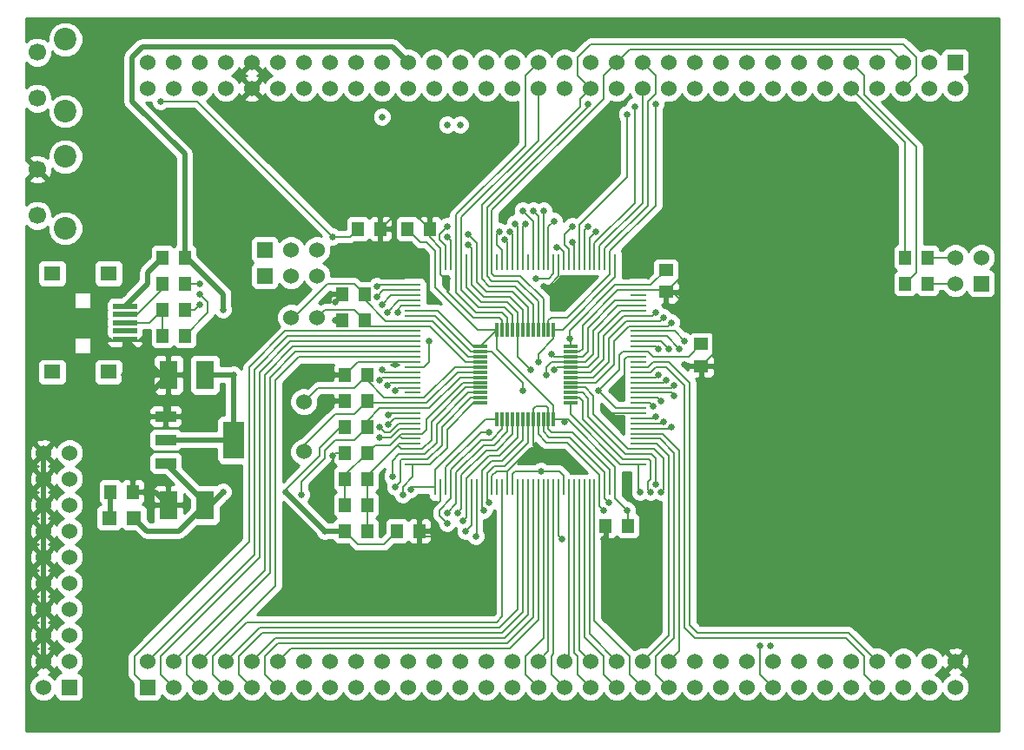
<source format=gtl>
G04 (created by PCBNEW-RS274X (2012-01-19 BZR 3256)-stable) date 16/09/2012 01:08:52*
G01*
G70*
G90*
%MOIN*%
G04 Gerber Fmt 3.4, Leading zero omitted, Abs format*
%FSLAX34Y34*%
G04 APERTURE LIST*
%ADD10C,0.006000*%
%ADD11R,0.060000X0.010000*%
%ADD12R,0.010000X0.060000*%
%ADD13R,0.080000X0.144000*%
%ADD14R,0.080000X0.040000*%
%ADD15R,0.070000X0.110000*%
%ADD16R,0.045000X0.055000*%
%ADD17C,0.060000*%
%ADD18R,0.060000X0.060000*%
%ADD19R,0.055000X0.055000*%
%ADD20R,0.011800X0.057200*%
%ADD21R,0.057200X0.011800*%
%ADD22R,0.055000X0.045000*%
%ADD23R,0.063000X0.055100*%
%ADD24R,0.092500X0.019700*%
%ADD25C,0.086600*%
%ADD26C,0.066900*%
%ADD27C,0.025000*%
%ADD28C,0.020000*%
%ADD29C,0.008000*%
%ADD30C,0.010000*%
G04 APERTURE END LIST*
G54D10*
G54D11*
X75675Y-43055D03*
X75675Y-43255D03*
X75675Y-43450D03*
X75675Y-43645D03*
X75675Y-43845D03*
X75675Y-44040D03*
X75675Y-44235D03*
X75675Y-44435D03*
X75675Y-44630D03*
X75675Y-44825D03*
X75675Y-45025D03*
X75675Y-45220D03*
X75675Y-45415D03*
X75675Y-45615D03*
X75675Y-45810D03*
X75675Y-46005D03*
X75675Y-46205D03*
X75675Y-46400D03*
X75675Y-46600D03*
X75675Y-46795D03*
X75675Y-46995D03*
X75675Y-47190D03*
X75675Y-47385D03*
X75675Y-47585D03*
X75675Y-47780D03*
X75675Y-47975D03*
X75675Y-48175D03*
X75675Y-48370D03*
X75675Y-48565D03*
X75675Y-48765D03*
X75675Y-48960D03*
X75675Y-49155D03*
X75675Y-49355D03*
X75675Y-49550D03*
X75675Y-49745D03*
X75675Y-49945D03*
G54D12*
X82265Y-50825D03*
X82460Y-50825D03*
X82655Y-50825D03*
X82855Y-50825D03*
X83050Y-50825D03*
X83245Y-50825D03*
X83445Y-50825D03*
X82460Y-42175D03*
X82265Y-42175D03*
X82065Y-42175D03*
X81870Y-42175D03*
X81675Y-42175D03*
X81475Y-42175D03*
X81280Y-42175D03*
X81085Y-42175D03*
X80885Y-42175D03*
X80690Y-42175D03*
X80495Y-42175D03*
X80295Y-42175D03*
X80100Y-42175D03*
X79900Y-42175D03*
X79705Y-42175D03*
X79505Y-42175D03*
X79310Y-42175D03*
X79115Y-42175D03*
X78915Y-42175D03*
X78720Y-42175D03*
X78525Y-42175D03*
X78325Y-42175D03*
X78130Y-42175D03*
X77935Y-42175D03*
X77735Y-42175D03*
X77540Y-42175D03*
X77345Y-42175D03*
X77145Y-42175D03*
X76950Y-42175D03*
X76755Y-42175D03*
X76555Y-42175D03*
X76555Y-50825D03*
X76755Y-50825D03*
X76950Y-50825D03*
X77145Y-50825D03*
X77345Y-50825D03*
X77540Y-50825D03*
X77735Y-50825D03*
X77935Y-50825D03*
X78130Y-50825D03*
X78325Y-50825D03*
X78525Y-50825D03*
X78720Y-50825D03*
X78915Y-50825D03*
X79115Y-50825D03*
X79310Y-50825D03*
X79505Y-50825D03*
X79705Y-50825D03*
X79900Y-50825D03*
X80100Y-50825D03*
X80295Y-50825D03*
X80495Y-50825D03*
X80690Y-50825D03*
X80885Y-50825D03*
X81085Y-50825D03*
X81280Y-50825D03*
X81475Y-50825D03*
X81675Y-50825D03*
X81870Y-50825D03*
X82065Y-50825D03*
G54D11*
X84325Y-48960D03*
X84325Y-48765D03*
X84325Y-48565D03*
X84325Y-48370D03*
X84325Y-48175D03*
X84325Y-47975D03*
X84325Y-47780D03*
X84325Y-47585D03*
X84325Y-47385D03*
X84325Y-47190D03*
X84325Y-46995D03*
X84325Y-46795D03*
X84325Y-46600D03*
X84325Y-46400D03*
X84325Y-46205D03*
X84325Y-46005D03*
X84325Y-45810D03*
X84325Y-45615D03*
X84325Y-45415D03*
X84325Y-45220D03*
X84325Y-45025D03*
X84325Y-44825D03*
X84325Y-44630D03*
X84325Y-44435D03*
X84325Y-44235D03*
X84325Y-44040D03*
X84325Y-43845D03*
X84325Y-43645D03*
X84325Y-43450D03*
X84325Y-43255D03*
X84325Y-43055D03*
X84325Y-49945D03*
X84325Y-49745D03*
X84325Y-49550D03*
X84325Y-49355D03*
X84325Y-49155D03*
G54D12*
X83445Y-42175D03*
X83245Y-42175D03*
X83050Y-42175D03*
X82855Y-42175D03*
X82655Y-42175D03*
G54D13*
X68800Y-49000D03*
G54D14*
X66200Y-49000D03*
X66200Y-49900D03*
X66200Y-48100D03*
G54D15*
X67700Y-51500D03*
X66300Y-51500D03*
X67700Y-46500D03*
X66300Y-46500D03*
G54D16*
X73075Y-52500D03*
X73925Y-52500D03*
X74425Y-40900D03*
X73575Y-40900D03*
X73075Y-48500D03*
X73925Y-48500D03*
X66075Y-44000D03*
X66925Y-44000D03*
X66075Y-45000D03*
X66925Y-45000D03*
X66075Y-43000D03*
X66925Y-43000D03*
X73925Y-49500D03*
X73075Y-49500D03*
X73925Y-50500D03*
X73075Y-50500D03*
X66075Y-42000D03*
X66925Y-42000D03*
X73925Y-51500D03*
X73075Y-51500D03*
X73075Y-46500D03*
X73925Y-46500D03*
X73925Y-47500D03*
X73075Y-47500D03*
G54D17*
X61500Y-58500D03*
X62500Y-57500D03*
G54D18*
X62500Y-58500D03*
G54D17*
X61500Y-57500D03*
X62500Y-56500D03*
X61500Y-56500D03*
X62500Y-55500D03*
X61500Y-55500D03*
X62500Y-54500D03*
X61500Y-54500D03*
X62500Y-53500D03*
X61500Y-53500D03*
X62500Y-52500D03*
X61500Y-52500D03*
X62500Y-51500D03*
X61500Y-51500D03*
X62500Y-50500D03*
X61500Y-50500D03*
X62500Y-49500D03*
X61500Y-49500D03*
X71500Y-47539D03*
X71500Y-49461D03*
G54D16*
X73825Y-44400D03*
X72975Y-44400D03*
X72975Y-43400D03*
X73825Y-43400D03*
G54D17*
X71000Y-44300D03*
X72000Y-44300D03*
G54D16*
X64925Y-51000D03*
X64075Y-51000D03*
G54D19*
X64025Y-52000D03*
X64975Y-52000D03*
G54D20*
X80689Y-44777D03*
X80492Y-44777D03*
X80295Y-44777D03*
X80098Y-44777D03*
X79902Y-44777D03*
X79705Y-44777D03*
X80886Y-44777D03*
X81083Y-44777D03*
G54D21*
X81723Y-45417D03*
X81723Y-45614D03*
X81723Y-45811D03*
G54D20*
X79705Y-48223D03*
X79508Y-48223D03*
X79311Y-48223D03*
X79114Y-48223D03*
X78917Y-48223D03*
G54D21*
X78277Y-47583D03*
G54D20*
X79902Y-48223D03*
X80098Y-48223D03*
X80295Y-48223D03*
X80492Y-48223D03*
X80689Y-48223D03*
G54D21*
X78277Y-46402D03*
X81723Y-46992D03*
X78277Y-46598D03*
X81723Y-47189D03*
X81723Y-47386D03*
X78277Y-46795D03*
X78277Y-46992D03*
X81723Y-47583D03*
G54D20*
X81083Y-48223D03*
G54D21*
X78277Y-47189D03*
X78277Y-47386D03*
G54D20*
X80886Y-48223D03*
G54D21*
X81723Y-46795D03*
X78277Y-46205D03*
X78277Y-46008D03*
X81723Y-46598D03*
X81723Y-46402D03*
X78277Y-45811D03*
X78277Y-45614D03*
X81723Y-46205D03*
X81723Y-46008D03*
X78277Y-45417D03*
G54D20*
X79508Y-44777D03*
X79311Y-44777D03*
X79114Y-44777D03*
X78917Y-44777D03*
G54D16*
X75925Y-52500D03*
X75075Y-52500D03*
X83075Y-52300D03*
X83925Y-52300D03*
G54D22*
X86750Y-46175D03*
X86750Y-45325D03*
X85400Y-43325D03*
X85400Y-42475D03*
G54D16*
X76325Y-40900D03*
X75475Y-40900D03*
G54D18*
X70000Y-41700D03*
G54D17*
X71000Y-41700D03*
X72000Y-41700D03*
G54D18*
X70000Y-42700D03*
G54D17*
X71000Y-42700D03*
X72000Y-42700D03*
G54D23*
X61835Y-42610D03*
X64000Y-42610D03*
X61835Y-46390D03*
X64000Y-46390D03*
G54D24*
X64630Y-43870D03*
X64630Y-44185D03*
X64630Y-44500D03*
X64630Y-44815D03*
X64630Y-45130D03*
G54D25*
X62341Y-33622D03*
X62341Y-36378D03*
G54D26*
X61258Y-34114D03*
X61258Y-35886D03*
G54D25*
X62341Y-38122D03*
X62341Y-40878D03*
G54D26*
X61258Y-38614D03*
X61258Y-40386D03*
G54D18*
X96500Y-34500D03*
G54D17*
X96500Y-35500D03*
X95500Y-34500D03*
X95500Y-35500D03*
X94500Y-34500D03*
X94500Y-35500D03*
X93500Y-34500D03*
X93500Y-35500D03*
X92500Y-34500D03*
X92500Y-35500D03*
X91500Y-34500D03*
X91500Y-35500D03*
X90500Y-34500D03*
X90500Y-35500D03*
X89500Y-34500D03*
X89500Y-35500D03*
X88500Y-34500D03*
X88500Y-35500D03*
X87500Y-34500D03*
X87500Y-35500D03*
X86500Y-34500D03*
X86500Y-35500D03*
X85500Y-34500D03*
X85500Y-35500D03*
X84500Y-34500D03*
X84500Y-35500D03*
X83500Y-34500D03*
X83500Y-35500D03*
X82500Y-34500D03*
X82500Y-35500D03*
X81500Y-34500D03*
X81500Y-35500D03*
X80500Y-34500D03*
X80500Y-35500D03*
X79500Y-34500D03*
X79500Y-35500D03*
X78500Y-34500D03*
X78500Y-35500D03*
X77500Y-34500D03*
X77500Y-35500D03*
X76500Y-34500D03*
X76500Y-35500D03*
X75500Y-34500D03*
X75500Y-35500D03*
X74500Y-34500D03*
X74500Y-35500D03*
X73500Y-34500D03*
X73500Y-35500D03*
X72500Y-34500D03*
X72500Y-35500D03*
X71500Y-34500D03*
X71500Y-35500D03*
X70500Y-34500D03*
X70500Y-35500D03*
X69500Y-34500D03*
X69500Y-35500D03*
X68500Y-34500D03*
X68500Y-35500D03*
X67500Y-34500D03*
X67500Y-35500D03*
X66500Y-34500D03*
X66500Y-35500D03*
X65500Y-34500D03*
X65500Y-35500D03*
G54D18*
X65500Y-58500D03*
G54D17*
X65500Y-57500D03*
X66500Y-58500D03*
X66500Y-57500D03*
X67500Y-58500D03*
X67500Y-57500D03*
X68500Y-58500D03*
X68500Y-57500D03*
X69500Y-58500D03*
X69500Y-57500D03*
X70500Y-58500D03*
X70500Y-57500D03*
X71500Y-58500D03*
X71500Y-57500D03*
X72500Y-58500D03*
X72500Y-57500D03*
X73500Y-58500D03*
X73500Y-57500D03*
X74500Y-58500D03*
X74500Y-57500D03*
X75500Y-58500D03*
X75500Y-57500D03*
X76500Y-58500D03*
X76500Y-57500D03*
X77500Y-58500D03*
X77500Y-57500D03*
X78500Y-58500D03*
X78500Y-57500D03*
X79500Y-58500D03*
X79500Y-57500D03*
X80500Y-58500D03*
X80500Y-57500D03*
X81500Y-58500D03*
X81500Y-57500D03*
X82500Y-58500D03*
X82500Y-57500D03*
X83500Y-58500D03*
X83500Y-57500D03*
X84500Y-58500D03*
X84500Y-57500D03*
X85500Y-58500D03*
X85500Y-57500D03*
X86500Y-58500D03*
X86500Y-57500D03*
X87500Y-58500D03*
X87500Y-57500D03*
X88500Y-58500D03*
X88500Y-57500D03*
X89500Y-58500D03*
X89500Y-57500D03*
X90500Y-58500D03*
X90500Y-57500D03*
X91500Y-58500D03*
X91500Y-57500D03*
X92500Y-58500D03*
X92500Y-57500D03*
X93500Y-58500D03*
X93500Y-57500D03*
X94500Y-58500D03*
X94500Y-57500D03*
X95500Y-58500D03*
X95500Y-57500D03*
X96500Y-58500D03*
X96500Y-57500D03*
G54D16*
X95425Y-43000D03*
X94575Y-43000D03*
X95425Y-42000D03*
X94575Y-42000D03*
G54D18*
X97500Y-43000D03*
G54D17*
X96500Y-43000D03*
X97500Y-42000D03*
X96500Y-42000D03*
G54D27*
X68400Y-51000D03*
X68400Y-44000D03*
X74500Y-46300D03*
X74400Y-46700D03*
X74700Y-46900D03*
X75000Y-47100D03*
X72600Y-41200D03*
X66000Y-36000D03*
X80200Y-46300D03*
X77000Y-51800D03*
X85700Y-47300D03*
X85700Y-46900D03*
X85400Y-46700D03*
X85100Y-46500D03*
X85600Y-48500D03*
X85300Y-48300D03*
X85000Y-48100D03*
X74300Y-43500D03*
X74500Y-43800D03*
X74700Y-44100D03*
X75100Y-44100D03*
X74300Y-43100D03*
X79600Y-40700D03*
X79400Y-41000D03*
X81800Y-41400D03*
X84900Y-47700D03*
X85200Y-47500D03*
X82700Y-41000D03*
X82400Y-40800D03*
X77800Y-41500D03*
X80700Y-40200D03*
X89400Y-56900D03*
X80300Y-40200D03*
X79900Y-40200D03*
X80000Y-40700D03*
X77000Y-41200D03*
X81800Y-40800D03*
X89000Y-56900D03*
X77000Y-40800D03*
X81100Y-40600D03*
X81200Y-41600D03*
X81100Y-46300D03*
X80800Y-46500D03*
X74750Y-48050D03*
X74750Y-48400D03*
X74400Y-48500D03*
X74400Y-48900D03*
X77000Y-36900D03*
X77700Y-52500D03*
X78100Y-52700D03*
X77500Y-36900D03*
X85100Y-45500D03*
X85500Y-45500D03*
X83000Y-51700D03*
X83200Y-51400D03*
X85000Y-36100D03*
X71400Y-51100D03*
X85600Y-44500D03*
X77600Y-52100D03*
X74500Y-36600D03*
X85300Y-44300D03*
X78400Y-51700D03*
X85000Y-44100D03*
X78600Y-51400D03*
X77800Y-41100D03*
X77400Y-51800D03*
X84200Y-36200D03*
X83900Y-36500D03*
X85900Y-45500D03*
X86100Y-45200D03*
X85000Y-50700D03*
X85200Y-51000D03*
X84400Y-51000D03*
X84800Y-51000D03*
X82400Y-36100D03*
X80500Y-46000D03*
X81000Y-45700D03*
X77000Y-52200D03*
X74900Y-50400D03*
X75000Y-50800D03*
X75600Y-50900D03*
X75300Y-51100D03*
X67500Y-43000D03*
X67500Y-43400D03*
X67500Y-43800D03*
X79900Y-47100D03*
X86100Y-46100D03*
X77000Y-42800D03*
X81400Y-52800D03*
X83000Y-52800D03*
X83600Y-46900D03*
X83000Y-47800D03*
X85900Y-36700D03*
X72700Y-44400D03*
X80700Y-43100D03*
X80400Y-49300D03*
X71900Y-48200D03*
X77200Y-52700D03*
X79200Y-41300D03*
X75000Y-46100D03*
X72700Y-43700D03*
X72600Y-49600D03*
X83100Y-36500D03*
X64600Y-46500D03*
X81700Y-45100D03*
X76300Y-45200D03*
X81500Y-48300D03*
X83900Y-51700D03*
X78600Y-48700D03*
X82800Y-47100D03*
X72300Y-52500D03*
X80600Y-50200D03*
X79000Y-41000D03*
X70800Y-51000D03*
X68800Y-46500D03*
X80400Y-42800D03*
G54D28*
X64900Y-34300D02*
X65300Y-33900D01*
X67700Y-51500D02*
X67700Y-51400D01*
X68400Y-43400D02*
X67000Y-42000D01*
X64900Y-34300D02*
X64900Y-36000D01*
X68400Y-44000D02*
X68400Y-43400D01*
X66925Y-38025D02*
X66925Y-42000D01*
X67000Y-42000D02*
X66925Y-42000D01*
X65475Y-52500D02*
X66700Y-52500D01*
X67700Y-51400D02*
X66200Y-49900D01*
X67700Y-51500D02*
X67900Y-51500D01*
X64975Y-52000D02*
X65475Y-52500D01*
X64900Y-36000D02*
X66925Y-38025D01*
X67900Y-51500D02*
X68400Y-51000D01*
X66700Y-52500D02*
X67700Y-51500D01*
X64925Y-34275D02*
X64900Y-34300D01*
X65300Y-33900D02*
X74900Y-33900D01*
X74900Y-33900D02*
X75500Y-34500D01*
G54D29*
X75675Y-46400D02*
X74600Y-46400D01*
X74600Y-46400D02*
X74500Y-46300D01*
X74500Y-46600D02*
X74400Y-46700D01*
X75675Y-46600D02*
X74500Y-46600D01*
X75675Y-46795D02*
X74805Y-46795D01*
X74805Y-46795D02*
X74700Y-46900D01*
X75105Y-46995D02*
X75000Y-47100D01*
X75675Y-46995D02*
X75105Y-46995D01*
X75675Y-48765D02*
X76035Y-48765D01*
X76200Y-48600D02*
X76200Y-48200D01*
X73075Y-50500D02*
X73075Y-51500D01*
X77605Y-46795D02*
X78277Y-46795D01*
X73075Y-50350D02*
X73925Y-49500D01*
X75150Y-48850D02*
X75100Y-48900D01*
X76200Y-48200D02*
X77605Y-46795D01*
X75260Y-48960D02*
X75150Y-48850D01*
X73075Y-50500D02*
X73075Y-50350D01*
X76035Y-48765D02*
X76200Y-48600D01*
X75675Y-48960D02*
X75260Y-48960D01*
X73925Y-49500D02*
X74225Y-49200D01*
X74225Y-49200D02*
X74800Y-49200D01*
X75100Y-48900D02*
X75235Y-48765D01*
X74800Y-49200D02*
X75100Y-48900D01*
X75235Y-48765D02*
X75675Y-48765D01*
X75145Y-49155D02*
X75100Y-49200D01*
X77708Y-46992D02*
X78277Y-46992D01*
X73925Y-50375D02*
X73925Y-50500D01*
X73925Y-51500D02*
X73925Y-50500D01*
X73925Y-52500D02*
X73925Y-51500D01*
X75100Y-49200D02*
X73925Y-50375D01*
X75675Y-49355D02*
X76045Y-49355D01*
X76400Y-49000D02*
X76400Y-48300D01*
X75675Y-49155D02*
X75145Y-49155D01*
X75255Y-49355D02*
X75100Y-49200D01*
X76045Y-49355D02*
X76400Y-49000D01*
X75675Y-49355D02*
X75255Y-49355D01*
X76400Y-48300D02*
X77708Y-46992D01*
X73275Y-41200D02*
X73575Y-40900D01*
X79705Y-44105D02*
X79705Y-44777D01*
X72600Y-41200D02*
X73275Y-41200D01*
X66000Y-36000D02*
X67400Y-36000D01*
X79705Y-44777D02*
X79705Y-45805D01*
X78300Y-43700D02*
X79300Y-43700D01*
X77735Y-42175D02*
X77735Y-43135D01*
X67400Y-36000D02*
X72600Y-41200D01*
X79300Y-43700D02*
X79705Y-44105D01*
X77735Y-43135D02*
X78300Y-43700D01*
X79705Y-45805D02*
X80200Y-46300D01*
X79508Y-44208D02*
X79508Y-44777D01*
X78200Y-43900D02*
X79200Y-43900D01*
X77540Y-42175D02*
X77540Y-43240D01*
X80500Y-37500D02*
X80500Y-35500D01*
X77540Y-42175D02*
X77540Y-40460D01*
X79200Y-43900D02*
X79508Y-44208D01*
X77540Y-40460D02*
X80500Y-37500D01*
X77540Y-43240D02*
X78200Y-43900D01*
X77345Y-43345D02*
X78100Y-44100D01*
X77345Y-40355D02*
X77345Y-42175D01*
X80000Y-37700D02*
X80000Y-35000D01*
X79311Y-44311D02*
X79311Y-44777D01*
X78100Y-44100D02*
X79100Y-44100D01*
X80500Y-34500D02*
X80000Y-35000D01*
X77345Y-42175D02*
X77345Y-43345D01*
X77345Y-40355D02*
X80000Y-37700D01*
X79100Y-44100D02*
X79311Y-44311D01*
X77345Y-50825D02*
X77345Y-50255D01*
X79311Y-48689D02*
X79311Y-48223D01*
X77345Y-50255D02*
X78400Y-49200D01*
X77345Y-50825D02*
X77345Y-51455D01*
X77345Y-51455D02*
X77000Y-51800D01*
X78400Y-49200D02*
X78800Y-49200D01*
X78800Y-49200D02*
X79311Y-48689D01*
X69400Y-46200D02*
X69400Y-52900D01*
X65000Y-57300D02*
X65000Y-58000D01*
X70775Y-44825D02*
X69400Y-46200D01*
X69400Y-52900D02*
X65000Y-57300D01*
X65000Y-58000D02*
X65500Y-58500D01*
X75675Y-44825D02*
X70775Y-44825D01*
X69600Y-53400D02*
X65500Y-57500D01*
X75675Y-45025D02*
X70875Y-45025D01*
X70875Y-45025D02*
X69600Y-46300D01*
X69600Y-46300D02*
X69600Y-53400D01*
X70000Y-58000D02*
X70500Y-58500D01*
X70000Y-57300D02*
X70000Y-58000D01*
X80295Y-50825D02*
X80295Y-55805D01*
X70000Y-57300D02*
X70500Y-56800D01*
X80295Y-55805D02*
X79300Y-56800D01*
X79300Y-56800D02*
X70500Y-56800D01*
X80495Y-55905D02*
X79400Y-57000D01*
X80495Y-50825D02*
X80495Y-55905D01*
X70500Y-57500D02*
X71000Y-57000D01*
X79400Y-57000D02*
X71000Y-57000D01*
X85590Y-47190D02*
X85700Y-47300D01*
X85590Y-47190D02*
X84325Y-47190D01*
X84325Y-46995D02*
X85605Y-46995D01*
X85605Y-46995D02*
X85700Y-46900D01*
X85305Y-46795D02*
X85400Y-46700D01*
X84325Y-46795D02*
X85305Y-46795D01*
X85000Y-46600D02*
X85100Y-46500D01*
X84325Y-46600D02*
X85000Y-46600D01*
X84325Y-48565D02*
X85535Y-48565D01*
X85535Y-48565D02*
X85600Y-48500D01*
X85230Y-48370D02*
X85300Y-48300D01*
X84325Y-48370D02*
X85230Y-48370D01*
X84925Y-48175D02*
X85000Y-48100D01*
X84325Y-48175D02*
X84925Y-48175D01*
X74545Y-43255D02*
X74300Y-43500D01*
X75675Y-43255D02*
X74545Y-43255D01*
X75675Y-45220D02*
X70980Y-45220D01*
X70980Y-45220D02*
X69800Y-46400D01*
X69800Y-53500D02*
X66000Y-57300D01*
X69800Y-46400D02*
X69800Y-53500D01*
X66000Y-57300D02*
X66000Y-58000D01*
X66000Y-58000D02*
X66500Y-58500D01*
X75675Y-43450D02*
X74850Y-43450D01*
X74850Y-43450D02*
X74500Y-43800D01*
X75675Y-43645D02*
X75155Y-43645D01*
X75155Y-43645D02*
X74700Y-44100D01*
X75255Y-43845D02*
X75100Y-44000D01*
X75675Y-43845D02*
X75255Y-43845D01*
X75100Y-44000D02*
X75100Y-44100D01*
X75675Y-43055D02*
X74345Y-43055D01*
X74345Y-43055D02*
X74300Y-43100D01*
X79705Y-42175D02*
X79705Y-40805D01*
X79705Y-40805D02*
X79600Y-40700D01*
X79505Y-42175D02*
X79505Y-41105D01*
X79505Y-41105D02*
X79400Y-41000D01*
X70000Y-46500D02*
X70000Y-54000D01*
X75675Y-45415D02*
X71085Y-45415D01*
X70000Y-54000D02*
X66500Y-57500D01*
X71085Y-45415D02*
X70000Y-46500D01*
X70200Y-46600D02*
X70200Y-54100D01*
X67000Y-57300D02*
X67000Y-58000D01*
X71185Y-45615D02*
X70200Y-46600D01*
X70200Y-54100D02*
X67000Y-57300D01*
X67000Y-58000D02*
X67500Y-58500D01*
X75675Y-45615D02*
X71185Y-45615D01*
X75675Y-45810D02*
X71290Y-45810D01*
X71290Y-45810D02*
X70400Y-46700D01*
X70400Y-54600D02*
X67500Y-57500D01*
X70400Y-46700D02*
X70400Y-54600D01*
X68000Y-58000D02*
X68500Y-58500D01*
X78900Y-56000D02*
X69300Y-56000D01*
X68000Y-57300D02*
X68000Y-58000D01*
X68000Y-57300D02*
X69300Y-56000D01*
X79115Y-55785D02*
X78900Y-56000D01*
X79115Y-50825D02*
X79115Y-55785D01*
X79705Y-55495D02*
X79000Y-56200D01*
X68500Y-57500D02*
X69800Y-56200D01*
X79000Y-56200D02*
X69800Y-56200D01*
X79705Y-50825D02*
X79705Y-55495D01*
X69000Y-58000D02*
X69500Y-58500D01*
X79900Y-55600D02*
X79100Y-56400D01*
X79100Y-56400D02*
X69900Y-56400D01*
X79900Y-50825D02*
X79900Y-55600D01*
X69000Y-57300D02*
X69000Y-58000D01*
X69000Y-57300D02*
X69900Y-56400D01*
X69500Y-57500D02*
X70400Y-56600D01*
X80100Y-55700D02*
X79200Y-56600D01*
X80100Y-50825D02*
X80100Y-55700D01*
X79200Y-56600D02*
X70400Y-56600D01*
X81870Y-42175D02*
X81870Y-41470D01*
X81870Y-41470D02*
X81800Y-41400D01*
X84325Y-47585D02*
X84785Y-47585D01*
X84785Y-47585D02*
X84900Y-47700D01*
X84325Y-47385D02*
X85085Y-47385D01*
X85085Y-47385D02*
X85200Y-47500D01*
X83000Y-58000D02*
X83500Y-58500D01*
X82265Y-50825D02*
X82265Y-56565D01*
X83000Y-57300D02*
X83000Y-58000D01*
X82265Y-56565D02*
X83000Y-57300D01*
X82460Y-50825D02*
X82460Y-56460D01*
X82460Y-56460D02*
X83500Y-57500D01*
X84000Y-58000D02*
X84500Y-58500D01*
X84000Y-57300D02*
X84000Y-58000D01*
X82655Y-55955D02*
X84000Y-57300D01*
X82655Y-50825D02*
X82655Y-55955D01*
X85500Y-56500D02*
X84500Y-57500D01*
X84325Y-49155D02*
X85055Y-49155D01*
X85055Y-49155D02*
X85500Y-49600D01*
X85500Y-49600D02*
X85500Y-56500D01*
X85160Y-48960D02*
X85700Y-49500D01*
X85700Y-56600D02*
X85000Y-57300D01*
X85000Y-58000D02*
X85500Y-58500D01*
X85700Y-49500D02*
X85700Y-56600D01*
X85000Y-57300D02*
X85000Y-58000D01*
X84325Y-48960D02*
X85160Y-48960D01*
X85900Y-49400D02*
X85900Y-57100D01*
X85265Y-48765D02*
X85900Y-49400D01*
X85900Y-57100D02*
X85500Y-57500D01*
X84325Y-48765D02*
X85265Y-48765D01*
X82460Y-41240D02*
X82700Y-41000D01*
X82460Y-41240D02*
X82460Y-42175D01*
X82265Y-42175D02*
X82265Y-40935D01*
X82265Y-40935D02*
X82400Y-40800D01*
X80000Y-57300D02*
X80000Y-58000D01*
X80690Y-56610D02*
X80000Y-57300D01*
X80690Y-50825D02*
X80690Y-56610D01*
X80000Y-58000D02*
X80500Y-58500D01*
X80885Y-57115D02*
X80500Y-57500D01*
X80885Y-50825D02*
X80885Y-57115D01*
X81000Y-57300D02*
X81000Y-58000D01*
X81000Y-58000D02*
X81500Y-58500D01*
X81085Y-50825D02*
X81085Y-57215D01*
X81085Y-57215D02*
X81000Y-57300D01*
X81675Y-50825D02*
X81675Y-57325D01*
X81675Y-57325D02*
X81500Y-57500D01*
X81870Y-50825D02*
X81870Y-57170D01*
X81870Y-57170D02*
X82000Y-57300D01*
X82000Y-57300D02*
X82000Y-58000D01*
X82000Y-58000D02*
X82500Y-58500D01*
X82065Y-50825D02*
X82065Y-57065D01*
X82065Y-57065D02*
X82500Y-57500D01*
X77935Y-42175D02*
X77935Y-41635D01*
X79902Y-44002D02*
X79902Y-44777D01*
X79400Y-43500D02*
X79902Y-44002D01*
X77935Y-42175D02*
X77935Y-43035D01*
X77935Y-41635D02*
X77800Y-41500D01*
X77935Y-43035D02*
X78400Y-43500D01*
X78400Y-43500D02*
X79400Y-43500D01*
X80690Y-40210D02*
X80690Y-42175D01*
X80690Y-40210D02*
X80700Y-40200D01*
X80495Y-40395D02*
X80300Y-40200D01*
X80495Y-40395D02*
X80495Y-42175D01*
X80295Y-42175D02*
X80295Y-40595D01*
X80295Y-40595D02*
X79900Y-40200D01*
X79900Y-40800D02*
X80000Y-40700D01*
X79900Y-40800D02*
X79900Y-42175D01*
X77145Y-41345D02*
X77000Y-41200D01*
X77145Y-42175D02*
X77145Y-41345D01*
X81500Y-41100D02*
X81800Y-40800D01*
X81675Y-41675D02*
X81500Y-41500D01*
X81675Y-42175D02*
X81675Y-41675D01*
X81500Y-41500D02*
X81500Y-41100D01*
X81675Y-42175D02*
X81675Y-41675D01*
X76950Y-42175D02*
X76950Y-41550D01*
X76700Y-41300D02*
X76700Y-41100D01*
X89000Y-58000D02*
X89500Y-58500D01*
X76700Y-41100D02*
X77000Y-40800D01*
X76950Y-41550D02*
X76700Y-41300D01*
X89000Y-56900D02*
X89000Y-58000D01*
X80885Y-40815D02*
X81100Y-40600D01*
X80885Y-42175D02*
X80885Y-40815D01*
X93000Y-58000D02*
X93500Y-58500D01*
X86100Y-46900D02*
X86100Y-56200D01*
X84325Y-46400D02*
X84800Y-46400D01*
X86500Y-56600D02*
X92300Y-56600D01*
X84800Y-46400D02*
X85000Y-46200D01*
X85400Y-46200D02*
X86100Y-46900D01*
X85000Y-46200D02*
X85400Y-46200D01*
X92300Y-56600D02*
X93000Y-57300D01*
X93000Y-57300D02*
X93000Y-58000D01*
X86100Y-56200D02*
X86500Y-56600D01*
X92400Y-56400D02*
X93500Y-57500D01*
X86300Y-46800D02*
X86300Y-56100D01*
X85500Y-46000D02*
X86300Y-46800D01*
X84325Y-46205D02*
X84695Y-46205D01*
X84695Y-46205D02*
X84900Y-46000D01*
X86300Y-56100D02*
X86600Y-56400D01*
X86600Y-56400D02*
X92400Y-56400D01*
X84900Y-46000D02*
X85500Y-46000D01*
X81300Y-41600D02*
X81200Y-41600D01*
X81475Y-42175D02*
X81475Y-41775D01*
X81475Y-41775D02*
X81300Y-41600D01*
X82800Y-45800D02*
X82395Y-46205D01*
X83660Y-44040D02*
X82800Y-44900D01*
X81723Y-46205D02*
X81195Y-46205D01*
X82395Y-46205D02*
X81723Y-46205D01*
X82800Y-44900D02*
X82800Y-45800D01*
X84325Y-44040D02*
X83660Y-44040D01*
X81195Y-46205D02*
X81100Y-46300D01*
X80800Y-46200D02*
X80800Y-46500D01*
X82292Y-46008D02*
X82600Y-45700D01*
X82600Y-44800D02*
X82600Y-45700D01*
X84325Y-43845D02*
X83555Y-43845D01*
X80992Y-46008D02*
X80800Y-46200D01*
X81723Y-46008D02*
X82292Y-46008D01*
X83555Y-43845D02*
X82600Y-44800D01*
X81723Y-46008D02*
X80992Y-46008D01*
X74825Y-47975D02*
X74750Y-48050D01*
X74825Y-47975D02*
X75675Y-47975D01*
X74975Y-48175D02*
X75675Y-48175D01*
X74975Y-48175D02*
X74750Y-48400D01*
X74400Y-48500D02*
X74600Y-48700D01*
X74800Y-48700D02*
X75130Y-48370D01*
X74600Y-48700D02*
X74800Y-48700D01*
X75130Y-48370D02*
X75675Y-48370D01*
X74850Y-48900D02*
X75185Y-48565D01*
X74400Y-48900D02*
X74850Y-48900D01*
X75185Y-48565D02*
X75675Y-48565D01*
X77935Y-50825D02*
X77935Y-52265D01*
X77935Y-52265D02*
X77700Y-52500D01*
X78130Y-52670D02*
X78100Y-52700D01*
X78130Y-52670D02*
X78130Y-50825D01*
X85015Y-45415D02*
X84325Y-45415D01*
X85015Y-45415D02*
X85100Y-45500D01*
X85220Y-45220D02*
X84325Y-45220D01*
X85220Y-45220D02*
X85500Y-45500D01*
X82855Y-50825D02*
X82855Y-51555D01*
X95000Y-37750D02*
X95000Y-42575D01*
X93000Y-35000D02*
X93000Y-35750D01*
X93000Y-35750D02*
X95000Y-37750D01*
X92500Y-34500D02*
X93000Y-35000D01*
X81600Y-49100D02*
X80800Y-49100D01*
X82855Y-50355D02*
X81600Y-49100D01*
X95000Y-42575D02*
X94575Y-43000D01*
X82855Y-50825D02*
X82855Y-50355D01*
X82855Y-51555D02*
X83000Y-51700D01*
X80492Y-48792D02*
X80492Y-48223D01*
X80800Y-49100D02*
X80492Y-48792D01*
X83050Y-51250D02*
X83200Y-51400D01*
X81700Y-48900D02*
X80900Y-48900D01*
X80900Y-48900D02*
X80689Y-48689D01*
X83050Y-50250D02*
X81700Y-48900D01*
X94575Y-42000D02*
X94575Y-37575D01*
X94575Y-37575D02*
X92500Y-35500D01*
X80689Y-48689D02*
X80689Y-48223D01*
X83050Y-50825D02*
X83050Y-51250D01*
X83050Y-50825D02*
X83050Y-50250D01*
X78720Y-40180D02*
X78720Y-42175D01*
X83000Y-35900D02*
X83000Y-35000D01*
X78800Y-42700D02*
X79800Y-42700D01*
X83500Y-34500D02*
X84000Y-34000D01*
X83500Y-34500D02*
X83000Y-35000D01*
X78720Y-42620D02*
X78800Y-42700D01*
X94500Y-34500D02*
X94000Y-34000D01*
X78720Y-40180D02*
X83000Y-35900D01*
X84000Y-34000D02*
X94000Y-34000D01*
X78720Y-42175D02*
X78720Y-42620D01*
X79800Y-42700D02*
X80689Y-43589D01*
X80689Y-43589D02*
X80689Y-44777D01*
X94500Y-35500D02*
X95000Y-35000D01*
X82000Y-34300D02*
X82500Y-33800D01*
X78325Y-42825D02*
X78600Y-43100D01*
X78600Y-43100D02*
X79600Y-43100D01*
X79600Y-43100D02*
X80295Y-43795D01*
X82000Y-35000D02*
X82000Y-34300D01*
X80295Y-43795D02*
X80295Y-44777D01*
X82500Y-35500D02*
X82100Y-35900D01*
X82500Y-35500D02*
X82000Y-35000D01*
X78325Y-39975D02*
X82100Y-36200D01*
X78325Y-42175D02*
X78325Y-42825D01*
X95000Y-34300D02*
X94500Y-33800D01*
X95000Y-35000D02*
X95000Y-34300D01*
X82100Y-36200D02*
X82100Y-35900D01*
X82500Y-33800D02*
X94500Y-33800D01*
X78325Y-42175D02*
X78325Y-39975D01*
X83245Y-42175D02*
X83245Y-41755D01*
X85000Y-40000D02*
X85000Y-36100D01*
X83245Y-42655D02*
X81600Y-44300D01*
X81000Y-44300D02*
X80886Y-44414D01*
X83245Y-41755D02*
X85000Y-40000D01*
X81600Y-44300D02*
X81000Y-44300D01*
X80886Y-44414D02*
X80886Y-44777D01*
X83245Y-42175D02*
X83245Y-42655D01*
X77502Y-46598D02*
X78277Y-46598D01*
X73925Y-48275D02*
X73925Y-48500D01*
X73425Y-49000D02*
X72700Y-49000D01*
X71400Y-50600D02*
X72300Y-49700D01*
X75675Y-47780D02*
X74420Y-47780D01*
X71400Y-51100D02*
X71400Y-50600D01*
X76320Y-47780D02*
X77502Y-46598D01*
X74420Y-47780D02*
X73925Y-48275D01*
X75675Y-47780D02*
X76320Y-47780D01*
X72700Y-49000D02*
X72300Y-49400D01*
X73425Y-49000D02*
X73925Y-48500D01*
X72300Y-49400D02*
X72300Y-49700D01*
X71100Y-44300D02*
X72400Y-43000D01*
X72400Y-43000D02*
X73425Y-43000D01*
X74635Y-44435D02*
X73825Y-43625D01*
X73825Y-43625D02*
X73825Y-43400D01*
X77811Y-45811D02*
X78277Y-45811D01*
X73425Y-43000D02*
X73825Y-43400D01*
X75675Y-44435D02*
X76435Y-44435D01*
X71000Y-44300D02*
X71100Y-44300D01*
X75675Y-44435D02*
X74635Y-44435D01*
X76435Y-44435D02*
X77811Y-45811D01*
X77811Y-45811D02*
X78277Y-45811D01*
X77708Y-46008D02*
X78277Y-46008D01*
X73425Y-44000D02*
X73825Y-44400D01*
X74055Y-44630D02*
X73825Y-44400D01*
X75675Y-44630D02*
X76330Y-44630D01*
X77708Y-46008D02*
X78277Y-46008D01*
X75675Y-44630D02*
X74055Y-44630D01*
X72300Y-44000D02*
X73425Y-44000D01*
X76330Y-44630D02*
X77708Y-46008D01*
X72000Y-44300D02*
X72300Y-44000D01*
X75675Y-47385D02*
X76115Y-47385D01*
X73425Y-47000D02*
X73925Y-46500D01*
X76115Y-47385D02*
X77295Y-46205D01*
X74585Y-47385D02*
X73925Y-46725D01*
X72039Y-47000D02*
X73425Y-47000D01*
X71500Y-47539D02*
X72039Y-47000D01*
X75675Y-47385D02*
X74585Y-47385D01*
X73925Y-46725D02*
X73925Y-46500D01*
X77295Y-46205D02*
X78277Y-46205D01*
X74010Y-47585D02*
X73925Y-47500D01*
X73425Y-48000D02*
X73925Y-47500D01*
X75675Y-47585D02*
X74010Y-47585D01*
X71500Y-49200D02*
X71500Y-49461D01*
X75675Y-47585D02*
X76215Y-47585D01*
X76215Y-47585D02*
X77398Y-46402D01*
X77398Y-46402D02*
X78277Y-46402D01*
X72700Y-48000D02*
X73425Y-48000D01*
X72700Y-48000D02*
X71500Y-49200D01*
X84325Y-44630D02*
X83970Y-44630D01*
X85470Y-44630D02*
X84325Y-44630D01*
X83400Y-45200D02*
X83400Y-46100D01*
X82705Y-46795D02*
X81723Y-46795D01*
X83970Y-44630D02*
X83400Y-45200D01*
X85470Y-44630D02*
X85600Y-44500D01*
X83400Y-46100D02*
X82705Y-46795D01*
X79705Y-48895D02*
X79705Y-48223D01*
X77735Y-50465D02*
X78600Y-49600D01*
X77735Y-51965D02*
X77600Y-52100D01*
X78600Y-49600D02*
X79000Y-49600D01*
X77735Y-50825D02*
X77735Y-51965D01*
X77735Y-50825D02*
X77735Y-50465D01*
X79000Y-49600D02*
X79705Y-48895D01*
X84325Y-44435D02*
X83865Y-44435D01*
X82600Y-46598D02*
X81723Y-46598D01*
X83200Y-45998D02*
X83200Y-45100D01*
X85165Y-44435D02*
X85300Y-44300D01*
X83865Y-44435D02*
X83200Y-45100D01*
X82600Y-46598D02*
X83200Y-45998D01*
X85165Y-44435D02*
X84325Y-44435D01*
X78700Y-49800D02*
X79100Y-49800D01*
X78325Y-50825D02*
X78325Y-51625D01*
X78325Y-50825D02*
X78325Y-50175D01*
X79902Y-48998D02*
X79902Y-48223D01*
X78325Y-51625D02*
X78400Y-51700D01*
X78325Y-50175D02*
X78700Y-49800D01*
X79100Y-49800D02*
X79902Y-48998D01*
X84325Y-44235D02*
X83765Y-44235D01*
X83000Y-45900D02*
X82498Y-46402D01*
X83000Y-45000D02*
X83000Y-45900D01*
X84865Y-44235D02*
X84325Y-44235D01*
X83765Y-44235D02*
X83000Y-45000D01*
X82498Y-46402D02*
X81723Y-46402D01*
X84865Y-44235D02*
X85000Y-44100D01*
X80098Y-49102D02*
X80098Y-48223D01*
X78525Y-50275D02*
X78800Y-50000D01*
X78800Y-50000D02*
X79200Y-50000D01*
X79200Y-50000D02*
X80098Y-49102D01*
X78525Y-51325D02*
X78600Y-51400D01*
X78525Y-50825D02*
X78525Y-50275D01*
X78525Y-50825D02*
X78525Y-51325D01*
X79500Y-43300D02*
X80098Y-43898D01*
X78500Y-43300D02*
X79500Y-43300D01*
X78130Y-42930D02*
X78500Y-43300D01*
X78130Y-42175D02*
X78130Y-42930D01*
X80098Y-43898D02*
X80098Y-44777D01*
X78130Y-41430D02*
X77800Y-41100D01*
X78130Y-42175D02*
X78130Y-41430D01*
X78900Y-49400D02*
X79508Y-48792D01*
X77540Y-50825D02*
X77540Y-50360D01*
X77540Y-50825D02*
X77540Y-51660D01*
X78500Y-49400D02*
X78900Y-49400D01*
X77540Y-50360D02*
X78500Y-49400D01*
X77540Y-51660D02*
X77400Y-51800D01*
X79508Y-48792D02*
X79508Y-48223D01*
X82655Y-42175D02*
X82655Y-41445D01*
X84200Y-39900D02*
X84200Y-36200D01*
X82655Y-41445D02*
X84200Y-39900D01*
X82065Y-42175D02*
X82065Y-40735D01*
X82065Y-40735D02*
X83900Y-38900D01*
X83900Y-38900D02*
X83900Y-36500D01*
X85425Y-45025D02*
X85900Y-45500D01*
X84325Y-45025D02*
X85425Y-45025D01*
X84325Y-44825D02*
X85725Y-44825D01*
X85725Y-44825D02*
X86100Y-45200D01*
X85000Y-35000D02*
X84500Y-34500D01*
X83050Y-41650D02*
X84700Y-40000D01*
X84700Y-40000D02*
X84700Y-36000D01*
X83050Y-42175D02*
X83050Y-41650D01*
X84700Y-36000D02*
X85000Y-35700D01*
X85000Y-35700D02*
X85000Y-35000D01*
X84500Y-39900D02*
X84500Y-35500D01*
X82855Y-42175D02*
X82855Y-41545D01*
X82855Y-42175D02*
X82855Y-41545D01*
X82855Y-41545D02*
X84500Y-39900D01*
X82400Y-47400D02*
X82189Y-47189D01*
X84325Y-49550D02*
X83850Y-49550D01*
X83850Y-49550D02*
X82400Y-48100D01*
X82400Y-48100D02*
X82400Y-47400D01*
X84850Y-49550D02*
X85000Y-49700D01*
X85000Y-49700D02*
X85000Y-50700D01*
X82189Y-47189D02*
X81723Y-47189D01*
X84325Y-49550D02*
X84850Y-49550D01*
X83955Y-49355D02*
X82600Y-48000D01*
X84325Y-49355D02*
X83955Y-49355D01*
X82600Y-48000D02*
X82600Y-47300D01*
X82600Y-47300D02*
X82292Y-46992D01*
X84325Y-49355D02*
X84955Y-49355D01*
X85200Y-51000D02*
X85300Y-50900D01*
X85300Y-49700D02*
X85300Y-50900D01*
X85300Y-50900D02*
X85200Y-51000D01*
X84955Y-49355D02*
X85300Y-49700D01*
X82292Y-46992D02*
X81723Y-46992D01*
X84325Y-49945D02*
X84325Y-50925D01*
X84325Y-49945D02*
X83645Y-49945D01*
X83645Y-49945D02*
X81723Y-48023D01*
X84325Y-50925D02*
X84400Y-51000D01*
X81723Y-48023D02*
X81723Y-47583D01*
X84745Y-49745D02*
X84800Y-49800D01*
X84700Y-50900D02*
X84800Y-51000D01*
X83745Y-49745D02*
X82200Y-48200D01*
X82200Y-48200D02*
X82200Y-47500D01*
X84800Y-50500D02*
X84700Y-50600D01*
X84325Y-49745D02*
X84745Y-49745D01*
X82086Y-47386D02*
X81723Y-47386D01*
X82200Y-47500D02*
X82086Y-47386D01*
X84800Y-49800D02*
X84800Y-50500D01*
X84325Y-49745D02*
X83745Y-49745D01*
X84700Y-50600D02*
X84700Y-50900D01*
X78525Y-42725D02*
X78700Y-42900D01*
X82400Y-36200D02*
X82400Y-36100D01*
X80492Y-43692D02*
X80492Y-44777D01*
X78525Y-40075D02*
X82400Y-36200D01*
X78525Y-42175D02*
X78525Y-40075D01*
X79700Y-42900D02*
X80492Y-43692D01*
X78525Y-42175D02*
X78525Y-42725D01*
X78700Y-42900D02*
X79700Y-42900D01*
X83445Y-42755D02*
X81423Y-44777D01*
X80500Y-45700D02*
X80500Y-46000D01*
X81423Y-44777D02*
X81083Y-44777D01*
X83445Y-42175D02*
X83445Y-42755D01*
X81083Y-45117D02*
X80500Y-45700D01*
X81083Y-44777D02*
X81083Y-45117D01*
X81111Y-45811D02*
X81000Y-45700D01*
X82400Y-44700D02*
X82400Y-45600D01*
X84325Y-43645D02*
X83455Y-43645D01*
X82189Y-45811D02*
X81723Y-45811D01*
X81111Y-45811D02*
X81723Y-45811D01*
X83455Y-43645D02*
X82400Y-44700D01*
X82400Y-45600D02*
X82189Y-45811D01*
X77145Y-50825D02*
X77145Y-50155D01*
X78700Y-49000D02*
X79114Y-48586D01*
X78300Y-49000D02*
X78700Y-49000D01*
X77145Y-50825D02*
X77145Y-51255D01*
X77145Y-50155D02*
X78300Y-49000D01*
X77145Y-51255D02*
X76700Y-51700D01*
X77000Y-52200D02*
X76700Y-51900D01*
X76700Y-51700D02*
X76700Y-51900D01*
X79114Y-48586D02*
X79114Y-48223D01*
X75675Y-49550D02*
X76150Y-49550D01*
X76600Y-49100D02*
X76600Y-48400D01*
X74900Y-49800D02*
X74900Y-50400D01*
X76600Y-48400D02*
X77811Y-47189D01*
X75675Y-49550D02*
X75150Y-49550D01*
X76150Y-49550D02*
X76600Y-49100D01*
X75150Y-49550D02*
X74900Y-49800D01*
X77811Y-47189D02*
X78277Y-47189D01*
X76800Y-49200D02*
X76800Y-48500D01*
X76255Y-49745D02*
X76800Y-49200D01*
X75675Y-49745D02*
X75255Y-49745D01*
X75255Y-49745D02*
X75200Y-49800D01*
X75200Y-50600D02*
X75000Y-50800D01*
X75200Y-49800D02*
X75200Y-50600D01*
X76800Y-48500D02*
X77914Y-47386D01*
X77914Y-47386D02*
X78277Y-47386D01*
X75675Y-49745D02*
X76255Y-49745D01*
X76555Y-50825D02*
X75675Y-50825D01*
X75675Y-50825D02*
X75600Y-50900D01*
X78477Y-48223D02*
X78917Y-48223D01*
X76555Y-50145D02*
X78477Y-48223D01*
X76555Y-50825D02*
X76555Y-50145D01*
X75300Y-50800D02*
X75300Y-51100D01*
X75675Y-49945D02*
X76355Y-49945D01*
X77000Y-48600D02*
X78017Y-47583D01*
X76355Y-49945D02*
X77000Y-49300D01*
X75675Y-49945D02*
X75675Y-50425D01*
X77000Y-49300D02*
X77000Y-48600D01*
X75675Y-50425D02*
X75300Y-50800D01*
X78017Y-47583D02*
X78277Y-47583D01*
X67500Y-43000D02*
X66925Y-43000D01*
X67800Y-43700D02*
X67800Y-44125D01*
X67800Y-44125D02*
X66925Y-45000D01*
X67500Y-43400D02*
X67800Y-43700D01*
X78714Y-45614D02*
X79900Y-46800D01*
X67300Y-44000D02*
X66925Y-44000D01*
X77914Y-45614D02*
X78277Y-45614D01*
X76535Y-44235D02*
X77914Y-45614D01*
X79900Y-46800D02*
X79900Y-47100D01*
X75675Y-44235D02*
X76535Y-44235D01*
X77914Y-45614D02*
X78277Y-45614D01*
X78277Y-45614D02*
X78714Y-45614D01*
X67300Y-44000D02*
X67500Y-43800D01*
X83075Y-52725D02*
X83000Y-52800D01*
X87200Y-44900D02*
X87200Y-45725D01*
G54D28*
X64600Y-46500D02*
X66300Y-46500D01*
G54D29*
X79310Y-41410D02*
X79200Y-41300D01*
X83545Y-43255D02*
X82200Y-44600D01*
X75825Y-40400D02*
X76325Y-40900D01*
X74925Y-40400D02*
X75825Y-40400D01*
X72700Y-49500D02*
X72600Y-49600D01*
X75675Y-46005D02*
X73570Y-46005D01*
X72975Y-43400D02*
X72700Y-43675D01*
X79310Y-50825D02*
X79310Y-50200D01*
X86750Y-46175D02*
X86175Y-46175D01*
X87200Y-45725D02*
X86750Y-46175D01*
X77000Y-42800D02*
X77000Y-43300D01*
X84325Y-43255D02*
X85330Y-43255D01*
X72600Y-47500D02*
X73075Y-47500D01*
X78000Y-44300D02*
X79000Y-44300D01*
X78900Y-50200D02*
X79300Y-50200D01*
G54D28*
X64925Y-51000D02*
X64925Y-47875D01*
G54D29*
X81800Y-48700D02*
X81000Y-48700D01*
G54D28*
X61500Y-54500D02*
X61500Y-53500D01*
G54D29*
X82086Y-45614D02*
X81723Y-45614D01*
X78720Y-50825D02*
X78720Y-50380D01*
X80886Y-48586D02*
X80886Y-48223D01*
X79310Y-42175D02*
X79310Y-41410D01*
X80900Y-43100D02*
X80700Y-43100D01*
X83075Y-52300D02*
X83075Y-52725D01*
X83175Y-47975D02*
X83000Y-47800D01*
X81400Y-52800D02*
X81280Y-52680D01*
G54D28*
X61500Y-51500D02*
X61500Y-50500D01*
X66300Y-48000D02*
X66200Y-48100D01*
G54D29*
X85400Y-43325D02*
X85625Y-43325D01*
X72700Y-44400D02*
X72975Y-44400D01*
X84325Y-47975D02*
X83175Y-47975D01*
X81280Y-52680D02*
X81280Y-50825D01*
X80800Y-47700D02*
X80400Y-47700D01*
X75925Y-52175D02*
X75925Y-52500D01*
X79000Y-44300D02*
X79114Y-44414D01*
X73075Y-49500D02*
X72700Y-49500D01*
X76125Y-52700D02*
X75925Y-52500D01*
X72700Y-43675D02*
X72700Y-43700D01*
X82200Y-45500D02*
X82086Y-45614D01*
X81280Y-42720D02*
X80900Y-43100D01*
X75095Y-46005D02*
X75675Y-46005D01*
X83245Y-50145D02*
X81800Y-48700D01*
X81000Y-48700D02*
X80886Y-48586D01*
G54D28*
X61500Y-55500D02*
X61500Y-54500D01*
X64630Y-45130D02*
X66000Y-46500D01*
X66000Y-46500D02*
X66300Y-46500D01*
G54D29*
X85625Y-43325D02*
X87200Y-44900D01*
X85900Y-42825D02*
X85900Y-36700D01*
G54D28*
X61500Y-57500D02*
X61500Y-56500D01*
G54D29*
X85330Y-43255D02*
X85400Y-43325D01*
X83245Y-50825D02*
X83245Y-50145D01*
X76125Y-52700D02*
X77200Y-52700D01*
X76900Y-42800D02*
X77000Y-42800D01*
G54D28*
X64600Y-46500D02*
X64600Y-46800D01*
G54D29*
X80200Y-49300D02*
X80400Y-49300D01*
X73075Y-46500D02*
X71300Y-46500D01*
X84325Y-43255D02*
X83545Y-43255D01*
X70900Y-46900D02*
X70900Y-48000D01*
G54D28*
X61500Y-53500D02*
X61500Y-52500D01*
G54D29*
X83600Y-46900D02*
X83800Y-46700D01*
X76755Y-50825D02*
X76755Y-51345D01*
X76755Y-51345D02*
X75925Y-52175D01*
X80295Y-47805D02*
X80400Y-47700D01*
X82200Y-44600D02*
X82200Y-45500D01*
X79114Y-44414D02*
X79114Y-44777D01*
X80295Y-49195D02*
X80400Y-49300D01*
X73570Y-46005D02*
X73075Y-46500D01*
X71900Y-48200D02*
X72600Y-47500D01*
G54D28*
X64600Y-46800D02*
X62500Y-48900D01*
X61500Y-52500D02*
X61500Y-51500D01*
G54D29*
X71100Y-48200D02*
X71900Y-48200D01*
X78720Y-50380D02*
X78900Y-50200D01*
X70900Y-48000D02*
X71100Y-48200D01*
X79300Y-50200D02*
X80200Y-49300D01*
X80295Y-48223D02*
X80295Y-49195D01*
X79300Y-50200D02*
X79310Y-50200D01*
X77000Y-43300D02*
X78000Y-44300D01*
X75095Y-46005D02*
X75000Y-46100D01*
X76755Y-42175D02*
X76755Y-42655D01*
X81280Y-42175D02*
X81280Y-42720D01*
G54D28*
X66300Y-46500D02*
X66300Y-48000D01*
G54D29*
X80295Y-47805D02*
X80295Y-48223D01*
X83800Y-46700D02*
X83800Y-45900D01*
X76755Y-42655D02*
X76900Y-42800D01*
G54D28*
X61500Y-50500D02*
X61500Y-49500D01*
G54D29*
X76755Y-41655D02*
X76325Y-41225D01*
G54D28*
X65800Y-51000D02*
X64925Y-51000D01*
X64925Y-47875D02*
X66300Y-46500D01*
G54D29*
X76755Y-42175D02*
X76755Y-41655D01*
X76325Y-41225D02*
X76325Y-40900D01*
X80886Y-47786D02*
X80800Y-47700D01*
G54D28*
X62500Y-48900D02*
X62100Y-48900D01*
G54D29*
X86175Y-46175D02*
X86100Y-46100D01*
X85400Y-43325D02*
X85900Y-42825D01*
X83800Y-45900D02*
X83890Y-45810D01*
X83890Y-45810D02*
X84325Y-45810D01*
X80886Y-48223D02*
X80886Y-47786D01*
G54D28*
X61500Y-56500D02*
X61500Y-55500D01*
X62100Y-48900D02*
X61500Y-49500D01*
X66300Y-51500D02*
X65800Y-51000D01*
G54D29*
X71300Y-46500D02*
X70900Y-46900D01*
X74425Y-40900D02*
X74925Y-40400D01*
G54D28*
X64075Y-51950D02*
X64025Y-52000D01*
X64075Y-51000D02*
X64075Y-51950D01*
X65500Y-42575D02*
X66075Y-42000D01*
X64630Y-43870D02*
X65500Y-43000D01*
X65500Y-43000D02*
X65500Y-42575D01*
G54D29*
X64630Y-44185D02*
X65115Y-44185D01*
X66075Y-43225D02*
X66075Y-43000D01*
X65115Y-44185D02*
X66075Y-43225D01*
X65575Y-44500D02*
X66075Y-44000D01*
X66075Y-44000D02*
X66075Y-45000D01*
X64630Y-44500D02*
X65575Y-44500D01*
X96500Y-42000D02*
X95425Y-42000D01*
X96500Y-43000D02*
X95425Y-43000D01*
X84715Y-45615D02*
X84900Y-45800D01*
X80600Y-50200D02*
X81300Y-50200D01*
X81700Y-45100D02*
X81700Y-44800D01*
X76300Y-46000D02*
X76300Y-45200D01*
X76950Y-50050D02*
X78300Y-48700D01*
G54D28*
X67700Y-46500D02*
X68800Y-46500D01*
G54D29*
X83480Y-47780D02*
X82800Y-47100D01*
X83600Y-46300D02*
X82800Y-47100D01*
X83925Y-51725D02*
X83900Y-51700D01*
X83445Y-50045D02*
X81623Y-48223D01*
X81700Y-44800D02*
X83445Y-43055D01*
X76200Y-41400D02*
X75975Y-41400D01*
X83445Y-51245D02*
X83445Y-50825D01*
X78277Y-45417D02*
X78917Y-44777D01*
X76555Y-41755D02*
X76200Y-41400D01*
X84820Y-43055D02*
X85400Y-42475D01*
X72100Y-49600D02*
X72100Y-49300D01*
X81083Y-47683D02*
X78917Y-45517D01*
X83737Y-45615D02*
X83600Y-45752D01*
X81085Y-42175D02*
X81085Y-42615D01*
X83925Y-52300D02*
X83925Y-51725D01*
X78300Y-48700D02*
X78600Y-48700D01*
X81083Y-48223D02*
X81423Y-48223D01*
X81723Y-45123D02*
X81723Y-45417D01*
X81083Y-48223D02*
X81083Y-47683D01*
X84325Y-45615D02*
X84715Y-45615D01*
X78900Y-41100D02*
X79000Y-41000D01*
X83445Y-51245D02*
X83900Y-51700D01*
X76555Y-42175D02*
X76555Y-43155D01*
X78917Y-45517D02*
X78917Y-44777D01*
X79505Y-50825D02*
X79505Y-50295D01*
X76640Y-44040D02*
X78017Y-45417D01*
X78900Y-41500D02*
X78900Y-41100D01*
X80600Y-50200D02*
X79600Y-50200D01*
X76095Y-46205D02*
X76300Y-46000D01*
X79505Y-50295D02*
X79600Y-50200D01*
X76950Y-50050D02*
X76950Y-50825D01*
X83445Y-50825D02*
X83445Y-50045D01*
X75675Y-46205D02*
X76095Y-46205D01*
X72100Y-49300D02*
X72900Y-48500D01*
X75675Y-44040D02*
X76640Y-44040D01*
X81475Y-50375D02*
X81300Y-50200D01*
X73075Y-52500D02*
X73575Y-53000D01*
X81475Y-50825D02*
X81475Y-50375D01*
X70800Y-50900D02*
X70800Y-51000D01*
X81423Y-48223D02*
X81500Y-48300D01*
X78177Y-44777D02*
X78917Y-44777D01*
X81623Y-48223D02*
X81083Y-48223D01*
X84325Y-47780D02*
X83480Y-47780D01*
X79115Y-41715D02*
X78900Y-41500D01*
X84900Y-45800D02*
X86275Y-45800D01*
X79115Y-42175D02*
X79115Y-41715D01*
X72100Y-49600D02*
X70800Y-50900D01*
X74575Y-53000D02*
X75075Y-52500D01*
X84325Y-43055D02*
X84820Y-43055D01*
X81723Y-45123D02*
X81700Y-45100D01*
X76555Y-43155D02*
X78177Y-44777D01*
G54D28*
X72300Y-52500D02*
X73075Y-52500D01*
X70800Y-51000D02*
X72300Y-52500D01*
X68800Y-49000D02*
X68800Y-46500D01*
G54D29*
X83445Y-43055D02*
X84325Y-43055D01*
X80900Y-42800D02*
X80400Y-42800D01*
X78017Y-45417D02*
X78277Y-45417D01*
X73575Y-53000D02*
X74575Y-53000D01*
X72900Y-48500D02*
X73075Y-48500D01*
X75975Y-41400D02*
X75475Y-40900D01*
X84325Y-45615D02*
X83737Y-45615D01*
X83600Y-45752D02*
X83600Y-46300D01*
X81085Y-42615D02*
X80900Y-42800D01*
X76555Y-42175D02*
X76555Y-41755D01*
X86275Y-45800D02*
X86750Y-45325D01*
G54D28*
X66200Y-49000D02*
X68800Y-49000D01*
G54D10*
G36*
X72742Y-52000D02*
X72709Y-52014D01*
X72639Y-52084D01*
X72611Y-52150D01*
X72444Y-52150D01*
X71662Y-51367D01*
X71717Y-51313D01*
X71775Y-51175D01*
X71775Y-51026D01*
X71718Y-50888D01*
X71690Y-50860D01*
X71690Y-50720D01*
X72505Y-49906D01*
X72505Y-49905D01*
X72546Y-49843D01*
X72567Y-49812D01*
X72568Y-49811D01*
X72589Y-49701D01*
X72590Y-49700D01*
X72590Y-49520D01*
X72600Y-49510D01*
X72600Y-49600D01*
X72612Y-49600D01*
X72600Y-49612D01*
X72601Y-49726D01*
X72601Y-49825D01*
X72639Y-49916D01*
X72709Y-49986D01*
X72742Y-50000D01*
X72709Y-50014D01*
X72639Y-50084D01*
X72601Y-50175D01*
X72601Y-50274D01*
X72601Y-50824D01*
X72639Y-50916D01*
X72709Y-50986D01*
X72742Y-51000D01*
X72709Y-51014D01*
X72639Y-51084D01*
X72601Y-51175D01*
X72601Y-51274D01*
X72601Y-51824D01*
X72639Y-51916D01*
X72709Y-51986D01*
X72742Y-52000D01*
X72742Y-52000D01*
G37*
G54D30*
X72742Y-52000D02*
X72709Y-52014D01*
X72639Y-52084D01*
X72611Y-52150D01*
X72444Y-52150D01*
X71662Y-51367D01*
X71717Y-51313D01*
X71775Y-51175D01*
X71775Y-51026D01*
X71718Y-50888D01*
X71690Y-50860D01*
X71690Y-50720D01*
X72505Y-49906D01*
X72505Y-49905D01*
X72546Y-49843D01*
X72567Y-49812D01*
X72568Y-49811D01*
X72589Y-49701D01*
X72590Y-49700D01*
X72590Y-49520D01*
X72600Y-49510D01*
X72600Y-49600D01*
X72612Y-49600D01*
X72600Y-49612D01*
X72601Y-49726D01*
X72601Y-49825D01*
X72639Y-49916D01*
X72709Y-49986D01*
X72742Y-50000D01*
X72709Y-50014D01*
X72639Y-50084D01*
X72601Y-50175D01*
X72601Y-50274D01*
X72601Y-50824D01*
X72639Y-50916D01*
X72709Y-50986D01*
X72742Y-51000D01*
X72709Y-51014D01*
X72639Y-51084D01*
X72601Y-51175D01*
X72601Y-51274D01*
X72601Y-51824D01*
X72639Y-51916D01*
X72709Y-51986D01*
X72742Y-52000D01*
G54D10*
G36*
X73025Y-43450D02*
X72925Y-43450D01*
X72875Y-43450D01*
X72562Y-43450D01*
X72500Y-43512D01*
X72501Y-43626D01*
X72501Y-43710D01*
X72300Y-43710D01*
X72189Y-43732D01*
X72140Y-43764D01*
X72109Y-43751D01*
X72059Y-43751D01*
X72511Y-43299D01*
X72562Y-43350D01*
X72875Y-43350D01*
X72925Y-43350D01*
X73025Y-43350D01*
X73025Y-43450D01*
X73025Y-43450D01*
G37*
G54D30*
X73025Y-43450D02*
X72925Y-43450D01*
X72875Y-43450D01*
X72562Y-43450D01*
X72500Y-43512D01*
X72501Y-43626D01*
X72501Y-43710D01*
X72300Y-43710D01*
X72189Y-43732D01*
X72140Y-43764D01*
X72109Y-43751D01*
X72059Y-43751D01*
X72511Y-43299D01*
X72562Y-43350D01*
X72875Y-43350D01*
X72925Y-43350D01*
X73025Y-43350D01*
X73025Y-43450D01*
G54D10*
G36*
X73025Y-44450D02*
X72925Y-44450D01*
X72925Y-44350D01*
X73025Y-44350D01*
X73025Y-44450D01*
X73025Y-44450D01*
G37*
G54D30*
X73025Y-44450D02*
X72925Y-44450D01*
X72925Y-44350D01*
X73025Y-44350D01*
X73025Y-44450D01*
G54D10*
G36*
X73125Y-47550D02*
X73025Y-47550D01*
X72975Y-47550D01*
X72662Y-47550D01*
X72600Y-47612D01*
X72601Y-47726D01*
X72601Y-47729D01*
X72589Y-47732D01*
X72495Y-47795D01*
X71368Y-48921D01*
X71189Y-48996D01*
X71035Y-49150D01*
X70951Y-49352D01*
X70951Y-49570D01*
X71035Y-49772D01*
X71189Y-49926D01*
X71312Y-49977D01*
X70690Y-50600D01*
X70690Y-46820D01*
X71410Y-46100D01*
X72632Y-46100D01*
X72601Y-46175D01*
X72601Y-46274D01*
X72600Y-46388D01*
X72662Y-46450D01*
X72975Y-46450D01*
X73025Y-46450D01*
X73125Y-46450D01*
X73125Y-46550D01*
X73025Y-46550D01*
X72975Y-46550D01*
X72662Y-46550D01*
X72600Y-46612D01*
X72600Y-46710D01*
X72039Y-46710D01*
X71928Y-46732D01*
X71834Y-46795D01*
X71630Y-46998D01*
X71609Y-46990D01*
X71391Y-46990D01*
X71189Y-47074D01*
X71035Y-47228D01*
X70951Y-47430D01*
X70951Y-47648D01*
X71035Y-47850D01*
X71189Y-48004D01*
X71391Y-48088D01*
X71609Y-48088D01*
X71811Y-48004D01*
X71965Y-47850D01*
X72049Y-47648D01*
X72049Y-47430D01*
X72040Y-47408D01*
X72159Y-47290D01*
X72600Y-47290D01*
X72600Y-47388D01*
X72662Y-47450D01*
X72975Y-47450D01*
X73025Y-47450D01*
X73125Y-47450D01*
X73125Y-47550D01*
X73125Y-47550D01*
G37*
G54D30*
X73125Y-47550D02*
X73025Y-47550D01*
X72975Y-47550D01*
X72662Y-47550D01*
X72600Y-47612D01*
X72601Y-47726D01*
X72601Y-47729D01*
X72589Y-47732D01*
X72495Y-47795D01*
X71368Y-48921D01*
X71189Y-48996D01*
X71035Y-49150D01*
X70951Y-49352D01*
X70951Y-49570D01*
X71035Y-49772D01*
X71189Y-49926D01*
X71312Y-49977D01*
X70690Y-50600D01*
X70690Y-46820D01*
X71410Y-46100D01*
X72632Y-46100D01*
X72601Y-46175D01*
X72601Y-46274D01*
X72600Y-46388D01*
X72662Y-46450D01*
X72975Y-46450D01*
X73025Y-46450D01*
X73125Y-46450D01*
X73125Y-46550D01*
X73025Y-46550D01*
X72975Y-46550D01*
X72662Y-46550D01*
X72600Y-46612D01*
X72600Y-46710D01*
X72039Y-46710D01*
X71928Y-46732D01*
X71834Y-46795D01*
X71630Y-46998D01*
X71609Y-46990D01*
X71391Y-46990D01*
X71189Y-47074D01*
X71035Y-47228D01*
X70951Y-47430D01*
X70951Y-47648D01*
X71035Y-47850D01*
X71189Y-48004D01*
X71391Y-48088D01*
X71609Y-48088D01*
X71811Y-48004D01*
X71965Y-47850D01*
X72049Y-47648D01*
X72049Y-47430D01*
X72040Y-47408D01*
X72159Y-47290D01*
X72600Y-47290D01*
X72600Y-47388D01*
X72662Y-47450D01*
X72975Y-47450D01*
X73025Y-47450D01*
X73125Y-47450D01*
X73125Y-47550D01*
G54D10*
G36*
X73125Y-49550D02*
X73025Y-49550D01*
X73025Y-49450D01*
X73125Y-49450D01*
X73125Y-49550D01*
X73125Y-49550D01*
G37*
G54D30*
X73125Y-49550D02*
X73025Y-49550D01*
X73025Y-49450D01*
X73125Y-49450D01*
X73125Y-49550D01*
G54D10*
G36*
X75126Y-46110D02*
X74827Y-46110D01*
X74822Y-46100D01*
X75125Y-46100D01*
X75125Y-46105D01*
X75126Y-46105D01*
X75126Y-46110D01*
X75126Y-46110D01*
G37*
G54D30*
X75126Y-46110D02*
X74827Y-46110D01*
X74822Y-46100D01*
X75125Y-46100D01*
X75125Y-46105D01*
X75126Y-46105D01*
X75126Y-46110D01*
G54D10*
G36*
X77055Y-43245D02*
X76845Y-43035D01*
X76845Y-42725D01*
X76855Y-42725D01*
X76855Y-42724D01*
X76949Y-42724D01*
X77045Y-42724D01*
X77049Y-42724D01*
X77055Y-42724D01*
X77055Y-43245D01*
X77055Y-43245D01*
G37*
G54D30*
X77055Y-43245D02*
X76845Y-43035D01*
X76845Y-42725D01*
X76855Y-42725D01*
X76855Y-42724D01*
X76949Y-42724D01*
X77045Y-42724D01*
X77049Y-42724D01*
X77055Y-42724D01*
X77055Y-43245D01*
G54D10*
G36*
X78825Y-55665D02*
X78780Y-55710D01*
X76400Y-55710D01*
X76400Y-52612D01*
X76400Y-52388D01*
X76399Y-52274D01*
X76399Y-52175D01*
X76361Y-52084D01*
X76291Y-52014D01*
X76199Y-51976D01*
X76037Y-51975D01*
X75975Y-52037D01*
X75975Y-52450D01*
X76338Y-52450D01*
X76400Y-52388D01*
X76400Y-52612D01*
X76338Y-52550D01*
X75975Y-52550D01*
X75975Y-52963D01*
X76037Y-53025D01*
X76199Y-53024D01*
X76291Y-52986D01*
X76361Y-52916D01*
X76399Y-52825D01*
X76399Y-52726D01*
X76400Y-52612D01*
X76400Y-55710D01*
X69700Y-55710D01*
X70605Y-54805D01*
X70668Y-54711D01*
X70690Y-54600D01*
X70690Y-51384D01*
X71957Y-52652D01*
X71982Y-52712D01*
X72087Y-52817D01*
X72225Y-52875D01*
X72374Y-52875D01*
X72434Y-52850D01*
X72611Y-52850D01*
X72639Y-52916D01*
X72709Y-52986D01*
X72800Y-53024D01*
X72899Y-53024D01*
X73189Y-53024D01*
X73370Y-53205D01*
X73464Y-53268D01*
X73575Y-53290D01*
X74575Y-53290D01*
X74686Y-53268D01*
X74780Y-53205D01*
X74961Y-53024D01*
X75349Y-53024D01*
X75441Y-52986D01*
X75500Y-52927D01*
X75559Y-52986D01*
X75651Y-53024D01*
X75813Y-53025D01*
X75875Y-52963D01*
X75875Y-52600D01*
X75875Y-52550D01*
X75875Y-52450D01*
X75875Y-52400D01*
X75875Y-52037D01*
X75813Y-51975D01*
X75651Y-51976D01*
X75559Y-52014D01*
X75500Y-52073D01*
X75441Y-52014D01*
X75350Y-51976D01*
X75251Y-51976D01*
X74801Y-51976D01*
X74709Y-52014D01*
X74639Y-52084D01*
X74601Y-52175D01*
X74601Y-52274D01*
X74601Y-52564D01*
X74455Y-52710D01*
X74399Y-52710D01*
X74399Y-52176D01*
X74361Y-52084D01*
X74291Y-52014D01*
X74257Y-51999D01*
X74291Y-51986D01*
X74361Y-51916D01*
X74399Y-51825D01*
X74399Y-51726D01*
X74399Y-51176D01*
X74361Y-51084D01*
X74291Y-51014D01*
X74257Y-50999D01*
X74291Y-50986D01*
X74361Y-50916D01*
X74399Y-50825D01*
X74399Y-50726D01*
X74399Y-50311D01*
X74610Y-50100D01*
X74610Y-50160D01*
X74583Y-50187D01*
X74525Y-50325D01*
X74525Y-50474D01*
X74582Y-50612D01*
X74645Y-50675D01*
X74625Y-50725D01*
X74625Y-50874D01*
X74682Y-51012D01*
X74787Y-51117D01*
X74925Y-51175D01*
X74982Y-51312D01*
X75087Y-51417D01*
X75225Y-51475D01*
X75374Y-51475D01*
X75512Y-51418D01*
X75617Y-51313D01*
X75632Y-51275D01*
X75674Y-51275D01*
X75812Y-51218D01*
X75915Y-51115D01*
X76256Y-51115D01*
X76256Y-51174D01*
X76294Y-51266D01*
X76364Y-51336D01*
X76455Y-51374D01*
X76554Y-51374D01*
X76616Y-51374D01*
X76495Y-51495D01*
X76432Y-51589D01*
X76410Y-51700D01*
X76410Y-51900D01*
X76432Y-52011D01*
X76495Y-52105D01*
X76625Y-52235D01*
X76625Y-52274D01*
X76682Y-52412D01*
X76787Y-52517D01*
X76925Y-52575D01*
X77074Y-52575D01*
X77212Y-52518D01*
X77317Y-52413D01*
X77336Y-52366D01*
X77345Y-52375D01*
X77325Y-52425D01*
X77325Y-52574D01*
X77382Y-52712D01*
X77487Y-52817D01*
X77625Y-52875D01*
X77766Y-52875D01*
X77782Y-52912D01*
X77887Y-53017D01*
X78025Y-53075D01*
X78174Y-53075D01*
X78312Y-53018D01*
X78417Y-52913D01*
X78475Y-52775D01*
X78475Y-52626D01*
X78420Y-52492D01*
X78420Y-52075D01*
X78474Y-52075D01*
X78612Y-52018D01*
X78717Y-51913D01*
X78775Y-51775D01*
X78775Y-51733D01*
X78812Y-51718D01*
X78825Y-51705D01*
X78825Y-55665D01*
X78825Y-55665D01*
G37*
G54D30*
X78825Y-55665D02*
X78780Y-55710D01*
X76400Y-55710D01*
X76400Y-52612D01*
X76400Y-52388D01*
X76399Y-52274D01*
X76399Y-52175D01*
X76361Y-52084D01*
X76291Y-52014D01*
X76199Y-51976D01*
X76037Y-51975D01*
X75975Y-52037D01*
X75975Y-52450D01*
X76338Y-52450D01*
X76400Y-52388D01*
X76400Y-52612D01*
X76338Y-52550D01*
X75975Y-52550D01*
X75975Y-52963D01*
X76037Y-53025D01*
X76199Y-53024D01*
X76291Y-52986D01*
X76361Y-52916D01*
X76399Y-52825D01*
X76399Y-52726D01*
X76400Y-52612D01*
X76400Y-55710D01*
X69700Y-55710D01*
X70605Y-54805D01*
X70668Y-54711D01*
X70690Y-54600D01*
X70690Y-51384D01*
X71957Y-52652D01*
X71982Y-52712D01*
X72087Y-52817D01*
X72225Y-52875D01*
X72374Y-52875D01*
X72434Y-52850D01*
X72611Y-52850D01*
X72639Y-52916D01*
X72709Y-52986D01*
X72800Y-53024D01*
X72899Y-53024D01*
X73189Y-53024D01*
X73370Y-53205D01*
X73464Y-53268D01*
X73575Y-53290D01*
X74575Y-53290D01*
X74686Y-53268D01*
X74780Y-53205D01*
X74961Y-53024D01*
X75349Y-53024D01*
X75441Y-52986D01*
X75500Y-52927D01*
X75559Y-52986D01*
X75651Y-53024D01*
X75813Y-53025D01*
X75875Y-52963D01*
X75875Y-52600D01*
X75875Y-52550D01*
X75875Y-52450D01*
X75875Y-52400D01*
X75875Y-52037D01*
X75813Y-51975D01*
X75651Y-51976D01*
X75559Y-52014D01*
X75500Y-52073D01*
X75441Y-52014D01*
X75350Y-51976D01*
X75251Y-51976D01*
X74801Y-51976D01*
X74709Y-52014D01*
X74639Y-52084D01*
X74601Y-52175D01*
X74601Y-52274D01*
X74601Y-52564D01*
X74455Y-52710D01*
X74399Y-52710D01*
X74399Y-52176D01*
X74361Y-52084D01*
X74291Y-52014D01*
X74257Y-51999D01*
X74291Y-51986D01*
X74361Y-51916D01*
X74399Y-51825D01*
X74399Y-51726D01*
X74399Y-51176D01*
X74361Y-51084D01*
X74291Y-51014D01*
X74257Y-50999D01*
X74291Y-50986D01*
X74361Y-50916D01*
X74399Y-50825D01*
X74399Y-50726D01*
X74399Y-50311D01*
X74610Y-50100D01*
X74610Y-50160D01*
X74583Y-50187D01*
X74525Y-50325D01*
X74525Y-50474D01*
X74582Y-50612D01*
X74645Y-50675D01*
X74625Y-50725D01*
X74625Y-50874D01*
X74682Y-51012D01*
X74787Y-51117D01*
X74925Y-51175D01*
X74982Y-51312D01*
X75087Y-51417D01*
X75225Y-51475D01*
X75374Y-51475D01*
X75512Y-51418D01*
X75617Y-51313D01*
X75632Y-51275D01*
X75674Y-51275D01*
X75812Y-51218D01*
X75915Y-51115D01*
X76256Y-51115D01*
X76256Y-51174D01*
X76294Y-51266D01*
X76364Y-51336D01*
X76455Y-51374D01*
X76554Y-51374D01*
X76616Y-51374D01*
X76495Y-51495D01*
X76432Y-51589D01*
X76410Y-51700D01*
X76410Y-51900D01*
X76432Y-52011D01*
X76495Y-52105D01*
X76625Y-52235D01*
X76625Y-52274D01*
X76682Y-52412D01*
X76787Y-52517D01*
X76925Y-52575D01*
X77074Y-52575D01*
X77212Y-52518D01*
X77317Y-52413D01*
X77336Y-52366D01*
X77345Y-52375D01*
X77325Y-52425D01*
X77325Y-52574D01*
X77382Y-52712D01*
X77487Y-52817D01*
X77625Y-52875D01*
X77766Y-52875D01*
X77782Y-52912D01*
X77887Y-53017D01*
X78025Y-53075D01*
X78174Y-53075D01*
X78312Y-53018D01*
X78417Y-52913D01*
X78475Y-52775D01*
X78475Y-52626D01*
X78420Y-52492D01*
X78420Y-52075D01*
X78474Y-52075D01*
X78612Y-52018D01*
X78717Y-51913D01*
X78775Y-51775D01*
X78775Y-51733D01*
X78812Y-51718D01*
X78825Y-51705D01*
X78825Y-55665D01*
G54D10*
G36*
X79710Y-37579D02*
X77875Y-39414D01*
X77875Y-36975D01*
X77875Y-36826D01*
X77818Y-36688D01*
X77713Y-36583D01*
X77575Y-36525D01*
X77426Y-36525D01*
X77288Y-36582D01*
X77250Y-36620D01*
X77213Y-36583D01*
X77075Y-36525D01*
X76926Y-36525D01*
X76788Y-36582D01*
X76683Y-36687D01*
X76625Y-36825D01*
X76625Y-36974D01*
X76682Y-37112D01*
X76787Y-37217D01*
X76925Y-37275D01*
X77074Y-37275D01*
X77212Y-37218D01*
X77250Y-37180D01*
X77287Y-37217D01*
X77425Y-37275D01*
X77574Y-37275D01*
X77712Y-37218D01*
X77817Y-37113D01*
X77875Y-36975D01*
X77875Y-39414D01*
X77140Y-40150D01*
X77077Y-40244D01*
X77055Y-40355D01*
X77055Y-40425D01*
X76926Y-40425D01*
X76788Y-40482D01*
X76768Y-40501D01*
X76761Y-40484D01*
X76691Y-40414D01*
X76599Y-40376D01*
X76437Y-40375D01*
X76375Y-40437D01*
X76375Y-40800D01*
X76375Y-40850D01*
X76375Y-40950D01*
X76275Y-40950D01*
X76275Y-40850D01*
X76275Y-40800D01*
X76275Y-40437D01*
X76213Y-40375D01*
X76051Y-40376D01*
X75959Y-40414D01*
X75900Y-40473D01*
X75841Y-40414D01*
X75750Y-40376D01*
X75651Y-40376D01*
X75201Y-40376D01*
X75109Y-40414D01*
X75039Y-40484D01*
X75001Y-40575D01*
X75001Y-40674D01*
X75001Y-41224D01*
X75039Y-41316D01*
X75109Y-41386D01*
X75200Y-41424D01*
X75299Y-41424D01*
X75589Y-41424D01*
X75770Y-41605D01*
X75864Y-41668D01*
X75975Y-41690D01*
X76080Y-41690D01*
X76256Y-41866D01*
X76256Y-41924D01*
X76256Y-42524D01*
X76265Y-42545D01*
X76265Y-43155D01*
X76287Y-43266D01*
X76350Y-43360D01*
X76784Y-43794D01*
X76751Y-43772D01*
X76640Y-43750D01*
X76224Y-43750D01*
X76224Y-43746D01*
X76223Y-43745D01*
X76224Y-43745D01*
X76224Y-43646D01*
X76224Y-43550D01*
X76224Y-43546D01*
X76224Y-43451D01*
X76224Y-43355D01*
X76224Y-43351D01*
X76224Y-43256D01*
X76224Y-43156D01*
X76223Y-43155D01*
X76224Y-43155D01*
X76224Y-43056D01*
X76224Y-42956D01*
X76186Y-42864D01*
X76116Y-42794D01*
X76025Y-42756D01*
X75926Y-42756D01*
X75326Y-42756D01*
X75304Y-42765D01*
X74900Y-42765D01*
X74900Y-41012D01*
X74900Y-40788D01*
X74899Y-40674D01*
X74899Y-40575D01*
X74875Y-40517D01*
X74875Y-36675D01*
X74875Y-36526D01*
X74818Y-36388D01*
X74713Y-36283D01*
X74575Y-36225D01*
X74426Y-36225D01*
X74288Y-36282D01*
X74183Y-36387D01*
X74125Y-36525D01*
X74125Y-36674D01*
X74182Y-36812D01*
X74287Y-36917D01*
X74425Y-36975D01*
X74574Y-36975D01*
X74712Y-36918D01*
X74817Y-36813D01*
X74875Y-36675D01*
X74875Y-40517D01*
X74861Y-40484D01*
X74791Y-40414D01*
X74699Y-40376D01*
X74537Y-40375D01*
X74475Y-40437D01*
X74475Y-40850D01*
X74838Y-40850D01*
X74900Y-40788D01*
X74900Y-41012D01*
X74838Y-40950D01*
X74475Y-40950D01*
X74475Y-41363D01*
X74537Y-41425D01*
X74699Y-41424D01*
X74791Y-41386D01*
X74861Y-41316D01*
X74899Y-41225D01*
X74899Y-41126D01*
X74900Y-41012D01*
X74900Y-42765D01*
X74470Y-42765D01*
X74375Y-42725D01*
X74226Y-42725D01*
X74088Y-42782D01*
X73994Y-42876D01*
X73711Y-42876D01*
X73630Y-42795D01*
X73536Y-42732D01*
X73425Y-42710D01*
X72549Y-42710D01*
X72549Y-42591D01*
X72465Y-42389D01*
X72311Y-42235D01*
X72226Y-42200D01*
X72311Y-42165D01*
X72465Y-42011D01*
X72549Y-41809D01*
X72549Y-41591D01*
X72542Y-41575D01*
X72674Y-41575D01*
X72812Y-41518D01*
X72840Y-41490D01*
X73275Y-41490D01*
X73386Y-41468D01*
X73451Y-41424D01*
X73849Y-41424D01*
X73941Y-41386D01*
X74000Y-41327D01*
X74059Y-41386D01*
X74151Y-41424D01*
X74313Y-41425D01*
X74375Y-41363D01*
X74375Y-41000D01*
X74375Y-40950D01*
X74375Y-40850D01*
X74375Y-40800D01*
X74375Y-40437D01*
X74313Y-40375D01*
X74151Y-40376D01*
X74059Y-40414D01*
X74000Y-40473D01*
X73941Y-40414D01*
X73850Y-40376D01*
X73751Y-40376D01*
X73301Y-40376D01*
X73209Y-40414D01*
X73139Y-40484D01*
X73101Y-40575D01*
X73101Y-40674D01*
X73101Y-40910D01*
X72840Y-40910D01*
X72813Y-40883D01*
X72675Y-40825D01*
X72635Y-40825D01*
X69808Y-37998D01*
X69808Y-35878D01*
X69500Y-35571D01*
X69192Y-35878D01*
X69219Y-35972D01*
X69421Y-36043D01*
X69634Y-36032D01*
X69781Y-35972D01*
X69808Y-35878D01*
X69808Y-37998D01*
X67785Y-35975D01*
X67811Y-35965D01*
X67965Y-35811D01*
X68000Y-35726D01*
X68035Y-35811D01*
X68189Y-35965D01*
X68391Y-36049D01*
X68609Y-36049D01*
X68811Y-35965D01*
X68965Y-35811D01*
X69002Y-35719D01*
X69028Y-35781D01*
X69122Y-35808D01*
X69429Y-35500D01*
X69122Y-35192D01*
X69028Y-35219D01*
X69004Y-35284D01*
X68965Y-35189D01*
X68811Y-35035D01*
X68726Y-35000D01*
X68811Y-34965D01*
X68965Y-34811D01*
X69002Y-34719D01*
X69028Y-34781D01*
X69122Y-34808D01*
X69394Y-34535D01*
X69429Y-34500D01*
X69500Y-34429D01*
X69571Y-34500D01*
X69606Y-34535D01*
X69878Y-34808D01*
X69972Y-34781D01*
X69995Y-34715D01*
X70035Y-34811D01*
X70189Y-34965D01*
X70273Y-35000D01*
X70189Y-35035D01*
X70035Y-35189D01*
X69997Y-35280D01*
X69972Y-35219D01*
X69878Y-35192D01*
X69808Y-35262D01*
X69808Y-35122D01*
X69781Y-35028D01*
X69707Y-35002D01*
X69781Y-34972D01*
X69808Y-34878D01*
X69500Y-34571D01*
X69192Y-34878D01*
X69219Y-34972D01*
X69292Y-34997D01*
X69219Y-35028D01*
X69192Y-35122D01*
X69500Y-35429D01*
X69808Y-35122D01*
X69808Y-35262D01*
X69571Y-35500D01*
X69878Y-35808D01*
X69972Y-35781D01*
X69995Y-35715D01*
X70035Y-35811D01*
X70189Y-35965D01*
X70391Y-36049D01*
X70609Y-36049D01*
X70811Y-35965D01*
X70965Y-35811D01*
X71000Y-35726D01*
X71035Y-35811D01*
X71189Y-35965D01*
X71391Y-36049D01*
X71609Y-36049D01*
X71811Y-35965D01*
X71965Y-35811D01*
X72000Y-35726D01*
X72035Y-35811D01*
X72189Y-35965D01*
X72391Y-36049D01*
X72609Y-36049D01*
X72811Y-35965D01*
X72965Y-35811D01*
X73000Y-35726D01*
X73035Y-35811D01*
X73189Y-35965D01*
X73391Y-36049D01*
X73609Y-36049D01*
X73811Y-35965D01*
X73965Y-35811D01*
X74000Y-35726D01*
X74035Y-35811D01*
X74189Y-35965D01*
X74391Y-36049D01*
X74609Y-36049D01*
X74811Y-35965D01*
X74965Y-35811D01*
X75000Y-35726D01*
X75035Y-35811D01*
X75189Y-35965D01*
X75391Y-36049D01*
X75609Y-36049D01*
X75811Y-35965D01*
X75965Y-35811D01*
X76000Y-35726D01*
X76035Y-35811D01*
X76189Y-35965D01*
X76391Y-36049D01*
X76609Y-36049D01*
X76811Y-35965D01*
X76965Y-35811D01*
X77000Y-35726D01*
X77035Y-35811D01*
X77189Y-35965D01*
X77391Y-36049D01*
X77609Y-36049D01*
X77811Y-35965D01*
X77965Y-35811D01*
X78000Y-35726D01*
X78035Y-35811D01*
X78189Y-35965D01*
X78391Y-36049D01*
X78609Y-36049D01*
X78811Y-35965D01*
X78965Y-35811D01*
X79000Y-35726D01*
X79035Y-35811D01*
X79189Y-35965D01*
X79391Y-36049D01*
X79609Y-36049D01*
X79710Y-36007D01*
X79710Y-37579D01*
X79710Y-37579D01*
G37*
G54D30*
X79710Y-37579D02*
X77875Y-39414D01*
X77875Y-36975D01*
X77875Y-36826D01*
X77818Y-36688D01*
X77713Y-36583D01*
X77575Y-36525D01*
X77426Y-36525D01*
X77288Y-36582D01*
X77250Y-36620D01*
X77213Y-36583D01*
X77075Y-36525D01*
X76926Y-36525D01*
X76788Y-36582D01*
X76683Y-36687D01*
X76625Y-36825D01*
X76625Y-36974D01*
X76682Y-37112D01*
X76787Y-37217D01*
X76925Y-37275D01*
X77074Y-37275D01*
X77212Y-37218D01*
X77250Y-37180D01*
X77287Y-37217D01*
X77425Y-37275D01*
X77574Y-37275D01*
X77712Y-37218D01*
X77817Y-37113D01*
X77875Y-36975D01*
X77875Y-39414D01*
X77140Y-40150D01*
X77077Y-40244D01*
X77055Y-40355D01*
X77055Y-40425D01*
X76926Y-40425D01*
X76788Y-40482D01*
X76768Y-40501D01*
X76761Y-40484D01*
X76691Y-40414D01*
X76599Y-40376D01*
X76437Y-40375D01*
X76375Y-40437D01*
X76375Y-40800D01*
X76375Y-40850D01*
X76375Y-40950D01*
X76275Y-40950D01*
X76275Y-40850D01*
X76275Y-40800D01*
X76275Y-40437D01*
X76213Y-40375D01*
X76051Y-40376D01*
X75959Y-40414D01*
X75900Y-40473D01*
X75841Y-40414D01*
X75750Y-40376D01*
X75651Y-40376D01*
X75201Y-40376D01*
X75109Y-40414D01*
X75039Y-40484D01*
X75001Y-40575D01*
X75001Y-40674D01*
X75001Y-41224D01*
X75039Y-41316D01*
X75109Y-41386D01*
X75200Y-41424D01*
X75299Y-41424D01*
X75589Y-41424D01*
X75770Y-41605D01*
X75864Y-41668D01*
X75975Y-41690D01*
X76080Y-41690D01*
X76256Y-41866D01*
X76256Y-41924D01*
X76256Y-42524D01*
X76265Y-42545D01*
X76265Y-43155D01*
X76287Y-43266D01*
X76350Y-43360D01*
X76784Y-43794D01*
X76751Y-43772D01*
X76640Y-43750D01*
X76224Y-43750D01*
X76224Y-43746D01*
X76223Y-43745D01*
X76224Y-43745D01*
X76224Y-43646D01*
X76224Y-43550D01*
X76224Y-43546D01*
X76224Y-43451D01*
X76224Y-43355D01*
X76224Y-43351D01*
X76224Y-43256D01*
X76224Y-43156D01*
X76223Y-43155D01*
X76224Y-43155D01*
X76224Y-43056D01*
X76224Y-42956D01*
X76186Y-42864D01*
X76116Y-42794D01*
X76025Y-42756D01*
X75926Y-42756D01*
X75326Y-42756D01*
X75304Y-42765D01*
X74900Y-42765D01*
X74900Y-41012D01*
X74900Y-40788D01*
X74899Y-40674D01*
X74899Y-40575D01*
X74875Y-40517D01*
X74875Y-36675D01*
X74875Y-36526D01*
X74818Y-36388D01*
X74713Y-36283D01*
X74575Y-36225D01*
X74426Y-36225D01*
X74288Y-36282D01*
X74183Y-36387D01*
X74125Y-36525D01*
X74125Y-36674D01*
X74182Y-36812D01*
X74287Y-36917D01*
X74425Y-36975D01*
X74574Y-36975D01*
X74712Y-36918D01*
X74817Y-36813D01*
X74875Y-36675D01*
X74875Y-40517D01*
X74861Y-40484D01*
X74791Y-40414D01*
X74699Y-40376D01*
X74537Y-40375D01*
X74475Y-40437D01*
X74475Y-40850D01*
X74838Y-40850D01*
X74900Y-40788D01*
X74900Y-41012D01*
X74838Y-40950D01*
X74475Y-40950D01*
X74475Y-41363D01*
X74537Y-41425D01*
X74699Y-41424D01*
X74791Y-41386D01*
X74861Y-41316D01*
X74899Y-41225D01*
X74899Y-41126D01*
X74900Y-41012D01*
X74900Y-42765D01*
X74470Y-42765D01*
X74375Y-42725D01*
X74226Y-42725D01*
X74088Y-42782D01*
X73994Y-42876D01*
X73711Y-42876D01*
X73630Y-42795D01*
X73536Y-42732D01*
X73425Y-42710D01*
X72549Y-42710D01*
X72549Y-42591D01*
X72465Y-42389D01*
X72311Y-42235D01*
X72226Y-42200D01*
X72311Y-42165D01*
X72465Y-42011D01*
X72549Y-41809D01*
X72549Y-41591D01*
X72542Y-41575D01*
X72674Y-41575D01*
X72812Y-41518D01*
X72840Y-41490D01*
X73275Y-41490D01*
X73386Y-41468D01*
X73451Y-41424D01*
X73849Y-41424D01*
X73941Y-41386D01*
X74000Y-41327D01*
X74059Y-41386D01*
X74151Y-41424D01*
X74313Y-41425D01*
X74375Y-41363D01*
X74375Y-41000D01*
X74375Y-40950D01*
X74375Y-40850D01*
X74375Y-40800D01*
X74375Y-40437D01*
X74313Y-40375D01*
X74151Y-40376D01*
X74059Y-40414D01*
X74000Y-40473D01*
X73941Y-40414D01*
X73850Y-40376D01*
X73751Y-40376D01*
X73301Y-40376D01*
X73209Y-40414D01*
X73139Y-40484D01*
X73101Y-40575D01*
X73101Y-40674D01*
X73101Y-40910D01*
X72840Y-40910D01*
X72813Y-40883D01*
X72675Y-40825D01*
X72635Y-40825D01*
X69808Y-37998D01*
X69808Y-35878D01*
X69500Y-35571D01*
X69192Y-35878D01*
X69219Y-35972D01*
X69421Y-36043D01*
X69634Y-36032D01*
X69781Y-35972D01*
X69808Y-35878D01*
X69808Y-37998D01*
X67785Y-35975D01*
X67811Y-35965D01*
X67965Y-35811D01*
X68000Y-35726D01*
X68035Y-35811D01*
X68189Y-35965D01*
X68391Y-36049D01*
X68609Y-36049D01*
X68811Y-35965D01*
X68965Y-35811D01*
X69002Y-35719D01*
X69028Y-35781D01*
X69122Y-35808D01*
X69429Y-35500D01*
X69122Y-35192D01*
X69028Y-35219D01*
X69004Y-35284D01*
X68965Y-35189D01*
X68811Y-35035D01*
X68726Y-35000D01*
X68811Y-34965D01*
X68965Y-34811D01*
X69002Y-34719D01*
X69028Y-34781D01*
X69122Y-34808D01*
X69394Y-34535D01*
X69429Y-34500D01*
X69500Y-34429D01*
X69571Y-34500D01*
X69606Y-34535D01*
X69878Y-34808D01*
X69972Y-34781D01*
X69995Y-34715D01*
X70035Y-34811D01*
X70189Y-34965D01*
X70273Y-35000D01*
X70189Y-35035D01*
X70035Y-35189D01*
X69997Y-35280D01*
X69972Y-35219D01*
X69878Y-35192D01*
X69808Y-35262D01*
X69808Y-35122D01*
X69781Y-35028D01*
X69707Y-35002D01*
X69781Y-34972D01*
X69808Y-34878D01*
X69500Y-34571D01*
X69192Y-34878D01*
X69219Y-34972D01*
X69292Y-34997D01*
X69219Y-35028D01*
X69192Y-35122D01*
X69500Y-35429D01*
X69808Y-35122D01*
X69808Y-35262D01*
X69571Y-35500D01*
X69878Y-35808D01*
X69972Y-35781D01*
X69995Y-35715D01*
X70035Y-35811D01*
X70189Y-35965D01*
X70391Y-36049D01*
X70609Y-36049D01*
X70811Y-35965D01*
X70965Y-35811D01*
X71000Y-35726D01*
X71035Y-35811D01*
X71189Y-35965D01*
X71391Y-36049D01*
X71609Y-36049D01*
X71811Y-35965D01*
X71965Y-35811D01*
X72000Y-35726D01*
X72035Y-35811D01*
X72189Y-35965D01*
X72391Y-36049D01*
X72609Y-36049D01*
X72811Y-35965D01*
X72965Y-35811D01*
X73000Y-35726D01*
X73035Y-35811D01*
X73189Y-35965D01*
X73391Y-36049D01*
X73609Y-36049D01*
X73811Y-35965D01*
X73965Y-35811D01*
X74000Y-35726D01*
X74035Y-35811D01*
X74189Y-35965D01*
X74391Y-36049D01*
X74609Y-36049D01*
X74811Y-35965D01*
X74965Y-35811D01*
X75000Y-35726D01*
X75035Y-35811D01*
X75189Y-35965D01*
X75391Y-36049D01*
X75609Y-36049D01*
X75811Y-35965D01*
X75965Y-35811D01*
X76000Y-35726D01*
X76035Y-35811D01*
X76189Y-35965D01*
X76391Y-36049D01*
X76609Y-36049D01*
X76811Y-35965D01*
X76965Y-35811D01*
X77000Y-35726D01*
X77035Y-35811D01*
X77189Y-35965D01*
X77391Y-36049D01*
X77609Y-36049D01*
X77811Y-35965D01*
X77965Y-35811D01*
X78000Y-35726D01*
X78035Y-35811D01*
X78189Y-35965D01*
X78391Y-36049D01*
X78609Y-36049D01*
X78811Y-35965D01*
X78965Y-35811D01*
X79000Y-35726D01*
X79035Y-35811D01*
X79189Y-35965D01*
X79391Y-36049D01*
X79609Y-36049D01*
X79710Y-36007D01*
X79710Y-37579D01*
G54D10*
G36*
X82366Y-50276D02*
X82365Y-50276D01*
X82361Y-50276D01*
X82266Y-50276D01*
X82166Y-50276D01*
X82165Y-50276D01*
X82066Y-50276D01*
X81970Y-50276D01*
X81966Y-50276D01*
X81871Y-50276D01*
X81775Y-50276D01*
X81771Y-50276D01*
X81745Y-50276D01*
X81743Y-50264D01*
X81680Y-50170D01*
X81505Y-49995D01*
X81411Y-49932D01*
X81300Y-49910D01*
X80840Y-49910D01*
X80813Y-49883D01*
X80675Y-49825D01*
X80526Y-49825D01*
X80388Y-49882D01*
X80360Y-49910D01*
X79700Y-49910D01*
X80302Y-49308D01*
X80302Y-49307D01*
X80303Y-49307D01*
X80365Y-49214D01*
X80366Y-49213D01*
X80387Y-49103D01*
X80388Y-49102D01*
X80388Y-49098D01*
X80595Y-49305D01*
X80689Y-49368D01*
X80800Y-49390D01*
X81480Y-49390D01*
X82366Y-50276D01*
X82366Y-50276D01*
G37*
G54D30*
X82366Y-50276D02*
X82365Y-50276D01*
X82361Y-50276D01*
X82266Y-50276D01*
X82166Y-50276D01*
X82165Y-50276D01*
X82066Y-50276D01*
X81970Y-50276D01*
X81966Y-50276D01*
X81871Y-50276D01*
X81775Y-50276D01*
X81771Y-50276D01*
X81745Y-50276D01*
X81743Y-50264D01*
X81680Y-50170D01*
X81505Y-49995D01*
X81411Y-49932D01*
X81300Y-49910D01*
X80840Y-49910D01*
X80813Y-49883D01*
X80675Y-49825D01*
X80526Y-49825D01*
X80388Y-49882D01*
X80360Y-49910D01*
X79700Y-49910D01*
X80302Y-49308D01*
X80302Y-49307D01*
X80303Y-49307D01*
X80365Y-49214D01*
X80366Y-49213D01*
X80387Y-49103D01*
X80388Y-49102D01*
X80388Y-49098D01*
X80595Y-49305D01*
X80689Y-49368D01*
X80800Y-49390D01*
X81480Y-49390D01*
X82366Y-50276D01*
G54D10*
G36*
X82766Y-42724D02*
X81480Y-44010D01*
X81000Y-44010D01*
X80979Y-44014D01*
X80979Y-43589D01*
X80957Y-43478D01*
X80894Y-43384D01*
X80620Y-43110D01*
X80640Y-43090D01*
X80900Y-43090D01*
X81011Y-43068D01*
X81105Y-43005D01*
X81290Y-42821D01*
X81290Y-42820D01*
X81353Y-42726D01*
X81353Y-42725D01*
X81380Y-42725D01*
X81380Y-42724D01*
X81474Y-42724D01*
X81574Y-42724D01*
X81574Y-42723D01*
X81575Y-42724D01*
X81674Y-42724D01*
X81770Y-42724D01*
X81774Y-42724D01*
X81869Y-42724D01*
X81965Y-42724D01*
X81969Y-42724D01*
X82064Y-42724D01*
X82164Y-42724D01*
X82164Y-42723D01*
X82165Y-42724D01*
X82264Y-42724D01*
X82360Y-42724D01*
X82364Y-42724D01*
X82459Y-42724D01*
X82555Y-42724D01*
X82559Y-42724D01*
X82654Y-42724D01*
X82754Y-42724D01*
X82754Y-42723D01*
X82755Y-42724D01*
X82766Y-42724D01*
X82766Y-42724D01*
G37*
G54D30*
X82766Y-42724D02*
X81480Y-44010D01*
X81000Y-44010D01*
X80979Y-44014D01*
X80979Y-43589D01*
X80957Y-43478D01*
X80894Y-43384D01*
X80620Y-43110D01*
X80640Y-43090D01*
X80900Y-43090D01*
X81011Y-43068D01*
X81105Y-43005D01*
X81290Y-42821D01*
X81290Y-42820D01*
X81353Y-42726D01*
X81353Y-42725D01*
X81380Y-42725D01*
X81380Y-42724D01*
X81474Y-42724D01*
X81574Y-42724D01*
X81574Y-42723D01*
X81575Y-42724D01*
X81674Y-42724D01*
X81770Y-42724D01*
X81774Y-42724D01*
X81869Y-42724D01*
X81965Y-42724D01*
X81969Y-42724D01*
X82064Y-42724D01*
X82164Y-42724D01*
X82164Y-42723D01*
X82165Y-42724D01*
X82264Y-42724D01*
X82360Y-42724D01*
X82364Y-42724D01*
X82459Y-42724D01*
X82555Y-42724D01*
X82559Y-42724D01*
X82654Y-42724D01*
X82754Y-42724D01*
X82754Y-42723D01*
X82755Y-42724D01*
X82766Y-42724D01*
G54D10*
G36*
X83776Y-47490D02*
X83600Y-47490D01*
X83210Y-47099D01*
X83776Y-46534D01*
X83776Y-46599D01*
X83776Y-46695D01*
X83776Y-46699D01*
X83776Y-46794D01*
X83776Y-46894D01*
X83776Y-46895D01*
X83776Y-46994D01*
X83776Y-47090D01*
X83776Y-47094D01*
X83776Y-47189D01*
X83776Y-47285D01*
X83776Y-47289D01*
X83776Y-47384D01*
X83776Y-47484D01*
X83776Y-47485D01*
X83776Y-47490D01*
X83776Y-47490D01*
G37*
G54D30*
X83776Y-47490D02*
X83600Y-47490D01*
X83210Y-47099D01*
X83776Y-46534D01*
X83776Y-46599D01*
X83776Y-46695D01*
X83776Y-46699D01*
X83776Y-46794D01*
X83776Y-46894D01*
X83776Y-46895D01*
X83776Y-46994D01*
X83776Y-47090D01*
X83776Y-47094D01*
X83776Y-47189D01*
X83776Y-47285D01*
X83776Y-47289D01*
X83776Y-47384D01*
X83776Y-47484D01*
X83776Y-47485D01*
X83776Y-47490D01*
G54D10*
G36*
X83776Y-48766D02*
X82890Y-47880D01*
X82890Y-47600D01*
X83274Y-47985D01*
X83275Y-47985D01*
X83369Y-48048D01*
X83480Y-48070D01*
X83775Y-48070D01*
X83775Y-48075D01*
X83776Y-48075D01*
X83776Y-48174D01*
X83776Y-48270D01*
X83776Y-48274D01*
X83776Y-48369D01*
X83776Y-48465D01*
X83776Y-48469D01*
X83776Y-48564D01*
X83776Y-48664D01*
X83776Y-48665D01*
X83776Y-48764D01*
X83776Y-48766D01*
X83776Y-48766D01*
G37*
G54D30*
X83776Y-48766D02*
X82890Y-47880D01*
X82890Y-47600D01*
X83274Y-47985D01*
X83275Y-47985D01*
X83369Y-48048D01*
X83480Y-48070D01*
X83775Y-48070D01*
X83775Y-48075D01*
X83776Y-48075D01*
X83776Y-48174D01*
X83776Y-48270D01*
X83776Y-48274D01*
X83776Y-48369D01*
X83776Y-48465D01*
X83776Y-48469D01*
X83776Y-48564D01*
X83776Y-48664D01*
X83776Y-48665D01*
X83776Y-48764D01*
X83776Y-48766D01*
G54D10*
G36*
X84071Y-35847D02*
X83988Y-35882D01*
X83883Y-35987D01*
X83825Y-36125D01*
X83688Y-36182D01*
X83583Y-36287D01*
X83525Y-36425D01*
X83525Y-36574D01*
X83582Y-36712D01*
X83610Y-36740D01*
X83610Y-38780D01*
X81938Y-40451D01*
X81875Y-40425D01*
X81726Y-40425D01*
X81588Y-40482D01*
X81483Y-40587D01*
X81475Y-40606D01*
X81475Y-40526D01*
X81418Y-40388D01*
X81313Y-40283D01*
X81175Y-40225D01*
X81075Y-40225D01*
X81075Y-40126D01*
X81018Y-39988D01*
X80913Y-39883D01*
X80775Y-39825D01*
X80626Y-39825D01*
X80499Y-39877D01*
X80375Y-39825D01*
X80226Y-39825D01*
X80099Y-39877D01*
X79975Y-39825D01*
X79826Y-39825D01*
X79688Y-39882D01*
X79583Y-39987D01*
X79525Y-40125D01*
X79525Y-40274D01*
X79546Y-40325D01*
X79526Y-40325D01*
X79388Y-40382D01*
X79283Y-40487D01*
X79225Y-40625D01*
X79225Y-40666D01*
X79199Y-40677D01*
X79075Y-40625D01*
X79010Y-40625D01*
X79010Y-40300D01*
X83204Y-36106D01*
X83204Y-36105D01*
X83205Y-36105D01*
X83267Y-36012D01*
X83268Y-36011D01*
X83270Y-35998D01*
X83391Y-36049D01*
X83609Y-36049D01*
X83811Y-35965D01*
X83965Y-35811D01*
X84000Y-35726D01*
X84035Y-35811D01*
X84071Y-35847D01*
X84071Y-35847D01*
G37*
G54D30*
X84071Y-35847D02*
X83988Y-35882D01*
X83883Y-35987D01*
X83825Y-36125D01*
X83688Y-36182D01*
X83583Y-36287D01*
X83525Y-36425D01*
X83525Y-36574D01*
X83582Y-36712D01*
X83610Y-36740D01*
X83610Y-38780D01*
X81938Y-40451D01*
X81875Y-40425D01*
X81726Y-40425D01*
X81588Y-40482D01*
X81483Y-40587D01*
X81475Y-40606D01*
X81475Y-40526D01*
X81418Y-40388D01*
X81313Y-40283D01*
X81175Y-40225D01*
X81075Y-40225D01*
X81075Y-40126D01*
X81018Y-39988D01*
X80913Y-39883D01*
X80775Y-39825D01*
X80626Y-39825D01*
X80499Y-39877D01*
X80375Y-39825D01*
X80226Y-39825D01*
X80099Y-39877D01*
X79975Y-39825D01*
X79826Y-39825D01*
X79688Y-39882D01*
X79583Y-39987D01*
X79525Y-40125D01*
X79525Y-40274D01*
X79546Y-40325D01*
X79526Y-40325D01*
X79388Y-40382D01*
X79283Y-40487D01*
X79225Y-40625D01*
X79225Y-40666D01*
X79199Y-40677D01*
X79075Y-40625D01*
X79010Y-40625D01*
X79010Y-40300D01*
X83204Y-36106D01*
X83204Y-36105D01*
X83205Y-36105D01*
X83267Y-36012D01*
X83268Y-36011D01*
X83270Y-35998D01*
X83391Y-36049D01*
X83609Y-36049D01*
X83811Y-35965D01*
X83965Y-35811D01*
X84000Y-35726D01*
X84035Y-35811D01*
X84071Y-35847D01*
G54D10*
G36*
X85210Y-56380D02*
X84630Y-56959D01*
X84609Y-56951D01*
X84391Y-56951D01*
X84189Y-57035D01*
X84167Y-57057D01*
X82945Y-55835D01*
X82945Y-52824D01*
X82963Y-52825D01*
X83025Y-52763D01*
X83025Y-52400D01*
X83025Y-52350D01*
X83025Y-52250D01*
X83125Y-52250D01*
X83125Y-52350D01*
X83125Y-52400D01*
X83125Y-52763D01*
X83187Y-52825D01*
X83349Y-52824D01*
X83441Y-52786D01*
X83500Y-52727D01*
X83559Y-52786D01*
X83650Y-52824D01*
X83749Y-52824D01*
X84199Y-52824D01*
X84291Y-52786D01*
X84361Y-52716D01*
X84399Y-52625D01*
X84399Y-52526D01*
X84399Y-51976D01*
X84361Y-51884D01*
X84291Y-51814D01*
X84263Y-51802D01*
X84275Y-51775D01*
X84275Y-51626D01*
X84218Y-51488D01*
X84113Y-51383D01*
X83975Y-51325D01*
X83935Y-51325D01*
X83744Y-51134D01*
X83744Y-51076D01*
X83744Y-50476D01*
X83735Y-50454D01*
X83735Y-50235D01*
X83953Y-50235D01*
X83975Y-50244D01*
X84035Y-50244D01*
X84035Y-50901D01*
X84025Y-50925D01*
X84025Y-51074D01*
X84082Y-51212D01*
X84187Y-51317D01*
X84325Y-51375D01*
X84474Y-51375D01*
X84600Y-51322D01*
X84725Y-51375D01*
X84874Y-51375D01*
X85000Y-51322D01*
X85125Y-51375D01*
X85210Y-51375D01*
X85210Y-56380D01*
X85210Y-56380D01*
G37*
G54D30*
X85210Y-56380D02*
X84630Y-56959D01*
X84609Y-56951D01*
X84391Y-56951D01*
X84189Y-57035D01*
X84167Y-57057D01*
X82945Y-55835D01*
X82945Y-52824D01*
X82963Y-52825D01*
X83025Y-52763D01*
X83025Y-52400D01*
X83025Y-52350D01*
X83025Y-52250D01*
X83125Y-52250D01*
X83125Y-52350D01*
X83125Y-52400D01*
X83125Y-52763D01*
X83187Y-52825D01*
X83349Y-52824D01*
X83441Y-52786D01*
X83500Y-52727D01*
X83559Y-52786D01*
X83650Y-52824D01*
X83749Y-52824D01*
X84199Y-52824D01*
X84291Y-52786D01*
X84361Y-52716D01*
X84399Y-52625D01*
X84399Y-52526D01*
X84399Y-51976D01*
X84361Y-51884D01*
X84291Y-51814D01*
X84263Y-51802D01*
X84275Y-51775D01*
X84275Y-51626D01*
X84218Y-51488D01*
X84113Y-51383D01*
X83975Y-51325D01*
X83935Y-51325D01*
X83744Y-51134D01*
X83744Y-51076D01*
X83744Y-50476D01*
X83735Y-50454D01*
X83735Y-50235D01*
X83953Y-50235D01*
X83975Y-50244D01*
X84035Y-50244D01*
X84035Y-50901D01*
X84025Y-50925D01*
X84025Y-51074D01*
X84082Y-51212D01*
X84187Y-51317D01*
X84325Y-51375D01*
X84474Y-51375D01*
X84600Y-51322D01*
X84725Y-51375D01*
X84874Y-51375D01*
X85000Y-51322D01*
X85125Y-51375D01*
X85210Y-51375D01*
X85210Y-56380D01*
G54D10*
G36*
X98175Y-60175D02*
X98049Y-60175D01*
X98049Y-43350D01*
X98049Y-43251D01*
X98049Y-42651D01*
X98011Y-42559D01*
X97941Y-42489D01*
X97850Y-42451D01*
X97825Y-42451D01*
X97965Y-42311D01*
X98049Y-42109D01*
X98049Y-41891D01*
X97965Y-41689D01*
X97811Y-41535D01*
X97609Y-41451D01*
X97391Y-41451D01*
X97189Y-41535D01*
X97035Y-41689D01*
X97000Y-41773D01*
X96965Y-41689D01*
X96811Y-41535D01*
X96609Y-41451D01*
X96391Y-41451D01*
X96189Y-41535D01*
X96035Y-41689D01*
X96026Y-41710D01*
X95899Y-41710D01*
X95899Y-41676D01*
X95861Y-41584D01*
X95791Y-41514D01*
X95700Y-41476D01*
X95601Y-41476D01*
X95290Y-41476D01*
X95290Y-37750D01*
X95268Y-37639D01*
X95205Y-37545D01*
X93679Y-36019D01*
X93811Y-35965D01*
X93965Y-35811D01*
X94000Y-35726D01*
X94035Y-35811D01*
X94189Y-35965D01*
X94391Y-36049D01*
X94609Y-36049D01*
X94811Y-35965D01*
X94965Y-35811D01*
X95000Y-35726D01*
X95035Y-35811D01*
X95189Y-35965D01*
X95391Y-36049D01*
X95609Y-36049D01*
X95811Y-35965D01*
X95965Y-35811D01*
X96000Y-35726D01*
X96035Y-35811D01*
X96189Y-35965D01*
X96391Y-36049D01*
X96609Y-36049D01*
X96811Y-35965D01*
X96965Y-35811D01*
X97049Y-35609D01*
X97049Y-35391D01*
X96965Y-35189D01*
X96825Y-35049D01*
X96849Y-35049D01*
X96941Y-35011D01*
X97011Y-34941D01*
X97049Y-34850D01*
X97049Y-34751D01*
X97049Y-34151D01*
X97011Y-34059D01*
X96941Y-33989D01*
X96850Y-33951D01*
X96751Y-33951D01*
X96151Y-33951D01*
X96059Y-33989D01*
X95989Y-34059D01*
X95951Y-34150D01*
X95951Y-34175D01*
X95811Y-34035D01*
X95609Y-33951D01*
X95391Y-33951D01*
X95189Y-34035D01*
X95167Y-34057D01*
X94705Y-33595D01*
X94611Y-33532D01*
X94500Y-33510D01*
X82500Y-33510D01*
X82389Y-33532D01*
X82295Y-33595D01*
X81833Y-34057D01*
X81811Y-34035D01*
X81609Y-33951D01*
X81391Y-33951D01*
X81189Y-34035D01*
X81035Y-34189D01*
X81000Y-34273D01*
X80965Y-34189D01*
X80811Y-34035D01*
X80609Y-33951D01*
X80391Y-33951D01*
X80189Y-34035D01*
X80035Y-34189D01*
X80000Y-34273D01*
X79965Y-34189D01*
X79811Y-34035D01*
X79609Y-33951D01*
X79391Y-33951D01*
X79189Y-34035D01*
X79035Y-34189D01*
X79000Y-34273D01*
X78965Y-34189D01*
X78811Y-34035D01*
X78609Y-33951D01*
X78391Y-33951D01*
X78189Y-34035D01*
X78035Y-34189D01*
X78000Y-34273D01*
X77965Y-34189D01*
X77811Y-34035D01*
X77609Y-33951D01*
X77391Y-33951D01*
X77189Y-34035D01*
X77035Y-34189D01*
X77000Y-34273D01*
X76965Y-34189D01*
X76811Y-34035D01*
X76609Y-33951D01*
X76391Y-33951D01*
X76189Y-34035D01*
X76035Y-34189D01*
X76000Y-34273D01*
X75965Y-34189D01*
X75811Y-34035D01*
X75609Y-33951D01*
X75445Y-33951D01*
X75147Y-33653D01*
X75034Y-33577D01*
X74900Y-33550D01*
X65300Y-33550D01*
X65166Y-33577D01*
X65052Y-33653D01*
X64679Y-34026D01*
X64677Y-34028D01*
X64653Y-34053D01*
X64577Y-34166D01*
X64550Y-34300D01*
X64550Y-36000D01*
X64577Y-36134D01*
X64653Y-36247D01*
X66575Y-38169D01*
X66575Y-41507D01*
X66559Y-41514D01*
X66500Y-41573D01*
X66441Y-41514D01*
X66350Y-41476D01*
X66251Y-41476D01*
X65801Y-41476D01*
X65709Y-41514D01*
X65639Y-41584D01*
X65601Y-41675D01*
X65601Y-41774D01*
X65601Y-41979D01*
X65253Y-42328D01*
X65177Y-42441D01*
X65150Y-42575D01*
X65150Y-42855D01*
X64564Y-43441D01*
X64564Y-42935D01*
X64564Y-42836D01*
X64564Y-42286D01*
X64526Y-42194D01*
X64456Y-42124D01*
X64365Y-42086D01*
X64266Y-42086D01*
X63636Y-42086D01*
X63544Y-42124D01*
X63474Y-42194D01*
X63436Y-42285D01*
X63436Y-42384D01*
X63436Y-42934D01*
X63474Y-43026D01*
X63544Y-43096D01*
X63635Y-43134D01*
X63734Y-43134D01*
X64364Y-43134D01*
X64456Y-43096D01*
X64526Y-43026D01*
X64564Y-42935D01*
X64564Y-43441D01*
X64482Y-43523D01*
X64119Y-43523D01*
X64027Y-43561D01*
X63957Y-43631D01*
X63919Y-43722D01*
X63919Y-43821D01*
X63919Y-44017D01*
X63923Y-44027D01*
X63919Y-44037D01*
X63919Y-44136D01*
X63919Y-44332D01*
X63923Y-44342D01*
X63919Y-44352D01*
X63919Y-44451D01*
X63919Y-44647D01*
X63923Y-44657D01*
X63919Y-44667D01*
X63919Y-44766D01*
X63919Y-44962D01*
X63923Y-44972D01*
X63919Y-44982D01*
X63919Y-45020D01*
X63980Y-45081D01*
X63984Y-45081D01*
X64027Y-45124D01*
X64118Y-45162D01*
X64217Y-45162D01*
X65141Y-45162D01*
X65233Y-45124D01*
X65276Y-45081D01*
X65280Y-45081D01*
X65341Y-45020D01*
X65341Y-44982D01*
X65337Y-44972D01*
X65341Y-44963D01*
X65341Y-44864D01*
X65341Y-44790D01*
X65575Y-44790D01*
X65601Y-44784D01*
X65601Y-45324D01*
X65639Y-45416D01*
X65709Y-45486D01*
X65800Y-45524D01*
X65899Y-45524D01*
X66349Y-45524D01*
X66441Y-45486D01*
X66500Y-45427D01*
X66559Y-45486D01*
X66650Y-45524D01*
X66749Y-45524D01*
X67199Y-45524D01*
X67291Y-45486D01*
X67361Y-45416D01*
X67399Y-45325D01*
X67399Y-45226D01*
X67399Y-44936D01*
X68005Y-44330D01*
X68068Y-44236D01*
X68075Y-44196D01*
X68082Y-44212D01*
X68187Y-44317D01*
X68325Y-44375D01*
X68474Y-44375D01*
X68612Y-44318D01*
X68717Y-44213D01*
X68775Y-44075D01*
X68775Y-43926D01*
X68750Y-43865D01*
X68750Y-43400D01*
X68749Y-43399D01*
X68723Y-43266D01*
X68647Y-43153D01*
X68647Y-43152D01*
X67399Y-41904D01*
X67399Y-41676D01*
X67361Y-41584D01*
X67291Y-41514D01*
X67275Y-41507D01*
X67275Y-38025D01*
X67274Y-38024D01*
X67248Y-37891D01*
X67172Y-37778D01*
X67172Y-37777D01*
X65443Y-36049D01*
X65609Y-36049D01*
X65625Y-36042D01*
X65625Y-36074D01*
X65682Y-36212D01*
X65787Y-36317D01*
X65925Y-36375D01*
X66074Y-36375D01*
X66212Y-36318D01*
X66240Y-36290D01*
X67280Y-36290D01*
X72163Y-41173D01*
X72109Y-41151D01*
X71891Y-41151D01*
X71689Y-41235D01*
X71535Y-41389D01*
X71500Y-41473D01*
X71465Y-41389D01*
X71311Y-41235D01*
X71109Y-41151D01*
X70891Y-41151D01*
X70689Y-41235D01*
X70549Y-41375D01*
X70549Y-41351D01*
X70511Y-41259D01*
X70441Y-41189D01*
X70350Y-41151D01*
X70251Y-41151D01*
X69651Y-41151D01*
X69559Y-41189D01*
X69489Y-41259D01*
X69451Y-41350D01*
X69451Y-41449D01*
X69451Y-42049D01*
X69489Y-42141D01*
X69548Y-42200D01*
X69489Y-42259D01*
X69451Y-42350D01*
X69451Y-42449D01*
X69451Y-43049D01*
X69489Y-43141D01*
X69559Y-43211D01*
X69650Y-43249D01*
X69749Y-43249D01*
X70349Y-43249D01*
X70441Y-43211D01*
X70511Y-43141D01*
X70549Y-43050D01*
X70549Y-43025D01*
X70689Y-43165D01*
X70891Y-43249D01*
X71109Y-43249D01*
X71311Y-43165D01*
X71465Y-43011D01*
X71500Y-42926D01*
X71535Y-43011D01*
X71689Y-43165D01*
X71785Y-43204D01*
X71200Y-43789D01*
X71109Y-43751D01*
X70891Y-43751D01*
X70689Y-43835D01*
X70535Y-43989D01*
X70451Y-44191D01*
X70451Y-44409D01*
X70535Y-44611D01*
X70557Y-44633D01*
X69195Y-45995D01*
X69132Y-46089D01*
X69110Y-46200D01*
X69110Y-46280D01*
X69013Y-46183D01*
X68875Y-46125D01*
X68726Y-46125D01*
X68665Y-46150D01*
X68299Y-46150D01*
X68299Y-45901D01*
X68261Y-45809D01*
X68191Y-45739D01*
X68100Y-45701D01*
X68001Y-45701D01*
X67301Y-45701D01*
X67209Y-45739D01*
X67139Y-45809D01*
X67101Y-45900D01*
X67101Y-45999D01*
X67101Y-47099D01*
X67139Y-47191D01*
X67209Y-47261D01*
X67300Y-47299D01*
X67399Y-47299D01*
X68099Y-47299D01*
X68191Y-47261D01*
X68261Y-47191D01*
X68299Y-47100D01*
X68299Y-47001D01*
X68299Y-46850D01*
X68450Y-46850D01*
X68450Y-48031D01*
X68351Y-48031D01*
X68259Y-48069D01*
X68189Y-48139D01*
X68151Y-48230D01*
X68151Y-48329D01*
X68151Y-48650D01*
X66900Y-48650D01*
X66900Y-46612D01*
X66900Y-46388D01*
X66899Y-45999D01*
X66899Y-45900D01*
X66861Y-45809D01*
X66791Y-45739D01*
X66699Y-45701D01*
X66412Y-45700D01*
X66350Y-45762D01*
X66350Y-46450D01*
X66838Y-46450D01*
X66900Y-46388D01*
X66900Y-46612D01*
X66838Y-46550D01*
X66350Y-46550D01*
X66350Y-47238D01*
X66412Y-47300D01*
X66699Y-47299D01*
X66791Y-47261D01*
X66861Y-47191D01*
X66899Y-47100D01*
X66899Y-47001D01*
X66900Y-46612D01*
X66900Y-48650D01*
X66850Y-48650D01*
X66850Y-48212D01*
X66850Y-47988D01*
X66849Y-47851D01*
X66811Y-47759D01*
X66741Y-47689D01*
X66650Y-47651D01*
X66551Y-47651D01*
X66312Y-47650D01*
X66250Y-47712D01*
X66250Y-47238D01*
X66250Y-46550D01*
X66250Y-46450D01*
X66250Y-45762D01*
X66188Y-45700D01*
X65901Y-45701D01*
X65809Y-45739D01*
X65739Y-45809D01*
X65701Y-45900D01*
X65701Y-45999D01*
X65700Y-46388D01*
X65762Y-46450D01*
X66250Y-46450D01*
X66250Y-46550D01*
X65762Y-46550D01*
X65700Y-46612D01*
X65701Y-47001D01*
X65701Y-47100D01*
X65739Y-47191D01*
X65809Y-47261D01*
X65901Y-47299D01*
X66188Y-47300D01*
X66250Y-47238D01*
X66250Y-47712D01*
X66250Y-48050D01*
X66788Y-48050D01*
X66850Y-47988D01*
X66850Y-48212D01*
X66788Y-48150D01*
X66250Y-48150D01*
X66250Y-48488D01*
X66312Y-48550D01*
X66551Y-48549D01*
X66650Y-48549D01*
X66741Y-48511D01*
X66811Y-48441D01*
X66849Y-48349D01*
X66850Y-48212D01*
X66850Y-48650D01*
X66802Y-48650D01*
X66741Y-48589D01*
X66650Y-48551D01*
X66551Y-48551D01*
X66150Y-48551D01*
X66150Y-48488D01*
X66150Y-48150D01*
X66150Y-48050D01*
X66150Y-47712D01*
X66088Y-47650D01*
X65849Y-47651D01*
X65750Y-47651D01*
X65659Y-47689D01*
X65589Y-47759D01*
X65551Y-47851D01*
X65550Y-47988D01*
X65612Y-48050D01*
X66150Y-48050D01*
X66150Y-48150D01*
X65612Y-48150D01*
X65550Y-48212D01*
X65551Y-48349D01*
X65589Y-48441D01*
X65659Y-48511D01*
X65750Y-48549D01*
X65849Y-48549D01*
X66088Y-48550D01*
X66150Y-48488D01*
X66150Y-48551D01*
X65751Y-48551D01*
X65659Y-48589D01*
X65589Y-48659D01*
X65551Y-48750D01*
X65551Y-48849D01*
X65551Y-49249D01*
X65589Y-49341D01*
X65659Y-49411D01*
X65750Y-49449D01*
X65849Y-49449D01*
X66649Y-49449D01*
X66741Y-49411D01*
X66802Y-49350D01*
X68151Y-49350D01*
X68151Y-49769D01*
X68189Y-49861D01*
X68259Y-49931D01*
X68350Y-49969D01*
X68449Y-49969D01*
X69110Y-49969D01*
X69110Y-52780D01*
X68775Y-53115D01*
X68775Y-51075D01*
X68775Y-50926D01*
X68718Y-50788D01*
X68613Y-50683D01*
X68475Y-50625D01*
X68326Y-50625D01*
X68188Y-50682D01*
X68148Y-50721D01*
X68100Y-50701D01*
X68001Y-50701D01*
X67495Y-50701D01*
X66849Y-50054D01*
X66849Y-50051D01*
X66849Y-49651D01*
X66811Y-49559D01*
X66741Y-49489D01*
X66650Y-49451D01*
X66551Y-49451D01*
X65751Y-49451D01*
X65659Y-49489D01*
X65589Y-49559D01*
X65551Y-49650D01*
X65551Y-49749D01*
X65551Y-50149D01*
X65589Y-50241D01*
X65659Y-50311D01*
X65750Y-50349D01*
X65849Y-50349D01*
X66154Y-50349D01*
X66505Y-50700D01*
X66412Y-50700D01*
X66350Y-50762D01*
X66350Y-51450D01*
X66838Y-51450D01*
X66900Y-51388D01*
X66899Y-51093D01*
X67101Y-51295D01*
X67101Y-51604D01*
X66899Y-51806D01*
X66900Y-51612D01*
X66838Y-51550D01*
X66400Y-51550D01*
X66350Y-51550D01*
X66250Y-51550D01*
X66250Y-51450D01*
X66250Y-50762D01*
X66188Y-50700D01*
X65901Y-50701D01*
X65809Y-50739D01*
X65739Y-50809D01*
X65701Y-50900D01*
X65701Y-50999D01*
X65700Y-51388D01*
X65762Y-51450D01*
X66250Y-51450D01*
X66250Y-51550D01*
X66200Y-51550D01*
X65762Y-51550D01*
X65700Y-51612D01*
X65701Y-52001D01*
X65701Y-52100D01*
X65721Y-52150D01*
X65619Y-52150D01*
X65499Y-52029D01*
X65499Y-51676D01*
X65461Y-51584D01*
X65391Y-51514D01*
X65300Y-51476D01*
X65361Y-51416D01*
X65399Y-51325D01*
X65399Y-51226D01*
X65400Y-51112D01*
X65400Y-50888D01*
X65399Y-50774D01*
X65399Y-50675D01*
X65361Y-50584D01*
X65341Y-50564D01*
X65341Y-45278D01*
X65341Y-45240D01*
X65280Y-45179D01*
X64680Y-45179D01*
X64680Y-45416D01*
X64742Y-45478D01*
X65141Y-45477D01*
X65233Y-45439D01*
X65303Y-45369D01*
X65341Y-45278D01*
X65341Y-50564D01*
X65291Y-50514D01*
X65199Y-50476D01*
X65037Y-50475D01*
X64975Y-50537D01*
X64975Y-50950D01*
X65338Y-50950D01*
X65400Y-50888D01*
X65400Y-51112D01*
X65338Y-51050D01*
X65025Y-51050D01*
X64975Y-51050D01*
X64875Y-51050D01*
X64875Y-50950D01*
X64875Y-50900D01*
X64875Y-50537D01*
X64813Y-50475D01*
X64651Y-50476D01*
X64580Y-50505D01*
X64580Y-45416D01*
X64580Y-45179D01*
X63980Y-45179D01*
X63919Y-45240D01*
X63919Y-45278D01*
X63957Y-45369D01*
X64027Y-45439D01*
X64119Y-45477D01*
X64518Y-45478D01*
X64580Y-45416D01*
X64580Y-50505D01*
X64564Y-50511D01*
X64564Y-46715D01*
X64564Y-46616D01*
X64564Y-46066D01*
X64526Y-45974D01*
X64456Y-45904D01*
X64365Y-45866D01*
X64266Y-45866D01*
X63636Y-45866D01*
X63544Y-45904D01*
X63474Y-45974D01*
X63436Y-46065D01*
X63436Y-46164D01*
X63436Y-46714D01*
X63474Y-46806D01*
X63544Y-46876D01*
X63635Y-46914D01*
X63734Y-46914D01*
X64364Y-46914D01*
X64456Y-46876D01*
X64526Y-46806D01*
X64564Y-46715D01*
X64564Y-50511D01*
X64559Y-50514D01*
X64500Y-50573D01*
X64441Y-50514D01*
X64350Y-50476D01*
X64251Y-50476D01*
X63801Y-50476D01*
X63709Y-50514D01*
X63639Y-50584D01*
X63601Y-50675D01*
X63601Y-50774D01*
X63601Y-51324D01*
X63639Y-51416D01*
X63699Y-51476D01*
X63609Y-51514D01*
X63539Y-51584D01*
X63501Y-51675D01*
X63501Y-51774D01*
X63501Y-52324D01*
X63539Y-52416D01*
X63609Y-52486D01*
X63700Y-52524D01*
X63799Y-52524D01*
X64349Y-52524D01*
X64441Y-52486D01*
X64500Y-52427D01*
X64559Y-52486D01*
X64650Y-52524D01*
X64749Y-52524D01*
X65004Y-52524D01*
X65227Y-52747D01*
X65228Y-52747D01*
X65341Y-52823D01*
X65475Y-52850D01*
X66700Y-52850D01*
X66700Y-52849D01*
X66834Y-52823D01*
X66947Y-52747D01*
X67395Y-52299D01*
X67399Y-52299D01*
X68099Y-52299D01*
X68191Y-52261D01*
X68261Y-52191D01*
X68299Y-52100D01*
X68299Y-52001D01*
X68299Y-51595D01*
X68552Y-51342D01*
X68612Y-51318D01*
X68717Y-51213D01*
X68775Y-51075D01*
X68775Y-53115D01*
X64795Y-57095D01*
X64732Y-57189D01*
X64710Y-57300D01*
X64710Y-58000D01*
X64732Y-58111D01*
X64795Y-58205D01*
X64951Y-58361D01*
X64951Y-58849D01*
X64989Y-58941D01*
X65059Y-59011D01*
X65150Y-59049D01*
X65249Y-59049D01*
X65849Y-59049D01*
X65941Y-59011D01*
X66011Y-58941D01*
X66049Y-58850D01*
X66049Y-58825D01*
X66189Y-58965D01*
X66391Y-59049D01*
X66609Y-59049D01*
X66811Y-58965D01*
X66965Y-58811D01*
X67000Y-58726D01*
X67035Y-58811D01*
X67189Y-58965D01*
X67391Y-59049D01*
X67609Y-59049D01*
X67811Y-58965D01*
X67965Y-58811D01*
X68000Y-58726D01*
X68035Y-58811D01*
X68189Y-58965D01*
X68391Y-59049D01*
X68609Y-59049D01*
X68811Y-58965D01*
X68965Y-58811D01*
X69000Y-58726D01*
X69035Y-58811D01*
X69189Y-58965D01*
X69391Y-59049D01*
X69609Y-59049D01*
X69811Y-58965D01*
X69965Y-58811D01*
X70000Y-58726D01*
X70035Y-58811D01*
X70189Y-58965D01*
X70391Y-59049D01*
X70609Y-59049D01*
X70811Y-58965D01*
X70965Y-58811D01*
X71000Y-58726D01*
X71035Y-58811D01*
X71189Y-58965D01*
X71391Y-59049D01*
X71609Y-59049D01*
X71811Y-58965D01*
X71965Y-58811D01*
X72000Y-58726D01*
X72035Y-58811D01*
X72189Y-58965D01*
X72391Y-59049D01*
X72609Y-59049D01*
X72811Y-58965D01*
X72965Y-58811D01*
X73000Y-58726D01*
X73035Y-58811D01*
X73189Y-58965D01*
X73391Y-59049D01*
X73609Y-59049D01*
X73811Y-58965D01*
X73965Y-58811D01*
X74000Y-58726D01*
X74035Y-58811D01*
X74189Y-58965D01*
X74391Y-59049D01*
X74609Y-59049D01*
X74811Y-58965D01*
X74965Y-58811D01*
X75000Y-58726D01*
X75035Y-58811D01*
X75189Y-58965D01*
X75391Y-59049D01*
X75609Y-59049D01*
X75811Y-58965D01*
X75965Y-58811D01*
X76000Y-58726D01*
X76035Y-58811D01*
X76189Y-58965D01*
X76391Y-59049D01*
X76609Y-59049D01*
X76811Y-58965D01*
X76965Y-58811D01*
X77000Y-58726D01*
X77035Y-58811D01*
X77189Y-58965D01*
X77391Y-59049D01*
X77609Y-59049D01*
X77811Y-58965D01*
X77965Y-58811D01*
X78000Y-58726D01*
X78035Y-58811D01*
X78189Y-58965D01*
X78391Y-59049D01*
X78609Y-59049D01*
X78811Y-58965D01*
X78965Y-58811D01*
X79000Y-58726D01*
X79035Y-58811D01*
X79189Y-58965D01*
X79391Y-59049D01*
X79609Y-59049D01*
X79811Y-58965D01*
X79965Y-58811D01*
X80000Y-58726D01*
X80035Y-58811D01*
X80189Y-58965D01*
X80391Y-59049D01*
X80609Y-59049D01*
X80811Y-58965D01*
X80965Y-58811D01*
X81000Y-58726D01*
X81035Y-58811D01*
X81189Y-58965D01*
X81391Y-59049D01*
X81609Y-59049D01*
X81811Y-58965D01*
X81965Y-58811D01*
X82000Y-58726D01*
X82035Y-58811D01*
X82189Y-58965D01*
X82391Y-59049D01*
X82609Y-59049D01*
X82811Y-58965D01*
X82965Y-58811D01*
X83000Y-58726D01*
X83035Y-58811D01*
X83189Y-58965D01*
X83391Y-59049D01*
X83609Y-59049D01*
X83811Y-58965D01*
X83965Y-58811D01*
X84000Y-58726D01*
X84035Y-58811D01*
X84189Y-58965D01*
X84391Y-59049D01*
X84609Y-59049D01*
X84811Y-58965D01*
X84965Y-58811D01*
X85000Y-58726D01*
X85035Y-58811D01*
X85189Y-58965D01*
X85391Y-59049D01*
X85609Y-59049D01*
X85811Y-58965D01*
X85965Y-58811D01*
X86000Y-58726D01*
X86035Y-58811D01*
X86189Y-58965D01*
X86391Y-59049D01*
X86609Y-59049D01*
X86811Y-58965D01*
X86965Y-58811D01*
X87000Y-58726D01*
X87035Y-58811D01*
X87189Y-58965D01*
X87391Y-59049D01*
X87609Y-59049D01*
X87811Y-58965D01*
X87965Y-58811D01*
X88000Y-58726D01*
X88035Y-58811D01*
X88189Y-58965D01*
X88391Y-59049D01*
X88609Y-59049D01*
X88811Y-58965D01*
X88965Y-58811D01*
X89000Y-58726D01*
X89035Y-58811D01*
X89189Y-58965D01*
X89391Y-59049D01*
X89609Y-59049D01*
X89811Y-58965D01*
X89965Y-58811D01*
X90000Y-58726D01*
X90035Y-58811D01*
X90189Y-58965D01*
X90391Y-59049D01*
X90609Y-59049D01*
X90811Y-58965D01*
X90965Y-58811D01*
X91000Y-58726D01*
X91035Y-58811D01*
X91189Y-58965D01*
X91391Y-59049D01*
X91609Y-59049D01*
X91811Y-58965D01*
X91965Y-58811D01*
X92000Y-58726D01*
X92035Y-58811D01*
X92189Y-58965D01*
X92391Y-59049D01*
X92609Y-59049D01*
X92811Y-58965D01*
X92965Y-58811D01*
X93000Y-58726D01*
X93035Y-58811D01*
X93189Y-58965D01*
X93391Y-59049D01*
X93609Y-59049D01*
X93811Y-58965D01*
X93965Y-58811D01*
X94000Y-58726D01*
X94035Y-58811D01*
X94189Y-58965D01*
X94391Y-59049D01*
X94609Y-59049D01*
X94811Y-58965D01*
X94965Y-58811D01*
X95000Y-58726D01*
X95035Y-58811D01*
X95189Y-58965D01*
X95391Y-59049D01*
X95609Y-59049D01*
X95811Y-58965D01*
X95965Y-58811D01*
X96000Y-58726D01*
X96035Y-58811D01*
X96189Y-58965D01*
X96391Y-59049D01*
X96609Y-59049D01*
X96811Y-58965D01*
X96965Y-58811D01*
X97049Y-58609D01*
X97049Y-58391D01*
X97043Y-58376D01*
X97043Y-57579D01*
X97032Y-57366D01*
X96972Y-57219D01*
X96878Y-57192D01*
X96808Y-57262D01*
X96808Y-57122D01*
X96781Y-57028D01*
X96579Y-56957D01*
X96366Y-56968D01*
X96219Y-57028D01*
X96192Y-57122D01*
X96500Y-57429D01*
X96808Y-57122D01*
X96808Y-57262D01*
X96571Y-57500D01*
X96878Y-57808D01*
X96972Y-57781D01*
X97043Y-57579D01*
X97043Y-58376D01*
X96965Y-58189D01*
X96811Y-58035D01*
X96719Y-57997D01*
X96781Y-57972D01*
X96808Y-57878D01*
X96500Y-57571D01*
X96192Y-57878D01*
X96219Y-57972D01*
X96284Y-57995D01*
X96189Y-58035D01*
X96035Y-58189D01*
X96000Y-58273D01*
X95965Y-58189D01*
X95811Y-58035D01*
X95726Y-58000D01*
X95811Y-57965D01*
X95965Y-57811D01*
X96002Y-57719D01*
X96028Y-57781D01*
X96122Y-57808D01*
X96429Y-57500D01*
X96122Y-57192D01*
X96028Y-57219D01*
X96004Y-57284D01*
X95965Y-57189D01*
X95811Y-57035D01*
X95609Y-56951D01*
X95391Y-56951D01*
X95189Y-57035D01*
X95035Y-57189D01*
X95000Y-57273D01*
X94965Y-57189D01*
X94811Y-57035D01*
X94609Y-56951D01*
X94391Y-56951D01*
X94189Y-57035D01*
X94035Y-57189D01*
X94000Y-57273D01*
X93965Y-57189D01*
X93811Y-57035D01*
X93609Y-56951D01*
X93391Y-56951D01*
X93370Y-56959D01*
X92605Y-56195D01*
X92511Y-56132D01*
X92400Y-56110D01*
X87275Y-56110D01*
X87275Y-46287D01*
X87213Y-46225D01*
X86800Y-46225D01*
X86800Y-46588D01*
X86862Y-46650D01*
X86976Y-46649D01*
X87075Y-46649D01*
X87166Y-46611D01*
X87236Y-46541D01*
X87274Y-46449D01*
X87275Y-46287D01*
X87275Y-56110D01*
X86720Y-56110D01*
X86590Y-55980D01*
X86590Y-46800D01*
X86568Y-46689D01*
X86541Y-46649D01*
X86638Y-46650D01*
X86700Y-46588D01*
X86700Y-46225D01*
X86287Y-46225D01*
X86225Y-46287D01*
X86225Y-46315D01*
X86000Y-46090D01*
X86252Y-46090D01*
X86287Y-46125D01*
X86650Y-46125D01*
X86700Y-46125D01*
X86800Y-46125D01*
X86850Y-46125D01*
X87213Y-46125D01*
X87275Y-46063D01*
X87274Y-45901D01*
X87236Y-45809D01*
X87177Y-45750D01*
X87236Y-45691D01*
X87274Y-45600D01*
X87274Y-45501D01*
X87274Y-45051D01*
X87236Y-44959D01*
X87166Y-44889D01*
X87075Y-44851D01*
X86976Y-44851D01*
X86426Y-44851D01*
X86334Y-44889D01*
X86326Y-44896D01*
X86313Y-44883D01*
X86175Y-44825D01*
X86135Y-44825D01*
X85948Y-44638D01*
X85975Y-44575D01*
X85975Y-44426D01*
X85925Y-44304D01*
X85925Y-43437D01*
X85863Y-43375D01*
X85450Y-43375D01*
X85450Y-43738D01*
X85512Y-43800D01*
X85626Y-43799D01*
X85725Y-43799D01*
X85816Y-43761D01*
X85886Y-43691D01*
X85924Y-43599D01*
X85925Y-43437D01*
X85925Y-44304D01*
X85918Y-44288D01*
X85813Y-44183D01*
X85675Y-44125D01*
X85633Y-44125D01*
X85618Y-44088D01*
X85513Y-43983D01*
X85375Y-43925D01*
X85333Y-43925D01*
X85318Y-43888D01*
X85229Y-43799D01*
X85288Y-43800D01*
X85350Y-43738D01*
X85350Y-43425D01*
X85350Y-43375D01*
X85350Y-43275D01*
X85450Y-43275D01*
X85500Y-43275D01*
X85863Y-43275D01*
X85925Y-43213D01*
X85924Y-43051D01*
X85886Y-42959D01*
X85827Y-42900D01*
X85886Y-42841D01*
X85924Y-42750D01*
X85924Y-42651D01*
X85924Y-42201D01*
X85886Y-42109D01*
X85816Y-42039D01*
X85725Y-42001D01*
X85626Y-42001D01*
X85076Y-42001D01*
X84984Y-42039D01*
X84914Y-42109D01*
X84876Y-42200D01*
X84876Y-42299D01*
X84876Y-42589D01*
X84700Y-42765D01*
X84696Y-42765D01*
X84675Y-42756D01*
X84576Y-42756D01*
X83976Y-42756D01*
X83954Y-42765D01*
X83733Y-42765D01*
X83735Y-42755D01*
X83735Y-42546D01*
X83744Y-42525D01*
X83744Y-42426D01*
X83744Y-41826D01*
X83706Y-41734D01*
X83691Y-41719D01*
X85204Y-40206D01*
X85204Y-40205D01*
X85205Y-40205D01*
X85267Y-40112D01*
X85268Y-40111D01*
X85289Y-40001D01*
X85290Y-40000D01*
X85290Y-36340D01*
X85317Y-36313D01*
X85375Y-36175D01*
X85375Y-36042D01*
X85391Y-36049D01*
X85609Y-36049D01*
X85811Y-35965D01*
X85965Y-35811D01*
X86000Y-35726D01*
X86035Y-35811D01*
X86189Y-35965D01*
X86391Y-36049D01*
X86609Y-36049D01*
X86811Y-35965D01*
X86965Y-35811D01*
X87000Y-35726D01*
X87035Y-35811D01*
X87189Y-35965D01*
X87391Y-36049D01*
X87609Y-36049D01*
X87811Y-35965D01*
X87965Y-35811D01*
X88000Y-35726D01*
X88035Y-35811D01*
X88189Y-35965D01*
X88391Y-36049D01*
X88609Y-36049D01*
X88811Y-35965D01*
X88965Y-35811D01*
X89000Y-35726D01*
X89035Y-35811D01*
X89189Y-35965D01*
X89391Y-36049D01*
X89609Y-36049D01*
X89811Y-35965D01*
X89965Y-35811D01*
X90000Y-35726D01*
X90035Y-35811D01*
X90189Y-35965D01*
X90391Y-36049D01*
X90609Y-36049D01*
X90811Y-35965D01*
X90965Y-35811D01*
X91000Y-35726D01*
X91035Y-35811D01*
X91189Y-35965D01*
X91391Y-36049D01*
X91609Y-36049D01*
X91811Y-35965D01*
X91965Y-35811D01*
X92000Y-35726D01*
X92035Y-35811D01*
X92189Y-35965D01*
X92391Y-36049D01*
X92609Y-36049D01*
X92630Y-36040D01*
X94285Y-37695D01*
X94285Y-41482D01*
X94209Y-41514D01*
X94139Y-41584D01*
X94101Y-41675D01*
X94101Y-41774D01*
X94101Y-42324D01*
X94139Y-42416D01*
X94209Y-42486D01*
X94242Y-42500D01*
X94209Y-42514D01*
X94139Y-42584D01*
X94101Y-42675D01*
X94101Y-42774D01*
X94101Y-43324D01*
X94139Y-43416D01*
X94209Y-43486D01*
X94300Y-43524D01*
X94399Y-43524D01*
X94849Y-43524D01*
X94941Y-43486D01*
X95000Y-43427D01*
X95059Y-43486D01*
X95150Y-43524D01*
X95249Y-43524D01*
X95699Y-43524D01*
X95791Y-43486D01*
X95861Y-43416D01*
X95899Y-43325D01*
X95899Y-43290D01*
X96026Y-43290D01*
X96035Y-43311D01*
X96189Y-43465D01*
X96391Y-43549D01*
X96609Y-43549D01*
X96811Y-43465D01*
X96951Y-43325D01*
X96951Y-43349D01*
X96989Y-43441D01*
X97059Y-43511D01*
X97150Y-43549D01*
X97249Y-43549D01*
X97849Y-43549D01*
X97941Y-43511D01*
X98011Y-43441D01*
X98049Y-43350D01*
X98049Y-60175D01*
X63330Y-60175D01*
X63330Y-45700D01*
X63330Y-45033D01*
X63330Y-43967D01*
X63330Y-43300D01*
X62663Y-43300D01*
X62663Y-43967D01*
X63330Y-43967D01*
X63330Y-45033D01*
X62663Y-45033D01*
X62663Y-45700D01*
X63330Y-45700D01*
X63330Y-60175D01*
X63049Y-60175D01*
X63049Y-58850D01*
X63049Y-58751D01*
X63049Y-58151D01*
X63011Y-58059D01*
X62941Y-57989D01*
X62850Y-57951D01*
X62825Y-57951D01*
X62965Y-57811D01*
X63049Y-57609D01*
X63049Y-57391D01*
X62965Y-57189D01*
X62811Y-57035D01*
X62726Y-57000D01*
X62811Y-56965D01*
X62965Y-56811D01*
X63049Y-56609D01*
X63049Y-56391D01*
X62965Y-56189D01*
X62811Y-56035D01*
X62726Y-56000D01*
X62811Y-55965D01*
X62965Y-55811D01*
X63049Y-55609D01*
X63049Y-55391D01*
X62965Y-55189D01*
X62811Y-55035D01*
X62726Y-55000D01*
X62811Y-54965D01*
X62965Y-54811D01*
X63049Y-54609D01*
X63049Y-54391D01*
X62965Y-54189D01*
X62811Y-54035D01*
X62726Y-54000D01*
X62811Y-53965D01*
X62965Y-53811D01*
X63049Y-53609D01*
X63049Y-53391D01*
X62965Y-53189D01*
X62811Y-53035D01*
X62726Y-53000D01*
X62811Y-52965D01*
X62965Y-52811D01*
X63049Y-52609D01*
X63049Y-52391D01*
X62965Y-52189D01*
X62811Y-52035D01*
X62726Y-52000D01*
X62811Y-51965D01*
X62965Y-51811D01*
X63049Y-51609D01*
X63049Y-51391D01*
X62965Y-51189D01*
X62811Y-51035D01*
X62726Y-51000D01*
X62811Y-50965D01*
X62965Y-50811D01*
X63049Y-50609D01*
X63049Y-50391D01*
X62965Y-50189D01*
X62811Y-50035D01*
X62726Y-50000D01*
X62811Y-49965D01*
X62965Y-49811D01*
X63049Y-49609D01*
X63049Y-49391D01*
X62965Y-49189D01*
X62811Y-49035D01*
X62609Y-48951D01*
X62399Y-48951D01*
X62399Y-46715D01*
X62399Y-46616D01*
X62399Y-46066D01*
X62399Y-42935D01*
X62399Y-42836D01*
X62399Y-42286D01*
X62361Y-42194D01*
X62291Y-42124D01*
X62200Y-42086D01*
X62101Y-42086D01*
X61471Y-42086D01*
X61379Y-42124D01*
X61309Y-42194D01*
X61271Y-42285D01*
X61271Y-42384D01*
X61271Y-42934D01*
X61309Y-43026D01*
X61379Y-43096D01*
X61470Y-43134D01*
X61569Y-43134D01*
X62199Y-43134D01*
X62291Y-43096D01*
X62361Y-43026D01*
X62399Y-42935D01*
X62399Y-46066D01*
X62361Y-45974D01*
X62291Y-45904D01*
X62200Y-45866D01*
X62101Y-45866D01*
X61471Y-45866D01*
X61379Y-45904D01*
X61309Y-45974D01*
X61271Y-46065D01*
X61271Y-46164D01*
X61271Y-46714D01*
X61309Y-46806D01*
X61379Y-46876D01*
X61470Y-46914D01*
X61569Y-46914D01*
X62199Y-46914D01*
X62291Y-46876D01*
X62361Y-46806D01*
X62399Y-46715D01*
X62399Y-48951D01*
X62391Y-48951D01*
X62189Y-49035D01*
X62035Y-49189D01*
X61997Y-49280D01*
X61972Y-49219D01*
X61878Y-49192D01*
X61808Y-49262D01*
X61808Y-49122D01*
X61781Y-49028D01*
X61579Y-48957D01*
X61366Y-48968D01*
X61219Y-49028D01*
X61192Y-49122D01*
X61500Y-49429D01*
X61808Y-49122D01*
X61808Y-49262D01*
X61571Y-49500D01*
X61878Y-49808D01*
X61972Y-49781D01*
X61995Y-49715D01*
X62035Y-49811D01*
X62189Y-49965D01*
X62273Y-50000D01*
X62189Y-50035D01*
X62035Y-50189D01*
X61997Y-50280D01*
X61972Y-50219D01*
X61878Y-50192D01*
X61808Y-50262D01*
X61808Y-50122D01*
X61781Y-50028D01*
X61707Y-50002D01*
X61781Y-49972D01*
X61808Y-49878D01*
X61500Y-49571D01*
X61429Y-49641D01*
X61429Y-49500D01*
X61122Y-49192D01*
X61028Y-49219D01*
X60957Y-49421D01*
X60968Y-49634D01*
X61028Y-49781D01*
X61122Y-49808D01*
X61429Y-49500D01*
X61429Y-49641D01*
X61192Y-49878D01*
X61219Y-49972D01*
X61292Y-49997D01*
X61219Y-50028D01*
X61192Y-50122D01*
X61500Y-50429D01*
X61808Y-50122D01*
X61808Y-50262D01*
X61571Y-50500D01*
X61878Y-50808D01*
X61972Y-50781D01*
X61995Y-50715D01*
X62035Y-50811D01*
X62189Y-50965D01*
X62273Y-51000D01*
X62189Y-51035D01*
X62035Y-51189D01*
X61997Y-51280D01*
X61972Y-51219D01*
X61878Y-51192D01*
X61808Y-51262D01*
X61808Y-51122D01*
X61781Y-51028D01*
X61707Y-51002D01*
X61781Y-50972D01*
X61808Y-50878D01*
X61500Y-50571D01*
X61429Y-50641D01*
X61429Y-50500D01*
X61122Y-50192D01*
X61028Y-50219D01*
X60957Y-50421D01*
X60968Y-50634D01*
X61028Y-50781D01*
X61122Y-50808D01*
X61429Y-50500D01*
X61429Y-50641D01*
X61192Y-50878D01*
X61219Y-50972D01*
X61292Y-50997D01*
X61219Y-51028D01*
X61192Y-51122D01*
X61500Y-51429D01*
X61808Y-51122D01*
X61808Y-51262D01*
X61571Y-51500D01*
X61878Y-51808D01*
X61972Y-51781D01*
X61995Y-51715D01*
X62035Y-51811D01*
X62189Y-51965D01*
X62273Y-52000D01*
X62189Y-52035D01*
X62035Y-52189D01*
X61997Y-52280D01*
X61972Y-52219D01*
X61878Y-52192D01*
X61808Y-52262D01*
X61808Y-52122D01*
X61781Y-52028D01*
X61707Y-52002D01*
X61781Y-51972D01*
X61808Y-51878D01*
X61500Y-51571D01*
X61429Y-51641D01*
X61429Y-51500D01*
X61122Y-51192D01*
X61028Y-51219D01*
X60957Y-51421D01*
X60968Y-51634D01*
X61028Y-51781D01*
X61122Y-51808D01*
X61429Y-51500D01*
X61429Y-51641D01*
X61192Y-51878D01*
X61219Y-51972D01*
X61292Y-51997D01*
X61219Y-52028D01*
X61192Y-52122D01*
X61500Y-52429D01*
X61808Y-52122D01*
X61808Y-52262D01*
X61571Y-52500D01*
X61878Y-52808D01*
X61972Y-52781D01*
X61995Y-52715D01*
X62035Y-52811D01*
X62189Y-52965D01*
X62273Y-53000D01*
X62189Y-53035D01*
X62035Y-53189D01*
X61997Y-53280D01*
X61972Y-53219D01*
X61878Y-53192D01*
X61808Y-53262D01*
X61808Y-53122D01*
X61781Y-53028D01*
X61707Y-53002D01*
X61781Y-52972D01*
X61808Y-52878D01*
X61500Y-52571D01*
X61429Y-52641D01*
X61429Y-52500D01*
X61122Y-52192D01*
X61028Y-52219D01*
X60957Y-52421D01*
X60968Y-52634D01*
X61028Y-52781D01*
X61122Y-52808D01*
X61429Y-52500D01*
X61429Y-52641D01*
X61192Y-52878D01*
X61219Y-52972D01*
X61292Y-52997D01*
X61219Y-53028D01*
X61192Y-53122D01*
X61500Y-53429D01*
X61808Y-53122D01*
X61808Y-53262D01*
X61571Y-53500D01*
X61878Y-53808D01*
X61972Y-53781D01*
X61995Y-53715D01*
X62035Y-53811D01*
X62189Y-53965D01*
X62273Y-54000D01*
X62189Y-54035D01*
X62035Y-54189D01*
X61997Y-54280D01*
X61972Y-54219D01*
X61878Y-54192D01*
X61808Y-54262D01*
X61808Y-54122D01*
X61781Y-54028D01*
X61707Y-54002D01*
X61781Y-53972D01*
X61808Y-53878D01*
X61500Y-53571D01*
X61429Y-53641D01*
X61429Y-53500D01*
X61122Y-53192D01*
X61028Y-53219D01*
X60957Y-53421D01*
X60968Y-53634D01*
X61028Y-53781D01*
X61122Y-53808D01*
X61429Y-53500D01*
X61429Y-53641D01*
X61192Y-53878D01*
X61219Y-53972D01*
X61292Y-53997D01*
X61219Y-54028D01*
X61192Y-54122D01*
X61500Y-54429D01*
X61808Y-54122D01*
X61808Y-54262D01*
X61571Y-54500D01*
X61878Y-54808D01*
X61972Y-54781D01*
X61995Y-54715D01*
X62035Y-54811D01*
X62189Y-54965D01*
X62273Y-55000D01*
X62189Y-55035D01*
X62035Y-55189D01*
X61997Y-55280D01*
X61972Y-55219D01*
X61878Y-55192D01*
X61808Y-55262D01*
X61808Y-55122D01*
X61781Y-55028D01*
X61707Y-55002D01*
X61781Y-54972D01*
X61808Y-54878D01*
X61500Y-54571D01*
X61429Y-54641D01*
X61429Y-54500D01*
X61122Y-54192D01*
X61028Y-54219D01*
X60957Y-54421D01*
X60968Y-54634D01*
X61028Y-54781D01*
X61122Y-54808D01*
X61429Y-54500D01*
X61429Y-54641D01*
X61192Y-54878D01*
X61219Y-54972D01*
X61292Y-54997D01*
X61219Y-55028D01*
X61192Y-55122D01*
X61500Y-55429D01*
X61808Y-55122D01*
X61808Y-55262D01*
X61571Y-55500D01*
X61878Y-55808D01*
X61972Y-55781D01*
X61995Y-55715D01*
X62035Y-55811D01*
X62189Y-55965D01*
X62273Y-56000D01*
X62189Y-56035D01*
X62035Y-56189D01*
X61997Y-56280D01*
X61972Y-56219D01*
X61878Y-56192D01*
X61808Y-56262D01*
X61808Y-56122D01*
X61781Y-56028D01*
X61707Y-56002D01*
X61781Y-55972D01*
X61808Y-55878D01*
X61500Y-55571D01*
X61429Y-55641D01*
X61429Y-55500D01*
X61122Y-55192D01*
X61028Y-55219D01*
X60957Y-55421D01*
X60968Y-55634D01*
X61028Y-55781D01*
X61122Y-55808D01*
X61429Y-55500D01*
X61429Y-55641D01*
X61192Y-55878D01*
X61219Y-55972D01*
X61292Y-55997D01*
X61219Y-56028D01*
X61192Y-56122D01*
X61500Y-56429D01*
X61808Y-56122D01*
X61808Y-56262D01*
X61571Y-56500D01*
X61878Y-56808D01*
X61972Y-56781D01*
X61995Y-56715D01*
X62035Y-56811D01*
X62189Y-56965D01*
X62273Y-57000D01*
X62189Y-57035D01*
X62035Y-57189D01*
X61997Y-57280D01*
X61972Y-57219D01*
X61878Y-57192D01*
X61808Y-57262D01*
X61808Y-57122D01*
X61781Y-57028D01*
X61707Y-57002D01*
X61781Y-56972D01*
X61808Y-56878D01*
X61500Y-56571D01*
X61429Y-56641D01*
X61429Y-56500D01*
X61122Y-56192D01*
X61028Y-56219D01*
X60957Y-56421D01*
X60968Y-56634D01*
X61028Y-56781D01*
X61122Y-56808D01*
X61429Y-56500D01*
X61429Y-56641D01*
X61192Y-56878D01*
X61219Y-56972D01*
X61292Y-56997D01*
X61219Y-57028D01*
X61192Y-57122D01*
X61500Y-57429D01*
X61808Y-57122D01*
X61808Y-57262D01*
X61571Y-57500D01*
X61878Y-57808D01*
X61972Y-57781D01*
X61995Y-57715D01*
X62035Y-57811D01*
X62175Y-57951D01*
X62151Y-57951D01*
X62059Y-57989D01*
X61989Y-58059D01*
X61951Y-58150D01*
X61951Y-58175D01*
X61811Y-58035D01*
X61719Y-57997D01*
X61781Y-57972D01*
X61808Y-57878D01*
X61500Y-57571D01*
X61429Y-57641D01*
X61429Y-57500D01*
X61122Y-57192D01*
X61028Y-57219D01*
X60957Y-57421D01*
X60968Y-57634D01*
X61028Y-57781D01*
X61122Y-57808D01*
X61429Y-57500D01*
X61429Y-57641D01*
X61192Y-57878D01*
X61219Y-57972D01*
X61284Y-57995D01*
X61189Y-58035D01*
X61035Y-58189D01*
X60951Y-58391D01*
X60951Y-58609D01*
X61035Y-58811D01*
X61189Y-58965D01*
X61391Y-59049D01*
X61609Y-59049D01*
X61811Y-58965D01*
X61951Y-58825D01*
X61951Y-58849D01*
X61989Y-58941D01*
X62059Y-59011D01*
X62150Y-59049D01*
X62249Y-59049D01*
X62849Y-59049D01*
X62941Y-59011D01*
X63011Y-58941D01*
X63049Y-58850D01*
X63049Y-60175D01*
X60825Y-60175D01*
X60825Y-40779D01*
X60927Y-40881D01*
X61142Y-40970D01*
X61374Y-40970D01*
X61589Y-40881D01*
X61658Y-40812D01*
X61658Y-41013D01*
X61762Y-41264D01*
X61954Y-41456D01*
X62204Y-41561D01*
X62476Y-41561D01*
X62727Y-41457D01*
X62919Y-41265D01*
X63024Y-41015D01*
X63024Y-40743D01*
X63024Y-38259D01*
X63024Y-37987D01*
X62920Y-37736D01*
X62728Y-37544D01*
X62478Y-37439D01*
X62206Y-37439D01*
X61955Y-37543D01*
X61763Y-37735D01*
X61658Y-37985D01*
X61658Y-38174D01*
X61607Y-38123D01*
X61572Y-38157D01*
X61559Y-38115D01*
X61345Y-38038D01*
X61118Y-38048D01*
X60957Y-38115D01*
X60926Y-38212D01*
X61223Y-38508D01*
X61258Y-38543D01*
X61329Y-38614D01*
X61364Y-38649D01*
X61660Y-38946D01*
X61757Y-38915D01*
X61834Y-38701D01*
X61828Y-38574D01*
X61954Y-38700D01*
X62204Y-38805D01*
X62476Y-38805D01*
X62727Y-38701D01*
X62919Y-38509D01*
X63024Y-38259D01*
X63024Y-40743D01*
X62920Y-40492D01*
X62728Y-40300D01*
X62478Y-40195D01*
X62206Y-40195D01*
X61955Y-40299D01*
X61842Y-40412D01*
X61842Y-40270D01*
X61753Y-40055D01*
X61590Y-39892D01*
X61590Y-39016D01*
X61258Y-38685D01*
X60926Y-39016D01*
X60957Y-39113D01*
X61171Y-39190D01*
X61398Y-39180D01*
X61559Y-39113D01*
X61590Y-39016D01*
X61590Y-39892D01*
X61589Y-39891D01*
X61374Y-39802D01*
X61142Y-39802D01*
X60927Y-39891D01*
X60825Y-39993D01*
X60825Y-38936D01*
X60856Y-38946D01*
X61187Y-38614D01*
X60856Y-38282D01*
X60825Y-38291D01*
X60825Y-36279D01*
X60927Y-36381D01*
X61142Y-36470D01*
X61374Y-36470D01*
X61589Y-36381D01*
X61658Y-36312D01*
X61658Y-36513D01*
X61762Y-36764D01*
X61954Y-36956D01*
X62204Y-37061D01*
X62476Y-37061D01*
X62727Y-36957D01*
X62919Y-36765D01*
X63024Y-36515D01*
X63024Y-36243D01*
X62920Y-35992D01*
X62728Y-35800D01*
X62478Y-35695D01*
X62206Y-35695D01*
X61955Y-35799D01*
X61842Y-35912D01*
X61842Y-35770D01*
X61753Y-35555D01*
X61589Y-35391D01*
X61374Y-35302D01*
X61142Y-35302D01*
X60927Y-35391D01*
X60825Y-35493D01*
X60825Y-34507D01*
X60927Y-34609D01*
X61142Y-34698D01*
X61374Y-34698D01*
X61589Y-34609D01*
X61753Y-34445D01*
X61842Y-34230D01*
X61842Y-34088D01*
X61954Y-34200D01*
X62204Y-34305D01*
X62476Y-34305D01*
X62727Y-34201D01*
X62919Y-34009D01*
X63024Y-33759D01*
X63024Y-33487D01*
X62920Y-33236D01*
X62728Y-33044D01*
X62478Y-32939D01*
X62206Y-32939D01*
X61955Y-33043D01*
X61763Y-33235D01*
X61658Y-33485D01*
X61658Y-33688D01*
X61589Y-33619D01*
X61374Y-33530D01*
X61142Y-33530D01*
X60927Y-33619D01*
X60825Y-33721D01*
X60825Y-32825D01*
X98175Y-32825D01*
X98175Y-60175D01*
X98175Y-60175D01*
G37*
G54D30*
X98175Y-60175D02*
X98049Y-60175D01*
X98049Y-43350D01*
X98049Y-43251D01*
X98049Y-42651D01*
X98011Y-42559D01*
X97941Y-42489D01*
X97850Y-42451D01*
X97825Y-42451D01*
X97965Y-42311D01*
X98049Y-42109D01*
X98049Y-41891D01*
X97965Y-41689D01*
X97811Y-41535D01*
X97609Y-41451D01*
X97391Y-41451D01*
X97189Y-41535D01*
X97035Y-41689D01*
X97000Y-41773D01*
X96965Y-41689D01*
X96811Y-41535D01*
X96609Y-41451D01*
X96391Y-41451D01*
X96189Y-41535D01*
X96035Y-41689D01*
X96026Y-41710D01*
X95899Y-41710D01*
X95899Y-41676D01*
X95861Y-41584D01*
X95791Y-41514D01*
X95700Y-41476D01*
X95601Y-41476D01*
X95290Y-41476D01*
X95290Y-37750D01*
X95268Y-37639D01*
X95205Y-37545D01*
X93679Y-36019D01*
X93811Y-35965D01*
X93965Y-35811D01*
X94000Y-35726D01*
X94035Y-35811D01*
X94189Y-35965D01*
X94391Y-36049D01*
X94609Y-36049D01*
X94811Y-35965D01*
X94965Y-35811D01*
X95000Y-35726D01*
X95035Y-35811D01*
X95189Y-35965D01*
X95391Y-36049D01*
X95609Y-36049D01*
X95811Y-35965D01*
X95965Y-35811D01*
X96000Y-35726D01*
X96035Y-35811D01*
X96189Y-35965D01*
X96391Y-36049D01*
X96609Y-36049D01*
X96811Y-35965D01*
X96965Y-35811D01*
X97049Y-35609D01*
X97049Y-35391D01*
X96965Y-35189D01*
X96825Y-35049D01*
X96849Y-35049D01*
X96941Y-35011D01*
X97011Y-34941D01*
X97049Y-34850D01*
X97049Y-34751D01*
X97049Y-34151D01*
X97011Y-34059D01*
X96941Y-33989D01*
X96850Y-33951D01*
X96751Y-33951D01*
X96151Y-33951D01*
X96059Y-33989D01*
X95989Y-34059D01*
X95951Y-34150D01*
X95951Y-34175D01*
X95811Y-34035D01*
X95609Y-33951D01*
X95391Y-33951D01*
X95189Y-34035D01*
X95167Y-34057D01*
X94705Y-33595D01*
X94611Y-33532D01*
X94500Y-33510D01*
X82500Y-33510D01*
X82389Y-33532D01*
X82295Y-33595D01*
X81833Y-34057D01*
X81811Y-34035D01*
X81609Y-33951D01*
X81391Y-33951D01*
X81189Y-34035D01*
X81035Y-34189D01*
X81000Y-34273D01*
X80965Y-34189D01*
X80811Y-34035D01*
X80609Y-33951D01*
X80391Y-33951D01*
X80189Y-34035D01*
X80035Y-34189D01*
X80000Y-34273D01*
X79965Y-34189D01*
X79811Y-34035D01*
X79609Y-33951D01*
X79391Y-33951D01*
X79189Y-34035D01*
X79035Y-34189D01*
X79000Y-34273D01*
X78965Y-34189D01*
X78811Y-34035D01*
X78609Y-33951D01*
X78391Y-33951D01*
X78189Y-34035D01*
X78035Y-34189D01*
X78000Y-34273D01*
X77965Y-34189D01*
X77811Y-34035D01*
X77609Y-33951D01*
X77391Y-33951D01*
X77189Y-34035D01*
X77035Y-34189D01*
X77000Y-34273D01*
X76965Y-34189D01*
X76811Y-34035D01*
X76609Y-33951D01*
X76391Y-33951D01*
X76189Y-34035D01*
X76035Y-34189D01*
X76000Y-34273D01*
X75965Y-34189D01*
X75811Y-34035D01*
X75609Y-33951D01*
X75445Y-33951D01*
X75147Y-33653D01*
X75034Y-33577D01*
X74900Y-33550D01*
X65300Y-33550D01*
X65166Y-33577D01*
X65052Y-33653D01*
X64679Y-34026D01*
X64677Y-34028D01*
X64653Y-34053D01*
X64577Y-34166D01*
X64550Y-34300D01*
X64550Y-36000D01*
X64577Y-36134D01*
X64653Y-36247D01*
X66575Y-38169D01*
X66575Y-41507D01*
X66559Y-41514D01*
X66500Y-41573D01*
X66441Y-41514D01*
X66350Y-41476D01*
X66251Y-41476D01*
X65801Y-41476D01*
X65709Y-41514D01*
X65639Y-41584D01*
X65601Y-41675D01*
X65601Y-41774D01*
X65601Y-41979D01*
X65253Y-42328D01*
X65177Y-42441D01*
X65150Y-42575D01*
X65150Y-42855D01*
X64564Y-43441D01*
X64564Y-42935D01*
X64564Y-42836D01*
X64564Y-42286D01*
X64526Y-42194D01*
X64456Y-42124D01*
X64365Y-42086D01*
X64266Y-42086D01*
X63636Y-42086D01*
X63544Y-42124D01*
X63474Y-42194D01*
X63436Y-42285D01*
X63436Y-42384D01*
X63436Y-42934D01*
X63474Y-43026D01*
X63544Y-43096D01*
X63635Y-43134D01*
X63734Y-43134D01*
X64364Y-43134D01*
X64456Y-43096D01*
X64526Y-43026D01*
X64564Y-42935D01*
X64564Y-43441D01*
X64482Y-43523D01*
X64119Y-43523D01*
X64027Y-43561D01*
X63957Y-43631D01*
X63919Y-43722D01*
X63919Y-43821D01*
X63919Y-44017D01*
X63923Y-44027D01*
X63919Y-44037D01*
X63919Y-44136D01*
X63919Y-44332D01*
X63923Y-44342D01*
X63919Y-44352D01*
X63919Y-44451D01*
X63919Y-44647D01*
X63923Y-44657D01*
X63919Y-44667D01*
X63919Y-44766D01*
X63919Y-44962D01*
X63923Y-44972D01*
X63919Y-44982D01*
X63919Y-45020D01*
X63980Y-45081D01*
X63984Y-45081D01*
X64027Y-45124D01*
X64118Y-45162D01*
X64217Y-45162D01*
X65141Y-45162D01*
X65233Y-45124D01*
X65276Y-45081D01*
X65280Y-45081D01*
X65341Y-45020D01*
X65341Y-44982D01*
X65337Y-44972D01*
X65341Y-44963D01*
X65341Y-44864D01*
X65341Y-44790D01*
X65575Y-44790D01*
X65601Y-44784D01*
X65601Y-45324D01*
X65639Y-45416D01*
X65709Y-45486D01*
X65800Y-45524D01*
X65899Y-45524D01*
X66349Y-45524D01*
X66441Y-45486D01*
X66500Y-45427D01*
X66559Y-45486D01*
X66650Y-45524D01*
X66749Y-45524D01*
X67199Y-45524D01*
X67291Y-45486D01*
X67361Y-45416D01*
X67399Y-45325D01*
X67399Y-45226D01*
X67399Y-44936D01*
X68005Y-44330D01*
X68068Y-44236D01*
X68075Y-44196D01*
X68082Y-44212D01*
X68187Y-44317D01*
X68325Y-44375D01*
X68474Y-44375D01*
X68612Y-44318D01*
X68717Y-44213D01*
X68775Y-44075D01*
X68775Y-43926D01*
X68750Y-43865D01*
X68750Y-43400D01*
X68749Y-43399D01*
X68723Y-43266D01*
X68647Y-43153D01*
X68647Y-43152D01*
X67399Y-41904D01*
X67399Y-41676D01*
X67361Y-41584D01*
X67291Y-41514D01*
X67275Y-41507D01*
X67275Y-38025D01*
X67274Y-38024D01*
X67248Y-37891D01*
X67172Y-37778D01*
X67172Y-37777D01*
X65443Y-36049D01*
X65609Y-36049D01*
X65625Y-36042D01*
X65625Y-36074D01*
X65682Y-36212D01*
X65787Y-36317D01*
X65925Y-36375D01*
X66074Y-36375D01*
X66212Y-36318D01*
X66240Y-36290D01*
X67280Y-36290D01*
X72163Y-41173D01*
X72109Y-41151D01*
X71891Y-41151D01*
X71689Y-41235D01*
X71535Y-41389D01*
X71500Y-41473D01*
X71465Y-41389D01*
X71311Y-41235D01*
X71109Y-41151D01*
X70891Y-41151D01*
X70689Y-41235D01*
X70549Y-41375D01*
X70549Y-41351D01*
X70511Y-41259D01*
X70441Y-41189D01*
X70350Y-41151D01*
X70251Y-41151D01*
X69651Y-41151D01*
X69559Y-41189D01*
X69489Y-41259D01*
X69451Y-41350D01*
X69451Y-41449D01*
X69451Y-42049D01*
X69489Y-42141D01*
X69548Y-42200D01*
X69489Y-42259D01*
X69451Y-42350D01*
X69451Y-42449D01*
X69451Y-43049D01*
X69489Y-43141D01*
X69559Y-43211D01*
X69650Y-43249D01*
X69749Y-43249D01*
X70349Y-43249D01*
X70441Y-43211D01*
X70511Y-43141D01*
X70549Y-43050D01*
X70549Y-43025D01*
X70689Y-43165D01*
X70891Y-43249D01*
X71109Y-43249D01*
X71311Y-43165D01*
X71465Y-43011D01*
X71500Y-42926D01*
X71535Y-43011D01*
X71689Y-43165D01*
X71785Y-43204D01*
X71200Y-43789D01*
X71109Y-43751D01*
X70891Y-43751D01*
X70689Y-43835D01*
X70535Y-43989D01*
X70451Y-44191D01*
X70451Y-44409D01*
X70535Y-44611D01*
X70557Y-44633D01*
X69195Y-45995D01*
X69132Y-46089D01*
X69110Y-46200D01*
X69110Y-46280D01*
X69013Y-46183D01*
X68875Y-46125D01*
X68726Y-46125D01*
X68665Y-46150D01*
X68299Y-46150D01*
X68299Y-45901D01*
X68261Y-45809D01*
X68191Y-45739D01*
X68100Y-45701D01*
X68001Y-45701D01*
X67301Y-45701D01*
X67209Y-45739D01*
X67139Y-45809D01*
X67101Y-45900D01*
X67101Y-45999D01*
X67101Y-47099D01*
X67139Y-47191D01*
X67209Y-47261D01*
X67300Y-47299D01*
X67399Y-47299D01*
X68099Y-47299D01*
X68191Y-47261D01*
X68261Y-47191D01*
X68299Y-47100D01*
X68299Y-47001D01*
X68299Y-46850D01*
X68450Y-46850D01*
X68450Y-48031D01*
X68351Y-48031D01*
X68259Y-48069D01*
X68189Y-48139D01*
X68151Y-48230D01*
X68151Y-48329D01*
X68151Y-48650D01*
X66900Y-48650D01*
X66900Y-46612D01*
X66900Y-46388D01*
X66899Y-45999D01*
X66899Y-45900D01*
X66861Y-45809D01*
X66791Y-45739D01*
X66699Y-45701D01*
X66412Y-45700D01*
X66350Y-45762D01*
X66350Y-46450D01*
X66838Y-46450D01*
X66900Y-46388D01*
X66900Y-46612D01*
X66838Y-46550D01*
X66350Y-46550D01*
X66350Y-47238D01*
X66412Y-47300D01*
X66699Y-47299D01*
X66791Y-47261D01*
X66861Y-47191D01*
X66899Y-47100D01*
X66899Y-47001D01*
X66900Y-46612D01*
X66900Y-48650D01*
X66850Y-48650D01*
X66850Y-48212D01*
X66850Y-47988D01*
X66849Y-47851D01*
X66811Y-47759D01*
X66741Y-47689D01*
X66650Y-47651D01*
X66551Y-47651D01*
X66312Y-47650D01*
X66250Y-47712D01*
X66250Y-47238D01*
X66250Y-46550D01*
X66250Y-46450D01*
X66250Y-45762D01*
X66188Y-45700D01*
X65901Y-45701D01*
X65809Y-45739D01*
X65739Y-45809D01*
X65701Y-45900D01*
X65701Y-45999D01*
X65700Y-46388D01*
X65762Y-46450D01*
X66250Y-46450D01*
X66250Y-46550D01*
X65762Y-46550D01*
X65700Y-46612D01*
X65701Y-47001D01*
X65701Y-47100D01*
X65739Y-47191D01*
X65809Y-47261D01*
X65901Y-47299D01*
X66188Y-47300D01*
X66250Y-47238D01*
X66250Y-47712D01*
X66250Y-48050D01*
X66788Y-48050D01*
X66850Y-47988D01*
X66850Y-48212D01*
X66788Y-48150D01*
X66250Y-48150D01*
X66250Y-48488D01*
X66312Y-48550D01*
X66551Y-48549D01*
X66650Y-48549D01*
X66741Y-48511D01*
X66811Y-48441D01*
X66849Y-48349D01*
X66850Y-48212D01*
X66850Y-48650D01*
X66802Y-48650D01*
X66741Y-48589D01*
X66650Y-48551D01*
X66551Y-48551D01*
X66150Y-48551D01*
X66150Y-48488D01*
X66150Y-48150D01*
X66150Y-48050D01*
X66150Y-47712D01*
X66088Y-47650D01*
X65849Y-47651D01*
X65750Y-47651D01*
X65659Y-47689D01*
X65589Y-47759D01*
X65551Y-47851D01*
X65550Y-47988D01*
X65612Y-48050D01*
X66150Y-48050D01*
X66150Y-48150D01*
X65612Y-48150D01*
X65550Y-48212D01*
X65551Y-48349D01*
X65589Y-48441D01*
X65659Y-48511D01*
X65750Y-48549D01*
X65849Y-48549D01*
X66088Y-48550D01*
X66150Y-48488D01*
X66150Y-48551D01*
X65751Y-48551D01*
X65659Y-48589D01*
X65589Y-48659D01*
X65551Y-48750D01*
X65551Y-48849D01*
X65551Y-49249D01*
X65589Y-49341D01*
X65659Y-49411D01*
X65750Y-49449D01*
X65849Y-49449D01*
X66649Y-49449D01*
X66741Y-49411D01*
X66802Y-49350D01*
X68151Y-49350D01*
X68151Y-49769D01*
X68189Y-49861D01*
X68259Y-49931D01*
X68350Y-49969D01*
X68449Y-49969D01*
X69110Y-49969D01*
X69110Y-52780D01*
X68775Y-53115D01*
X68775Y-51075D01*
X68775Y-50926D01*
X68718Y-50788D01*
X68613Y-50683D01*
X68475Y-50625D01*
X68326Y-50625D01*
X68188Y-50682D01*
X68148Y-50721D01*
X68100Y-50701D01*
X68001Y-50701D01*
X67495Y-50701D01*
X66849Y-50054D01*
X66849Y-50051D01*
X66849Y-49651D01*
X66811Y-49559D01*
X66741Y-49489D01*
X66650Y-49451D01*
X66551Y-49451D01*
X65751Y-49451D01*
X65659Y-49489D01*
X65589Y-49559D01*
X65551Y-49650D01*
X65551Y-49749D01*
X65551Y-50149D01*
X65589Y-50241D01*
X65659Y-50311D01*
X65750Y-50349D01*
X65849Y-50349D01*
X66154Y-50349D01*
X66505Y-50700D01*
X66412Y-50700D01*
X66350Y-50762D01*
X66350Y-51450D01*
X66838Y-51450D01*
X66900Y-51388D01*
X66899Y-51093D01*
X67101Y-51295D01*
X67101Y-51604D01*
X66899Y-51806D01*
X66900Y-51612D01*
X66838Y-51550D01*
X66400Y-51550D01*
X66350Y-51550D01*
X66250Y-51550D01*
X66250Y-51450D01*
X66250Y-50762D01*
X66188Y-50700D01*
X65901Y-50701D01*
X65809Y-50739D01*
X65739Y-50809D01*
X65701Y-50900D01*
X65701Y-50999D01*
X65700Y-51388D01*
X65762Y-51450D01*
X66250Y-51450D01*
X66250Y-51550D01*
X66200Y-51550D01*
X65762Y-51550D01*
X65700Y-51612D01*
X65701Y-52001D01*
X65701Y-52100D01*
X65721Y-52150D01*
X65619Y-52150D01*
X65499Y-52029D01*
X65499Y-51676D01*
X65461Y-51584D01*
X65391Y-51514D01*
X65300Y-51476D01*
X65361Y-51416D01*
X65399Y-51325D01*
X65399Y-51226D01*
X65400Y-51112D01*
X65400Y-50888D01*
X65399Y-50774D01*
X65399Y-50675D01*
X65361Y-50584D01*
X65341Y-50564D01*
X65341Y-45278D01*
X65341Y-45240D01*
X65280Y-45179D01*
X64680Y-45179D01*
X64680Y-45416D01*
X64742Y-45478D01*
X65141Y-45477D01*
X65233Y-45439D01*
X65303Y-45369D01*
X65341Y-45278D01*
X65341Y-50564D01*
X65291Y-50514D01*
X65199Y-50476D01*
X65037Y-50475D01*
X64975Y-50537D01*
X64975Y-50950D01*
X65338Y-50950D01*
X65400Y-50888D01*
X65400Y-51112D01*
X65338Y-51050D01*
X65025Y-51050D01*
X64975Y-51050D01*
X64875Y-51050D01*
X64875Y-50950D01*
X64875Y-50900D01*
X64875Y-50537D01*
X64813Y-50475D01*
X64651Y-50476D01*
X64580Y-50505D01*
X64580Y-45416D01*
X64580Y-45179D01*
X63980Y-45179D01*
X63919Y-45240D01*
X63919Y-45278D01*
X63957Y-45369D01*
X64027Y-45439D01*
X64119Y-45477D01*
X64518Y-45478D01*
X64580Y-45416D01*
X64580Y-50505D01*
X64564Y-50511D01*
X64564Y-46715D01*
X64564Y-46616D01*
X64564Y-46066D01*
X64526Y-45974D01*
X64456Y-45904D01*
X64365Y-45866D01*
X64266Y-45866D01*
X63636Y-45866D01*
X63544Y-45904D01*
X63474Y-45974D01*
X63436Y-46065D01*
X63436Y-46164D01*
X63436Y-46714D01*
X63474Y-46806D01*
X63544Y-46876D01*
X63635Y-46914D01*
X63734Y-46914D01*
X64364Y-46914D01*
X64456Y-46876D01*
X64526Y-46806D01*
X64564Y-46715D01*
X64564Y-50511D01*
X64559Y-50514D01*
X64500Y-50573D01*
X64441Y-50514D01*
X64350Y-50476D01*
X64251Y-50476D01*
X63801Y-50476D01*
X63709Y-50514D01*
X63639Y-50584D01*
X63601Y-50675D01*
X63601Y-50774D01*
X63601Y-51324D01*
X63639Y-51416D01*
X63699Y-51476D01*
X63609Y-51514D01*
X63539Y-51584D01*
X63501Y-51675D01*
X63501Y-51774D01*
X63501Y-52324D01*
X63539Y-52416D01*
X63609Y-52486D01*
X63700Y-52524D01*
X63799Y-52524D01*
X64349Y-52524D01*
X64441Y-52486D01*
X64500Y-52427D01*
X64559Y-52486D01*
X64650Y-52524D01*
X64749Y-52524D01*
X65004Y-52524D01*
X65227Y-52747D01*
X65228Y-52747D01*
X65341Y-52823D01*
X65475Y-52850D01*
X66700Y-52850D01*
X66700Y-52849D01*
X66834Y-52823D01*
X66947Y-52747D01*
X67395Y-52299D01*
X67399Y-52299D01*
X68099Y-52299D01*
X68191Y-52261D01*
X68261Y-52191D01*
X68299Y-52100D01*
X68299Y-52001D01*
X68299Y-51595D01*
X68552Y-51342D01*
X68612Y-51318D01*
X68717Y-51213D01*
X68775Y-51075D01*
X68775Y-53115D01*
X64795Y-57095D01*
X64732Y-57189D01*
X64710Y-57300D01*
X64710Y-58000D01*
X64732Y-58111D01*
X64795Y-58205D01*
X64951Y-58361D01*
X64951Y-58849D01*
X64989Y-58941D01*
X65059Y-59011D01*
X65150Y-59049D01*
X65249Y-59049D01*
X65849Y-59049D01*
X65941Y-59011D01*
X66011Y-58941D01*
X66049Y-58850D01*
X66049Y-58825D01*
X66189Y-58965D01*
X66391Y-59049D01*
X66609Y-59049D01*
X66811Y-58965D01*
X66965Y-58811D01*
X67000Y-58726D01*
X67035Y-58811D01*
X67189Y-58965D01*
X67391Y-59049D01*
X67609Y-59049D01*
X67811Y-58965D01*
X67965Y-58811D01*
X68000Y-58726D01*
X68035Y-58811D01*
X68189Y-58965D01*
X68391Y-59049D01*
X68609Y-59049D01*
X68811Y-58965D01*
X68965Y-58811D01*
X69000Y-58726D01*
X69035Y-58811D01*
X69189Y-58965D01*
X69391Y-59049D01*
X69609Y-59049D01*
X69811Y-58965D01*
X69965Y-58811D01*
X70000Y-58726D01*
X70035Y-58811D01*
X70189Y-58965D01*
X70391Y-59049D01*
X70609Y-59049D01*
X70811Y-58965D01*
X70965Y-58811D01*
X71000Y-58726D01*
X71035Y-58811D01*
X71189Y-58965D01*
X71391Y-59049D01*
X71609Y-59049D01*
X71811Y-58965D01*
X71965Y-58811D01*
X72000Y-58726D01*
X72035Y-58811D01*
X72189Y-58965D01*
X72391Y-59049D01*
X72609Y-59049D01*
X72811Y-58965D01*
X72965Y-58811D01*
X73000Y-58726D01*
X73035Y-58811D01*
X73189Y-58965D01*
X73391Y-59049D01*
X73609Y-59049D01*
X73811Y-58965D01*
X73965Y-58811D01*
X74000Y-58726D01*
X74035Y-58811D01*
X74189Y-58965D01*
X74391Y-59049D01*
X74609Y-59049D01*
X74811Y-58965D01*
X74965Y-58811D01*
X75000Y-58726D01*
X75035Y-58811D01*
X75189Y-58965D01*
X75391Y-59049D01*
X75609Y-59049D01*
X75811Y-58965D01*
X75965Y-58811D01*
X76000Y-58726D01*
X76035Y-58811D01*
X76189Y-58965D01*
X76391Y-59049D01*
X76609Y-59049D01*
X76811Y-58965D01*
X76965Y-58811D01*
X77000Y-58726D01*
X77035Y-58811D01*
X77189Y-58965D01*
X77391Y-59049D01*
X77609Y-59049D01*
X77811Y-58965D01*
X77965Y-58811D01*
X78000Y-58726D01*
X78035Y-58811D01*
X78189Y-58965D01*
X78391Y-59049D01*
X78609Y-59049D01*
X78811Y-58965D01*
X78965Y-58811D01*
X79000Y-58726D01*
X79035Y-58811D01*
X79189Y-58965D01*
X79391Y-59049D01*
X79609Y-59049D01*
X79811Y-58965D01*
X79965Y-58811D01*
X80000Y-58726D01*
X80035Y-58811D01*
X80189Y-58965D01*
X80391Y-59049D01*
X80609Y-59049D01*
X80811Y-58965D01*
X80965Y-58811D01*
X81000Y-58726D01*
X81035Y-58811D01*
X81189Y-58965D01*
X81391Y-59049D01*
X81609Y-59049D01*
X81811Y-58965D01*
X81965Y-58811D01*
X82000Y-58726D01*
X82035Y-58811D01*
X82189Y-58965D01*
X82391Y-59049D01*
X82609Y-59049D01*
X82811Y-58965D01*
X82965Y-58811D01*
X83000Y-58726D01*
X83035Y-58811D01*
X83189Y-58965D01*
X83391Y-59049D01*
X83609Y-59049D01*
X83811Y-58965D01*
X83965Y-58811D01*
X84000Y-58726D01*
X84035Y-58811D01*
X84189Y-58965D01*
X84391Y-59049D01*
X84609Y-59049D01*
X84811Y-58965D01*
X84965Y-58811D01*
X85000Y-58726D01*
X85035Y-58811D01*
X85189Y-58965D01*
X85391Y-59049D01*
X85609Y-59049D01*
X85811Y-58965D01*
X85965Y-58811D01*
X86000Y-58726D01*
X86035Y-58811D01*
X86189Y-58965D01*
X86391Y-59049D01*
X86609Y-59049D01*
X86811Y-58965D01*
X86965Y-58811D01*
X87000Y-58726D01*
X87035Y-58811D01*
X87189Y-58965D01*
X87391Y-59049D01*
X87609Y-59049D01*
X87811Y-58965D01*
X87965Y-58811D01*
X88000Y-58726D01*
X88035Y-58811D01*
X88189Y-58965D01*
X88391Y-59049D01*
X88609Y-59049D01*
X88811Y-58965D01*
X88965Y-58811D01*
X89000Y-58726D01*
X89035Y-58811D01*
X89189Y-58965D01*
X89391Y-59049D01*
X89609Y-59049D01*
X89811Y-58965D01*
X89965Y-58811D01*
X90000Y-58726D01*
X90035Y-58811D01*
X90189Y-58965D01*
X90391Y-59049D01*
X90609Y-59049D01*
X90811Y-58965D01*
X90965Y-58811D01*
X91000Y-58726D01*
X91035Y-58811D01*
X91189Y-58965D01*
X91391Y-59049D01*
X91609Y-59049D01*
X91811Y-58965D01*
X91965Y-58811D01*
X92000Y-58726D01*
X92035Y-58811D01*
X92189Y-58965D01*
X92391Y-59049D01*
X92609Y-59049D01*
X92811Y-58965D01*
X92965Y-58811D01*
X93000Y-58726D01*
X93035Y-58811D01*
X93189Y-58965D01*
X93391Y-59049D01*
X93609Y-59049D01*
X93811Y-58965D01*
X93965Y-58811D01*
X94000Y-58726D01*
X94035Y-58811D01*
X94189Y-58965D01*
X94391Y-59049D01*
X94609Y-59049D01*
X94811Y-58965D01*
X94965Y-58811D01*
X95000Y-58726D01*
X95035Y-58811D01*
X95189Y-58965D01*
X95391Y-59049D01*
X95609Y-59049D01*
X95811Y-58965D01*
X95965Y-58811D01*
X96000Y-58726D01*
X96035Y-58811D01*
X96189Y-58965D01*
X96391Y-59049D01*
X96609Y-59049D01*
X96811Y-58965D01*
X96965Y-58811D01*
X97049Y-58609D01*
X97049Y-58391D01*
X97043Y-58376D01*
X97043Y-57579D01*
X97032Y-57366D01*
X96972Y-57219D01*
X96878Y-57192D01*
X96808Y-57262D01*
X96808Y-57122D01*
X96781Y-57028D01*
X96579Y-56957D01*
X96366Y-56968D01*
X96219Y-57028D01*
X96192Y-57122D01*
X96500Y-57429D01*
X96808Y-57122D01*
X96808Y-57262D01*
X96571Y-57500D01*
X96878Y-57808D01*
X96972Y-57781D01*
X97043Y-57579D01*
X97043Y-58376D01*
X96965Y-58189D01*
X96811Y-58035D01*
X96719Y-57997D01*
X96781Y-57972D01*
X96808Y-57878D01*
X96500Y-57571D01*
X96192Y-57878D01*
X96219Y-57972D01*
X96284Y-57995D01*
X96189Y-58035D01*
X96035Y-58189D01*
X96000Y-58273D01*
X95965Y-58189D01*
X95811Y-58035D01*
X95726Y-58000D01*
X95811Y-57965D01*
X95965Y-57811D01*
X96002Y-57719D01*
X96028Y-57781D01*
X96122Y-57808D01*
X96429Y-57500D01*
X96122Y-57192D01*
X96028Y-57219D01*
X96004Y-57284D01*
X95965Y-57189D01*
X95811Y-57035D01*
X95609Y-56951D01*
X95391Y-56951D01*
X95189Y-57035D01*
X95035Y-57189D01*
X95000Y-57273D01*
X94965Y-57189D01*
X94811Y-57035D01*
X94609Y-56951D01*
X94391Y-56951D01*
X94189Y-57035D01*
X94035Y-57189D01*
X94000Y-57273D01*
X93965Y-57189D01*
X93811Y-57035D01*
X93609Y-56951D01*
X93391Y-56951D01*
X93370Y-56959D01*
X92605Y-56195D01*
X92511Y-56132D01*
X92400Y-56110D01*
X87275Y-56110D01*
X87275Y-46287D01*
X87213Y-46225D01*
X86800Y-46225D01*
X86800Y-46588D01*
X86862Y-46650D01*
X86976Y-46649D01*
X87075Y-46649D01*
X87166Y-46611D01*
X87236Y-46541D01*
X87274Y-46449D01*
X87275Y-46287D01*
X87275Y-56110D01*
X86720Y-56110D01*
X86590Y-55980D01*
X86590Y-46800D01*
X86568Y-46689D01*
X86541Y-46649D01*
X86638Y-46650D01*
X86700Y-46588D01*
X86700Y-46225D01*
X86287Y-46225D01*
X86225Y-46287D01*
X86225Y-46315D01*
X86000Y-46090D01*
X86252Y-46090D01*
X86287Y-46125D01*
X86650Y-46125D01*
X86700Y-46125D01*
X86800Y-46125D01*
X86850Y-46125D01*
X87213Y-46125D01*
X87275Y-46063D01*
X87274Y-45901D01*
X87236Y-45809D01*
X87177Y-45750D01*
X87236Y-45691D01*
X87274Y-45600D01*
X87274Y-45501D01*
X87274Y-45051D01*
X87236Y-44959D01*
X87166Y-44889D01*
X87075Y-44851D01*
X86976Y-44851D01*
X86426Y-44851D01*
X86334Y-44889D01*
X86326Y-44896D01*
X86313Y-44883D01*
X86175Y-44825D01*
X86135Y-44825D01*
X85948Y-44638D01*
X85975Y-44575D01*
X85975Y-44426D01*
X85925Y-44304D01*
X85925Y-43437D01*
X85863Y-43375D01*
X85450Y-43375D01*
X85450Y-43738D01*
X85512Y-43800D01*
X85626Y-43799D01*
X85725Y-43799D01*
X85816Y-43761D01*
X85886Y-43691D01*
X85924Y-43599D01*
X85925Y-43437D01*
X85925Y-44304D01*
X85918Y-44288D01*
X85813Y-44183D01*
X85675Y-44125D01*
X85633Y-44125D01*
X85618Y-44088D01*
X85513Y-43983D01*
X85375Y-43925D01*
X85333Y-43925D01*
X85318Y-43888D01*
X85229Y-43799D01*
X85288Y-43800D01*
X85350Y-43738D01*
X85350Y-43425D01*
X85350Y-43375D01*
X85350Y-43275D01*
X85450Y-43275D01*
X85500Y-43275D01*
X85863Y-43275D01*
X85925Y-43213D01*
X85924Y-43051D01*
X85886Y-42959D01*
X85827Y-42900D01*
X85886Y-42841D01*
X85924Y-42750D01*
X85924Y-42651D01*
X85924Y-42201D01*
X85886Y-42109D01*
X85816Y-42039D01*
X85725Y-42001D01*
X85626Y-42001D01*
X85076Y-42001D01*
X84984Y-42039D01*
X84914Y-42109D01*
X84876Y-42200D01*
X84876Y-42299D01*
X84876Y-42589D01*
X84700Y-42765D01*
X84696Y-42765D01*
X84675Y-42756D01*
X84576Y-42756D01*
X83976Y-42756D01*
X83954Y-42765D01*
X83733Y-42765D01*
X83735Y-42755D01*
X83735Y-42546D01*
X83744Y-42525D01*
X83744Y-42426D01*
X83744Y-41826D01*
X83706Y-41734D01*
X83691Y-41719D01*
X85204Y-40206D01*
X85204Y-40205D01*
X85205Y-40205D01*
X85267Y-40112D01*
X85268Y-40111D01*
X85289Y-40001D01*
X85290Y-40000D01*
X85290Y-36340D01*
X85317Y-36313D01*
X85375Y-36175D01*
X85375Y-36042D01*
X85391Y-36049D01*
X85609Y-36049D01*
X85811Y-35965D01*
X85965Y-35811D01*
X86000Y-35726D01*
X86035Y-35811D01*
X86189Y-35965D01*
X86391Y-36049D01*
X86609Y-36049D01*
X86811Y-35965D01*
X86965Y-35811D01*
X87000Y-35726D01*
X87035Y-35811D01*
X87189Y-35965D01*
X87391Y-36049D01*
X87609Y-36049D01*
X87811Y-35965D01*
X87965Y-35811D01*
X88000Y-35726D01*
X88035Y-35811D01*
X88189Y-35965D01*
X88391Y-36049D01*
X88609Y-36049D01*
X88811Y-35965D01*
X88965Y-35811D01*
X89000Y-35726D01*
X89035Y-35811D01*
X89189Y-35965D01*
X89391Y-36049D01*
X89609Y-36049D01*
X89811Y-35965D01*
X89965Y-35811D01*
X90000Y-35726D01*
X90035Y-35811D01*
X90189Y-35965D01*
X90391Y-36049D01*
X90609Y-36049D01*
X90811Y-35965D01*
X90965Y-35811D01*
X91000Y-35726D01*
X91035Y-35811D01*
X91189Y-35965D01*
X91391Y-36049D01*
X91609Y-36049D01*
X91811Y-35965D01*
X91965Y-35811D01*
X92000Y-35726D01*
X92035Y-35811D01*
X92189Y-35965D01*
X92391Y-36049D01*
X92609Y-36049D01*
X92630Y-36040D01*
X94285Y-37695D01*
X94285Y-41482D01*
X94209Y-41514D01*
X94139Y-41584D01*
X94101Y-41675D01*
X94101Y-41774D01*
X94101Y-42324D01*
X94139Y-42416D01*
X94209Y-42486D01*
X94242Y-42500D01*
X94209Y-42514D01*
X94139Y-42584D01*
X94101Y-42675D01*
X94101Y-42774D01*
X94101Y-43324D01*
X94139Y-43416D01*
X94209Y-43486D01*
X94300Y-43524D01*
X94399Y-43524D01*
X94849Y-43524D01*
X94941Y-43486D01*
X95000Y-43427D01*
X95059Y-43486D01*
X95150Y-43524D01*
X95249Y-43524D01*
X95699Y-43524D01*
X95791Y-43486D01*
X95861Y-43416D01*
X95899Y-43325D01*
X95899Y-43290D01*
X96026Y-43290D01*
X96035Y-43311D01*
X96189Y-43465D01*
X96391Y-43549D01*
X96609Y-43549D01*
X96811Y-43465D01*
X96951Y-43325D01*
X96951Y-43349D01*
X96989Y-43441D01*
X97059Y-43511D01*
X97150Y-43549D01*
X97249Y-43549D01*
X97849Y-43549D01*
X97941Y-43511D01*
X98011Y-43441D01*
X98049Y-43350D01*
X98049Y-60175D01*
X63330Y-60175D01*
X63330Y-45700D01*
X63330Y-45033D01*
X63330Y-43967D01*
X63330Y-43300D01*
X62663Y-43300D01*
X62663Y-43967D01*
X63330Y-43967D01*
X63330Y-45033D01*
X62663Y-45033D01*
X62663Y-45700D01*
X63330Y-45700D01*
X63330Y-60175D01*
X63049Y-60175D01*
X63049Y-58850D01*
X63049Y-58751D01*
X63049Y-58151D01*
X63011Y-58059D01*
X62941Y-57989D01*
X62850Y-57951D01*
X62825Y-57951D01*
X62965Y-57811D01*
X63049Y-57609D01*
X63049Y-57391D01*
X62965Y-57189D01*
X62811Y-57035D01*
X62726Y-57000D01*
X62811Y-56965D01*
X62965Y-56811D01*
X63049Y-56609D01*
X63049Y-56391D01*
X62965Y-56189D01*
X62811Y-56035D01*
X62726Y-56000D01*
X62811Y-55965D01*
X62965Y-55811D01*
X63049Y-55609D01*
X63049Y-55391D01*
X62965Y-55189D01*
X62811Y-55035D01*
X62726Y-55000D01*
X62811Y-54965D01*
X62965Y-54811D01*
X63049Y-54609D01*
X63049Y-54391D01*
X62965Y-54189D01*
X62811Y-54035D01*
X62726Y-54000D01*
X62811Y-53965D01*
X62965Y-53811D01*
X63049Y-53609D01*
X63049Y-53391D01*
X62965Y-53189D01*
X62811Y-53035D01*
X62726Y-53000D01*
X62811Y-52965D01*
X62965Y-52811D01*
X63049Y-52609D01*
X63049Y-52391D01*
X62965Y-52189D01*
X62811Y-52035D01*
X62726Y-52000D01*
X62811Y-51965D01*
X62965Y-51811D01*
X63049Y-51609D01*
X63049Y-51391D01*
X62965Y-51189D01*
X62811Y-51035D01*
X62726Y-51000D01*
X62811Y-50965D01*
X62965Y-50811D01*
X63049Y-50609D01*
X63049Y-50391D01*
X62965Y-50189D01*
X62811Y-50035D01*
X62726Y-50000D01*
X62811Y-49965D01*
X62965Y-49811D01*
X63049Y-49609D01*
X63049Y-49391D01*
X62965Y-49189D01*
X62811Y-49035D01*
X62609Y-48951D01*
X62399Y-48951D01*
X62399Y-46715D01*
X62399Y-46616D01*
X62399Y-46066D01*
X62399Y-42935D01*
X62399Y-42836D01*
X62399Y-42286D01*
X62361Y-42194D01*
X62291Y-42124D01*
X62200Y-42086D01*
X62101Y-42086D01*
X61471Y-42086D01*
X61379Y-42124D01*
X61309Y-42194D01*
X61271Y-42285D01*
X61271Y-42384D01*
X61271Y-42934D01*
X61309Y-43026D01*
X61379Y-43096D01*
X61470Y-43134D01*
X61569Y-43134D01*
X62199Y-43134D01*
X62291Y-43096D01*
X62361Y-43026D01*
X62399Y-42935D01*
X62399Y-46066D01*
X62361Y-45974D01*
X62291Y-45904D01*
X62200Y-45866D01*
X62101Y-45866D01*
X61471Y-45866D01*
X61379Y-45904D01*
X61309Y-45974D01*
X61271Y-46065D01*
X61271Y-46164D01*
X61271Y-46714D01*
X61309Y-46806D01*
X61379Y-46876D01*
X61470Y-46914D01*
X61569Y-46914D01*
X62199Y-46914D01*
X62291Y-46876D01*
X62361Y-46806D01*
X62399Y-46715D01*
X62399Y-48951D01*
X62391Y-48951D01*
X62189Y-49035D01*
X62035Y-49189D01*
X61997Y-49280D01*
X61972Y-49219D01*
X61878Y-49192D01*
X61808Y-49262D01*
X61808Y-49122D01*
X61781Y-49028D01*
X61579Y-48957D01*
X61366Y-48968D01*
X61219Y-49028D01*
X61192Y-49122D01*
X61500Y-49429D01*
X61808Y-49122D01*
X61808Y-49262D01*
X61571Y-49500D01*
X61878Y-49808D01*
X61972Y-49781D01*
X61995Y-49715D01*
X62035Y-49811D01*
X62189Y-49965D01*
X62273Y-50000D01*
X62189Y-50035D01*
X62035Y-50189D01*
X61997Y-50280D01*
X61972Y-50219D01*
X61878Y-50192D01*
X61808Y-50262D01*
X61808Y-50122D01*
X61781Y-50028D01*
X61707Y-50002D01*
X61781Y-49972D01*
X61808Y-49878D01*
X61500Y-49571D01*
X61429Y-49641D01*
X61429Y-49500D01*
X61122Y-49192D01*
X61028Y-49219D01*
X60957Y-49421D01*
X60968Y-49634D01*
X61028Y-49781D01*
X61122Y-49808D01*
X61429Y-49500D01*
X61429Y-49641D01*
X61192Y-49878D01*
X61219Y-49972D01*
X61292Y-49997D01*
X61219Y-50028D01*
X61192Y-50122D01*
X61500Y-50429D01*
X61808Y-50122D01*
X61808Y-50262D01*
X61571Y-50500D01*
X61878Y-50808D01*
X61972Y-50781D01*
X61995Y-50715D01*
X62035Y-50811D01*
X62189Y-50965D01*
X62273Y-51000D01*
X62189Y-51035D01*
X62035Y-51189D01*
X61997Y-51280D01*
X61972Y-51219D01*
X61878Y-51192D01*
X61808Y-51262D01*
X61808Y-51122D01*
X61781Y-51028D01*
X61707Y-51002D01*
X61781Y-50972D01*
X61808Y-50878D01*
X61500Y-50571D01*
X61429Y-50641D01*
X61429Y-50500D01*
X61122Y-50192D01*
X61028Y-50219D01*
X60957Y-50421D01*
X60968Y-50634D01*
X61028Y-50781D01*
X61122Y-50808D01*
X61429Y-50500D01*
X61429Y-50641D01*
X61192Y-50878D01*
X61219Y-50972D01*
X61292Y-50997D01*
X61219Y-51028D01*
X61192Y-51122D01*
X61500Y-51429D01*
X61808Y-51122D01*
X61808Y-51262D01*
X61571Y-51500D01*
X61878Y-51808D01*
X61972Y-51781D01*
X61995Y-51715D01*
X62035Y-51811D01*
X62189Y-51965D01*
X62273Y-52000D01*
X62189Y-52035D01*
X62035Y-52189D01*
X61997Y-52280D01*
X61972Y-52219D01*
X61878Y-52192D01*
X61808Y-52262D01*
X61808Y-52122D01*
X61781Y-52028D01*
X61707Y-52002D01*
X61781Y-51972D01*
X61808Y-51878D01*
X61500Y-51571D01*
X61429Y-51641D01*
X61429Y-51500D01*
X61122Y-51192D01*
X61028Y-51219D01*
X60957Y-51421D01*
X60968Y-51634D01*
X61028Y-51781D01*
X61122Y-51808D01*
X61429Y-51500D01*
X61429Y-51641D01*
X61192Y-51878D01*
X61219Y-51972D01*
X61292Y-51997D01*
X61219Y-52028D01*
X61192Y-52122D01*
X61500Y-52429D01*
X61808Y-52122D01*
X61808Y-52262D01*
X61571Y-52500D01*
X61878Y-52808D01*
X61972Y-52781D01*
X61995Y-52715D01*
X62035Y-52811D01*
X62189Y-52965D01*
X62273Y-53000D01*
X62189Y-53035D01*
X62035Y-53189D01*
X61997Y-53280D01*
X61972Y-53219D01*
X61878Y-53192D01*
X61808Y-53262D01*
X61808Y-53122D01*
X61781Y-53028D01*
X61707Y-53002D01*
X61781Y-52972D01*
X61808Y-52878D01*
X61500Y-52571D01*
X61429Y-52641D01*
X61429Y-52500D01*
X61122Y-52192D01*
X61028Y-52219D01*
X60957Y-52421D01*
X60968Y-52634D01*
X61028Y-52781D01*
X61122Y-52808D01*
X61429Y-52500D01*
X61429Y-52641D01*
X61192Y-52878D01*
X61219Y-52972D01*
X61292Y-52997D01*
X61219Y-53028D01*
X61192Y-53122D01*
X61500Y-53429D01*
X61808Y-53122D01*
X61808Y-53262D01*
X61571Y-53500D01*
X61878Y-53808D01*
X61972Y-53781D01*
X61995Y-53715D01*
X62035Y-53811D01*
X62189Y-53965D01*
X62273Y-54000D01*
X62189Y-54035D01*
X62035Y-54189D01*
X61997Y-54280D01*
X61972Y-54219D01*
X61878Y-54192D01*
X61808Y-54262D01*
X61808Y-54122D01*
X61781Y-54028D01*
X61707Y-54002D01*
X61781Y-53972D01*
X61808Y-53878D01*
X61500Y-53571D01*
X61429Y-53641D01*
X61429Y-53500D01*
X61122Y-53192D01*
X61028Y-53219D01*
X60957Y-53421D01*
X60968Y-53634D01*
X61028Y-53781D01*
X61122Y-53808D01*
X61429Y-53500D01*
X61429Y-53641D01*
X61192Y-53878D01*
X61219Y-53972D01*
X61292Y-53997D01*
X61219Y-54028D01*
X61192Y-54122D01*
X61500Y-54429D01*
X61808Y-54122D01*
X61808Y-54262D01*
X61571Y-54500D01*
X61878Y-54808D01*
X61972Y-54781D01*
X61995Y-54715D01*
X62035Y-54811D01*
X62189Y-54965D01*
X62273Y-55000D01*
X62189Y-55035D01*
X62035Y-55189D01*
X61997Y-55280D01*
X61972Y-55219D01*
X61878Y-55192D01*
X61808Y-55262D01*
X61808Y-55122D01*
X61781Y-55028D01*
X61707Y-55002D01*
X61781Y-54972D01*
X61808Y-54878D01*
X61500Y-54571D01*
X61429Y-54641D01*
X61429Y-54500D01*
X61122Y-54192D01*
X61028Y-54219D01*
X60957Y-54421D01*
X60968Y-54634D01*
X61028Y-54781D01*
X61122Y-54808D01*
X61429Y-54500D01*
X61429Y-54641D01*
X61192Y-54878D01*
X61219Y-54972D01*
X61292Y-54997D01*
X61219Y-55028D01*
X61192Y-55122D01*
X61500Y-55429D01*
X61808Y-55122D01*
X61808Y-55262D01*
X61571Y-55500D01*
X61878Y-55808D01*
X61972Y-55781D01*
X61995Y-55715D01*
X62035Y-55811D01*
X62189Y-55965D01*
X62273Y-56000D01*
X62189Y-56035D01*
X62035Y-56189D01*
X61997Y-56280D01*
X61972Y-56219D01*
X61878Y-56192D01*
X61808Y-56262D01*
X61808Y-56122D01*
X61781Y-56028D01*
X61707Y-56002D01*
X61781Y-55972D01*
X61808Y-55878D01*
X61500Y-55571D01*
X61429Y-55641D01*
X61429Y-55500D01*
X61122Y-55192D01*
X61028Y-55219D01*
X60957Y-55421D01*
X60968Y-55634D01*
X61028Y-55781D01*
X61122Y-55808D01*
X61429Y-55500D01*
X61429Y-55641D01*
X61192Y-55878D01*
X61219Y-55972D01*
X61292Y-55997D01*
X61219Y-56028D01*
X61192Y-56122D01*
X61500Y-56429D01*
X61808Y-56122D01*
X61808Y-56262D01*
X61571Y-56500D01*
X61878Y-56808D01*
X61972Y-56781D01*
X61995Y-56715D01*
X62035Y-56811D01*
X62189Y-56965D01*
X62273Y-57000D01*
X62189Y-57035D01*
X62035Y-57189D01*
X61997Y-57280D01*
X61972Y-57219D01*
X61878Y-57192D01*
X61808Y-57262D01*
X61808Y-57122D01*
X61781Y-57028D01*
X61707Y-57002D01*
X61781Y-56972D01*
X61808Y-56878D01*
X61500Y-56571D01*
X61429Y-56641D01*
X61429Y-56500D01*
X61122Y-56192D01*
X61028Y-56219D01*
X60957Y-56421D01*
X60968Y-56634D01*
X61028Y-56781D01*
X61122Y-56808D01*
X61429Y-56500D01*
X61429Y-56641D01*
X61192Y-56878D01*
X61219Y-56972D01*
X61292Y-56997D01*
X61219Y-57028D01*
X61192Y-57122D01*
X61500Y-57429D01*
X61808Y-57122D01*
X61808Y-57262D01*
X61571Y-57500D01*
X61878Y-57808D01*
X61972Y-57781D01*
X61995Y-57715D01*
X62035Y-57811D01*
X62175Y-57951D01*
X62151Y-57951D01*
X62059Y-57989D01*
X61989Y-58059D01*
X61951Y-58150D01*
X61951Y-58175D01*
X61811Y-58035D01*
X61719Y-57997D01*
X61781Y-57972D01*
X61808Y-57878D01*
X61500Y-57571D01*
X61429Y-57641D01*
X61429Y-57500D01*
X61122Y-57192D01*
X61028Y-57219D01*
X60957Y-57421D01*
X60968Y-57634D01*
X61028Y-57781D01*
X61122Y-57808D01*
X61429Y-57500D01*
X61429Y-57641D01*
X61192Y-57878D01*
X61219Y-57972D01*
X61284Y-57995D01*
X61189Y-58035D01*
X61035Y-58189D01*
X60951Y-58391D01*
X60951Y-58609D01*
X61035Y-58811D01*
X61189Y-58965D01*
X61391Y-59049D01*
X61609Y-59049D01*
X61811Y-58965D01*
X61951Y-58825D01*
X61951Y-58849D01*
X61989Y-58941D01*
X62059Y-59011D01*
X62150Y-59049D01*
X62249Y-59049D01*
X62849Y-59049D01*
X62941Y-59011D01*
X63011Y-58941D01*
X63049Y-58850D01*
X63049Y-60175D01*
X60825Y-60175D01*
X60825Y-40779D01*
X60927Y-40881D01*
X61142Y-40970D01*
X61374Y-40970D01*
X61589Y-40881D01*
X61658Y-40812D01*
X61658Y-41013D01*
X61762Y-41264D01*
X61954Y-41456D01*
X62204Y-41561D01*
X62476Y-41561D01*
X62727Y-41457D01*
X62919Y-41265D01*
X63024Y-41015D01*
X63024Y-40743D01*
X63024Y-38259D01*
X63024Y-37987D01*
X62920Y-37736D01*
X62728Y-37544D01*
X62478Y-37439D01*
X62206Y-37439D01*
X61955Y-37543D01*
X61763Y-37735D01*
X61658Y-37985D01*
X61658Y-38174D01*
X61607Y-38123D01*
X61572Y-38157D01*
X61559Y-38115D01*
X61345Y-38038D01*
X61118Y-38048D01*
X60957Y-38115D01*
X60926Y-38212D01*
X61223Y-38508D01*
X61258Y-38543D01*
X61329Y-38614D01*
X61364Y-38649D01*
X61660Y-38946D01*
X61757Y-38915D01*
X61834Y-38701D01*
X61828Y-38574D01*
X61954Y-38700D01*
X62204Y-38805D01*
X62476Y-38805D01*
X62727Y-38701D01*
X62919Y-38509D01*
X63024Y-38259D01*
X63024Y-40743D01*
X62920Y-40492D01*
X62728Y-40300D01*
X62478Y-40195D01*
X62206Y-40195D01*
X61955Y-40299D01*
X61842Y-40412D01*
X61842Y-40270D01*
X61753Y-40055D01*
X61590Y-39892D01*
X61590Y-39016D01*
X61258Y-38685D01*
X60926Y-39016D01*
X60957Y-39113D01*
X61171Y-39190D01*
X61398Y-39180D01*
X61559Y-39113D01*
X61590Y-39016D01*
X61590Y-39892D01*
X61589Y-39891D01*
X61374Y-39802D01*
X61142Y-39802D01*
X60927Y-39891D01*
X60825Y-39993D01*
X60825Y-38936D01*
X60856Y-38946D01*
X61187Y-38614D01*
X60856Y-38282D01*
X60825Y-38291D01*
X60825Y-36279D01*
X60927Y-36381D01*
X61142Y-36470D01*
X61374Y-36470D01*
X61589Y-36381D01*
X61658Y-36312D01*
X61658Y-36513D01*
X61762Y-36764D01*
X61954Y-36956D01*
X62204Y-37061D01*
X62476Y-37061D01*
X62727Y-36957D01*
X62919Y-36765D01*
X63024Y-36515D01*
X63024Y-36243D01*
X62920Y-35992D01*
X62728Y-35800D01*
X62478Y-35695D01*
X62206Y-35695D01*
X61955Y-35799D01*
X61842Y-35912D01*
X61842Y-35770D01*
X61753Y-35555D01*
X61589Y-35391D01*
X61374Y-35302D01*
X61142Y-35302D01*
X60927Y-35391D01*
X60825Y-35493D01*
X60825Y-34507D01*
X60927Y-34609D01*
X61142Y-34698D01*
X61374Y-34698D01*
X61589Y-34609D01*
X61753Y-34445D01*
X61842Y-34230D01*
X61842Y-34088D01*
X61954Y-34200D01*
X62204Y-34305D01*
X62476Y-34305D01*
X62727Y-34201D01*
X62919Y-34009D01*
X63024Y-33759D01*
X63024Y-33487D01*
X62920Y-33236D01*
X62728Y-33044D01*
X62478Y-32939D01*
X62206Y-32939D01*
X61955Y-33043D01*
X61763Y-33235D01*
X61658Y-33485D01*
X61658Y-33688D01*
X61589Y-33619D01*
X61374Y-33530D01*
X61142Y-33530D01*
X60927Y-33619D01*
X60825Y-33721D01*
X60825Y-32825D01*
X98175Y-32825D01*
X98175Y-60175D01*
M02*

</source>
